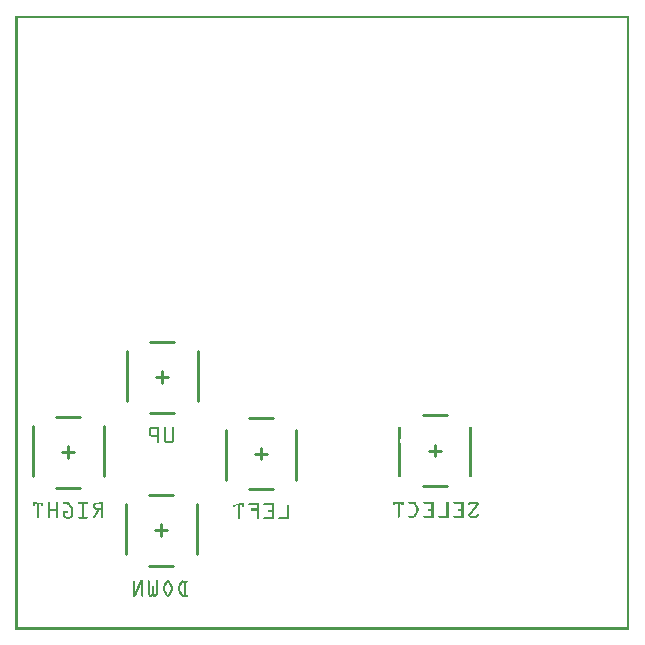
<source format=gbo>
G04 MADE WITH FRITZING*
G04 WWW.FRITZING.ORG*
G04 DOUBLE SIDED*
G04 HOLES PLATED*
G04 CONTOUR ON CENTER OF CONTOUR VECTOR*
%ASAXBY*%
%FSLAX23Y23*%
%MOIN*%
%OFA0B0*%
%SFA1.0B1.0*%
%ADD10C,0.010000*%
%ADD11R,0.001000X0.001000*%
%LNSILK0*%
G90*
G70*
G54D10*
X1359Y479D02*
X1438Y479D01*
D02*
X1359Y715D02*
X1438Y715D01*
D02*
X1379Y597D02*
X1418Y597D01*
D02*
X1398Y578D02*
X1398Y617D01*
D02*
X779Y469D02*
X858Y469D01*
D02*
X700Y666D02*
X700Y499D01*
D02*
X936Y666D02*
X936Y499D01*
D02*
X779Y705D02*
X858Y705D01*
D02*
X799Y587D02*
X838Y587D01*
D02*
X818Y568D02*
X818Y607D01*
D02*
X528Y959D02*
X449Y959D01*
D02*
X607Y762D02*
X607Y929D01*
D02*
X371Y762D02*
X371Y929D01*
D02*
X528Y723D02*
X449Y723D01*
D02*
X508Y841D02*
X469Y841D01*
D02*
X489Y861D02*
X489Y821D01*
D02*
X525Y449D02*
X446Y449D01*
D02*
X604Y253D02*
X604Y420D01*
D02*
X367Y253D02*
X367Y420D01*
D02*
X525Y213D02*
X446Y213D01*
D02*
X505Y331D02*
X466Y331D01*
D02*
X485Y351D02*
X485Y312D01*
D02*
X215Y709D02*
X136Y709D01*
D02*
X294Y513D02*
X294Y680D01*
D02*
X57Y513D02*
X57Y680D01*
D02*
X215Y473D02*
X136Y473D01*
D02*
X195Y591D02*
X156Y591D01*
D02*
X175Y611D02*
X175Y572D01*
G54D11*
X0Y2047D02*
X2046Y2047D01*
X0Y2046D02*
X2046Y2046D01*
X0Y2045D02*
X2046Y2045D01*
X0Y2044D02*
X2046Y2044D01*
X0Y2043D02*
X2046Y2043D01*
X0Y2042D02*
X2046Y2042D01*
X0Y2041D02*
X2046Y2041D01*
X0Y2040D02*
X2046Y2040D01*
X0Y2039D02*
X7Y2039D01*
X2039Y2039D02*
X2046Y2039D01*
X0Y2038D02*
X7Y2038D01*
X2039Y2038D02*
X2046Y2038D01*
X0Y2037D02*
X7Y2037D01*
X2039Y2037D02*
X2046Y2037D01*
X0Y2036D02*
X7Y2036D01*
X2039Y2036D02*
X2046Y2036D01*
X0Y2035D02*
X7Y2035D01*
X2039Y2035D02*
X2046Y2035D01*
X0Y2034D02*
X7Y2034D01*
X2039Y2034D02*
X2046Y2034D01*
X0Y2033D02*
X7Y2033D01*
X2039Y2033D02*
X2046Y2033D01*
X0Y2032D02*
X7Y2032D01*
X2039Y2032D02*
X2046Y2032D01*
X0Y2031D02*
X7Y2031D01*
X2039Y2031D02*
X2046Y2031D01*
X0Y2030D02*
X7Y2030D01*
X2039Y2030D02*
X2046Y2030D01*
X0Y2029D02*
X7Y2029D01*
X2039Y2029D02*
X2046Y2029D01*
X0Y2028D02*
X7Y2028D01*
X2039Y2028D02*
X2046Y2028D01*
X0Y2027D02*
X7Y2027D01*
X2039Y2027D02*
X2046Y2027D01*
X0Y2026D02*
X7Y2026D01*
X2039Y2026D02*
X2046Y2026D01*
X0Y2025D02*
X7Y2025D01*
X2039Y2025D02*
X2046Y2025D01*
X0Y2024D02*
X7Y2024D01*
X2039Y2024D02*
X2046Y2024D01*
X0Y2023D02*
X7Y2023D01*
X2039Y2023D02*
X2046Y2023D01*
X0Y2022D02*
X7Y2022D01*
X2039Y2022D02*
X2046Y2022D01*
X0Y2021D02*
X7Y2021D01*
X2039Y2021D02*
X2046Y2021D01*
X0Y2020D02*
X7Y2020D01*
X2039Y2020D02*
X2046Y2020D01*
X0Y2019D02*
X7Y2019D01*
X2039Y2019D02*
X2046Y2019D01*
X0Y2018D02*
X7Y2018D01*
X2039Y2018D02*
X2046Y2018D01*
X0Y2017D02*
X7Y2017D01*
X2039Y2017D02*
X2046Y2017D01*
X0Y2016D02*
X7Y2016D01*
X2039Y2016D02*
X2046Y2016D01*
X0Y2015D02*
X7Y2015D01*
X2039Y2015D02*
X2046Y2015D01*
X0Y2014D02*
X7Y2014D01*
X2039Y2014D02*
X2046Y2014D01*
X0Y2013D02*
X7Y2013D01*
X2039Y2013D02*
X2046Y2013D01*
X0Y2012D02*
X7Y2012D01*
X2039Y2012D02*
X2046Y2012D01*
X0Y2011D02*
X7Y2011D01*
X2039Y2011D02*
X2046Y2011D01*
X0Y2010D02*
X7Y2010D01*
X2039Y2010D02*
X2046Y2010D01*
X0Y2009D02*
X7Y2009D01*
X2039Y2009D02*
X2046Y2009D01*
X0Y2008D02*
X7Y2008D01*
X2039Y2008D02*
X2046Y2008D01*
X0Y2007D02*
X7Y2007D01*
X2039Y2007D02*
X2046Y2007D01*
X0Y2006D02*
X7Y2006D01*
X2039Y2006D02*
X2046Y2006D01*
X0Y2005D02*
X7Y2005D01*
X2039Y2005D02*
X2046Y2005D01*
X0Y2004D02*
X7Y2004D01*
X2039Y2004D02*
X2046Y2004D01*
X0Y2003D02*
X7Y2003D01*
X2039Y2003D02*
X2046Y2003D01*
X0Y2002D02*
X7Y2002D01*
X2039Y2002D02*
X2046Y2002D01*
X0Y2001D02*
X7Y2001D01*
X2039Y2001D02*
X2046Y2001D01*
X0Y2000D02*
X7Y2000D01*
X2039Y2000D02*
X2046Y2000D01*
X0Y1999D02*
X7Y1999D01*
X2039Y1999D02*
X2046Y1999D01*
X0Y1998D02*
X7Y1998D01*
X2039Y1998D02*
X2046Y1998D01*
X0Y1997D02*
X7Y1997D01*
X2039Y1997D02*
X2046Y1997D01*
X0Y1996D02*
X7Y1996D01*
X2039Y1996D02*
X2046Y1996D01*
X0Y1995D02*
X7Y1995D01*
X2039Y1995D02*
X2046Y1995D01*
X0Y1994D02*
X7Y1994D01*
X2039Y1994D02*
X2046Y1994D01*
X0Y1993D02*
X7Y1993D01*
X2039Y1993D02*
X2046Y1993D01*
X0Y1992D02*
X7Y1992D01*
X2039Y1992D02*
X2046Y1992D01*
X0Y1991D02*
X7Y1991D01*
X2039Y1991D02*
X2046Y1991D01*
X0Y1990D02*
X7Y1990D01*
X2039Y1990D02*
X2046Y1990D01*
X0Y1989D02*
X7Y1989D01*
X2039Y1989D02*
X2046Y1989D01*
X0Y1988D02*
X7Y1988D01*
X2039Y1988D02*
X2046Y1988D01*
X0Y1987D02*
X7Y1987D01*
X2039Y1987D02*
X2046Y1987D01*
X0Y1986D02*
X7Y1986D01*
X2039Y1986D02*
X2046Y1986D01*
X0Y1985D02*
X7Y1985D01*
X2039Y1985D02*
X2046Y1985D01*
X0Y1984D02*
X7Y1984D01*
X2039Y1984D02*
X2046Y1984D01*
X0Y1983D02*
X7Y1983D01*
X2039Y1983D02*
X2046Y1983D01*
X0Y1982D02*
X7Y1982D01*
X2039Y1982D02*
X2046Y1982D01*
X0Y1981D02*
X7Y1981D01*
X2039Y1981D02*
X2046Y1981D01*
X0Y1980D02*
X7Y1980D01*
X2039Y1980D02*
X2046Y1980D01*
X0Y1979D02*
X7Y1979D01*
X2039Y1979D02*
X2046Y1979D01*
X0Y1978D02*
X7Y1978D01*
X2039Y1978D02*
X2046Y1978D01*
X0Y1977D02*
X7Y1977D01*
X2039Y1977D02*
X2046Y1977D01*
X0Y1976D02*
X7Y1976D01*
X2039Y1976D02*
X2046Y1976D01*
X0Y1975D02*
X7Y1975D01*
X2039Y1975D02*
X2046Y1975D01*
X0Y1974D02*
X7Y1974D01*
X2039Y1974D02*
X2046Y1974D01*
X0Y1973D02*
X7Y1973D01*
X2039Y1973D02*
X2046Y1973D01*
X0Y1972D02*
X7Y1972D01*
X2039Y1972D02*
X2046Y1972D01*
X0Y1971D02*
X7Y1971D01*
X2039Y1971D02*
X2046Y1971D01*
X0Y1970D02*
X7Y1970D01*
X2039Y1970D02*
X2046Y1970D01*
X0Y1969D02*
X7Y1969D01*
X2039Y1969D02*
X2046Y1969D01*
X0Y1968D02*
X7Y1968D01*
X2039Y1968D02*
X2046Y1968D01*
X0Y1967D02*
X7Y1967D01*
X2039Y1967D02*
X2046Y1967D01*
X0Y1966D02*
X7Y1966D01*
X2039Y1966D02*
X2046Y1966D01*
X0Y1965D02*
X7Y1965D01*
X2039Y1965D02*
X2046Y1965D01*
X0Y1964D02*
X7Y1964D01*
X2039Y1964D02*
X2046Y1964D01*
X0Y1963D02*
X7Y1963D01*
X2039Y1963D02*
X2046Y1963D01*
X0Y1962D02*
X7Y1962D01*
X2039Y1962D02*
X2046Y1962D01*
X0Y1961D02*
X7Y1961D01*
X2039Y1961D02*
X2046Y1961D01*
X0Y1960D02*
X7Y1960D01*
X2039Y1960D02*
X2046Y1960D01*
X0Y1959D02*
X7Y1959D01*
X2039Y1959D02*
X2046Y1959D01*
X0Y1958D02*
X7Y1958D01*
X2039Y1958D02*
X2046Y1958D01*
X0Y1957D02*
X7Y1957D01*
X2039Y1957D02*
X2046Y1957D01*
X0Y1956D02*
X7Y1956D01*
X2039Y1956D02*
X2046Y1956D01*
X0Y1955D02*
X7Y1955D01*
X2039Y1955D02*
X2046Y1955D01*
X0Y1954D02*
X7Y1954D01*
X2039Y1954D02*
X2046Y1954D01*
X0Y1953D02*
X7Y1953D01*
X2039Y1953D02*
X2046Y1953D01*
X0Y1952D02*
X7Y1952D01*
X2039Y1952D02*
X2046Y1952D01*
X0Y1951D02*
X7Y1951D01*
X2039Y1951D02*
X2046Y1951D01*
X0Y1950D02*
X7Y1950D01*
X2039Y1950D02*
X2046Y1950D01*
X0Y1949D02*
X7Y1949D01*
X2039Y1949D02*
X2046Y1949D01*
X0Y1948D02*
X7Y1948D01*
X2039Y1948D02*
X2046Y1948D01*
X0Y1947D02*
X7Y1947D01*
X2039Y1947D02*
X2046Y1947D01*
X0Y1946D02*
X7Y1946D01*
X2039Y1946D02*
X2046Y1946D01*
X0Y1945D02*
X7Y1945D01*
X2039Y1945D02*
X2046Y1945D01*
X0Y1944D02*
X7Y1944D01*
X2039Y1944D02*
X2046Y1944D01*
X0Y1943D02*
X7Y1943D01*
X2039Y1943D02*
X2046Y1943D01*
X0Y1942D02*
X7Y1942D01*
X2039Y1942D02*
X2046Y1942D01*
X0Y1941D02*
X7Y1941D01*
X2039Y1941D02*
X2046Y1941D01*
X0Y1940D02*
X7Y1940D01*
X2039Y1940D02*
X2046Y1940D01*
X0Y1939D02*
X7Y1939D01*
X2039Y1939D02*
X2046Y1939D01*
X0Y1938D02*
X7Y1938D01*
X2039Y1938D02*
X2046Y1938D01*
X0Y1937D02*
X7Y1937D01*
X2039Y1937D02*
X2046Y1937D01*
X0Y1936D02*
X7Y1936D01*
X2039Y1936D02*
X2046Y1936D01*
X0Y1935D02*
X7Y1935D01*
X2039Y1935D02*
X2046Y1935D01*
X0Y1934D02*
X7Y1934D01*
X2039Y1934D02*
X2046Y1934D01*
X0Y1933D02*
X7Y1933D01*
X2039Y1933D02*
X2046Y1933D01*
X0Y1932D02*
X7Y1932D01*
X2039Y1932D02*
X2046Y1932D01*
X0Y1931D02*
X7Y1931D01*
X2039Y1931D02*
X2046Y1931D01*
X0Y1930D02*
X7Y1930D01*
X2039Y1930D02*
X2046Y1930D01*
X0Y1929D02*
X7Y1929D01*
X2039Y1929D02*
X2046Y1929D01*
X0Y1928D02*
X7Y1928D01*
X2039Y1928D02*
X2046Y1928D01*
X0Y1927D02*
X7Y1927D01*
X2039Y1927D02*
X2046Y1927D01*
X0Y1926D02*
X7Y1926D01*
X2039Y1926D02*
X2046Y1926D01*
X0Y1925D02*
X7Y1925D01*
X2039Y1925D02*
X2046Y1925D01*
X0Y1924D02*
X7Y1924D01*
X2039Y1924D02*
X2046Y1924D01*
X0Y1923D02*
X7Y1923D01*
X2039Y1923D02*
X2046Y1923D01*
X0Y1922D02*
X7Y1922D01*
X2039Y1922D02*
X2046Y1922D01*
X0Y1921D02*
X7Y1921D01*
X2039Y1921D02*
X2046Y1921D01*
X0Y1920D02*
X7Y1920D01*
X2039Y1920D02*
X2046Y1920D01*
X0Y1919D02*
X7Y1919D01*
X2039Y1919D02*
X2046Y1919D01*
X0Y1918D02*
X7Y1918D01*
X2039Y1918D02*
X2046Y1918D01*
X0Y1917D02*
X7Y1917D01*
X2039Y1917D02*
X2046Y1917D01*
X0Y1916D02*
X7Y1916D01*
X2039Y1916D02*
X2046Y1916D01*
X0Y1915D02*
X7Y1915D01*
X2039Y1915D02*
X2046Y1915D01*
X0Y1914D02*
X7Y1914D01*
X2039Y1914D02*
X2046Y1914D01*
X0Y1913D02*
X7Y1913D01*
X2039Y1913D02*
X2046Y1913D01*
X0Y1912D02*
X7Y1912D01*
X2039Y1912D02*
X2046Y1912D01*
X0Y1911D02*
X7Y1911D01*
X2039Y1911D02*
X2046Y1911D01*
X0Y1910D02*
X7Y1910D01*
X2039Y1910D02*
X2046Y1910D01*
X0Y1909D02*
X7Y1909D01*
X2039Y1909D02*
X2046Y1909D01*
X0Y1908D02*
X7Y1908D01*
X2039Y1908D02*
X2046Y1908D01*
X0Y1907D02*
X7Y1907D01*
X2039Y1907D02*
X2046Y1907D01*
X0Y1906D02*
X7Y1906D01*
X2039Y1906D02*
X2046Y1906D01*
X0Y1905D02*
X7Y1905D01*
X2039Y1905D02*
X2046Y1905D01*
X0Y1904D02*
X7Y1904D01*
X2039Y1904D02*
X2046Y1904D01*
X0Y1903D02*
X7Y1903D01*
X2039Y1903D02*
X2046Y1903D01*
X0Y1902D02*
X7Y1902D01*
X2039Y1902D02*
X2046Y1902D01*
X0Y1901D02*
X7Y1901D01*
X2039Y1901D02*
X2046Y1901D01*
X0Y1900D02*
X7Y1900D01*
X2039Y1900D02*
X2046Y1900D01*
X0Y1899D02*
X7Y1899D01*
X2039Y1899D02*
X2046Y1899D01*
X0Y1898D02*
X7Y1898D01*
X2039Y1898D02*
X2046Y1898D01*
X0Y1897D02*
X7Y1897D01*
X2039Y1897D02*
X2046Y1897D01*
X0Y1896D02*
X7Y1896D01*
X2039Y1896D02*
X2046Y1896D01*
X0Y1895D02*
X7Y1895D01*
X2039Y1895D02*
X2046Y1895D01*
X0Y1894D02*
X7Y1894D01*
X2039Y1894D02*
X2046Y1894D01*
X0Y1893D02*
X7Y1893D01*
X2039Y1893D02*
X2046Y1893D01*
X0Y1892D02*
X7Y1892D01*
X2039Y1892D02*
X2046Y1892D01*
X0Y1891D02*
X7Y1891D01*
X2039Y1891D02*
X2046Y1891D01*
X0Y1890D02*
X7Y1890D01*
X2039Y1890D02*
X2046Y1890D01*
X0Y1889D02*
X7Y1889D01*
X2039Y1889D02*
X2046Y1889D01*
X0Y1888D02*
X7Y1888D01*
X2039Y1888D02*
X2046Y1888D01*
X0Y1887D02*
X7Y1887D01*
X2039Y1887D02*
X2046Y1887D01*
X0Y1886D02*
X7Y1886D01*
X2039Y1886D02*
X2046Y1886D01*
X0Y1885D02*
X7Y1885D01*
X2039Y1885D02*
X2046Y1885D01*
X0Y1884D02*
X7Y1884D01*
X2039Y1884D02*
X2046Y1884D01*
X0Y1883D02*
X7Y1883D01*
X2039Y1883D02*
X2046Y1883D01*
X0Y1882D02*
X7Y1882D01*
X2039Y1882D02*
X2046Y1882D01*
X0Y1881D02*
X7Y1881D01*
X2039Y1881D02*
X2046Y1881D01*
X0Y1880D02*
X7Y1880D01*
X2039Y1880D02*
X2046Y1880D01*
X0Y1879D02*
X7Y1879D01*
X2039Y1879D02*
X2046Y1879D01*
X0Y1878D02*
X7Y1878D01*
X2039Y1878D02*
X2046Y1878D01*
X0Y1877D02*
X7Y1877D01*
X2039Y1877D02*
X2046Y1877D01*
X0Y1876D02*
X7Y1876D01*
X2039Y1876D02*
X2046Y1876D01*
X0Y1875D02*
X7Y1875D01*
X2039Y1875D02*
X2046Y1875D01*
X0Y1874D02*
X7Y1874D01*
X2039Y1874D02*
X2046Y1874D01*
X0Y1873D02*
X7Y1873D01*
X2039Y1873D02*
X2046Y1873D01*
X0Y1872D02*
X7Y1872D01*
X2039Y1872D02*
X2046Y1872D01*
X0Y1871D02*
X7Y1871D01*
X2039Y1871D02*
X2046Y1871D01*
X0Y1870D02*
X7Y1870D01*
X2039Y1870D02*
X2046Y1870D01*
X0Y1869D02*
X7Y1869D01*
X2039Y1869D02*
X2046Y1869D01*
X0Y1868D02*
X7Y1868D01*
X2039Y1868D02*
X2046Y1868D01*
X0Y1867D02*
X7Y1867D01*
X2039Y1867D02*
X2046Y1867D01*
X0Y1866D02*
X7Y1866D01*
X2039Y1866D02*
X2046Y1866D01*
X0Y1865D02*
X7Y1865D01*
X2039Y1865D02*
X2046Y1865D01*
X0Y1864D02*
X7Y1864D01*
X2039Y1864D02*
X2046Y1864D01*
X0Y1863D02*
X7Y1863D01*
X2039Y1863D02*
X2046Y1863D01*
X0Y1862D02*
X7Y1862D01*
X2039Y1862D02*
X2046Y1862D01*
X0Y1861D02*
X7Y1861D01*
X2039Y1861D02*
X2046Y1861D01*
X0Y1860D02*
X7Y1860D01*
X2039Y1860D02*
X2046Y1860D01*
X0Y1859D02*
X7Y1859D01*
X2039Y1859D02*
X2046Y1859D01*
X0Y1858D02*
X7Y1858D01*
X2039Y1858D02*
X2046Y1858D01*
X0Y1857D02*
X7Y1857D01*
X2039Y1857D02*
X2046Y1857D01*
X0Y1856D02*
X7Y1856D01*
X2039Y1856D02*
X2046Y1856D01*
X0Y1855D02*
X7Y1855D01*
X2039Y1855D02*
X2046Y1855D01*
X0Y1854D02*
X7Y1854D01*
X2039Y1854D02*
X2046Y1854D01*
X0Y1853D02*
X7Y1853D01*
X2039Y1853D02*
X2046Y1853D01*
X0Y1852D02*
X7Y1852D01*
X2039Y1852D02*
X2046Y1852D01*
X0Y1851D02*
X7Y1851D01*
X2039Y1851D02*
X2046Y1851D01*
X0Y1850D02*
X7Y1850D01*
X2039Y1850D02*
X2046Y1850D01*
X0Y1849D02*
X7Y1849D01*
X2039Y1849D02*
X2046Y1849D01*
X0Y1848D02*
X7Y1848D01*
X2039Y1848D02*
X2046Y1848D01*
X0Y1847D02*
X7Y1847D01*
X2039Y1847D02*
X2046Y1847D01*
X0Y1846D02*
X7Y1846D01*
X2039Y1846D02*
X2046Y1846D01*
X0Y1845D02*
X7Y1845D01*
X2039Y1845D02*
X2046Y1845D01*
X0Y1844D02*
X7Y1844D01*
X2039Y1844D02*
X2046Y1844D01*
X0Y1843D02*
X7Y1843D01*
X2039Y1843D02*
X2046Y1843D01*
X0Y1842D02*
X7Y1842D01*
X2039Y1842D02*
X2046Y1842D01*
X0Y1841D02*
X7Y1841D01*
X2039Y1841D02*
X2046Y1841D01*
X0Y1840D02*
X7Y1840D01*
X2039Y1840D02*
X2046Y1840D01*
X0Y1839D02*
X7Y1839D01*
X2039Y1839D02*
X2046Y1839D01*
X0Y1838D02*
X7Y1838D01*
X2039Y1838D02*
X2046Y1838D01*
X0Y1837D02*
X7Y1837D01*
X2039Y1837D02*
X2046Y1837D01*
X0Y1836D02*
X7Y1836D01*
X2039Y1836D02*
X2046Y1836D01*
X0Y1835D02*
X7Y1835D01*
X2039Y1835D02*
X2046Y1835D01*
X0Y1834D02*
X7Y1834D01*
X2039Y1834D02*
X2046Y1834D01*
X0Y1833D02*
X7Y1833D01*
X2039Y1833D02*
X2046Y1833D01*
X0Y1832D02*
X7Y1832D01*
X2039Y1832D02*
X2046Y1832D01*
X0Y1831D02*
X7Y1831D01*
X2039Y1831D02*
X2046Y1831D01*
X0Y1830D02*
X7Y1830D01*
X2039Y1830D02*
X2046Y1830D01*
X0Y1829D02*
X7Y1829D01*
X2039Y1829D02*
X2046Y1829D01*
X0Y1828D02*
X7Y1828D01*
X2039Y1828D02*
X2046Y1828D01*
X0Y1827D02*
X7Y1827D01*
X2039Y1827D02*
X2046Y1827D01*
X0Y1826D02*
X7Y1826D01*
X2039Y1826D02*
X2046Y1826D01*
X0Y1825D02*
X7Y1825D01*
X2039Y1825D02*
X2046Y1825D01*
X0Y1824D02*
X7Y1824D01*
X2039Y1824D02*
X2046Y1824D01*
X0Y1823D02*
X7Y1823D01*
X2039Y1823D02*
X2046Y1823D01*
X0Y1822D02*
X7Y1822D01*
X2039Y1822D02*
X2046Y1822D01*
X0Y1821D02*
X7Y1821D01*
X2039Y1821D02*
X2046Y1821D01*
X0Y1820D02*
X7Y1820D01*
X2039Y1820D02*
X2046Y1820D01*
X0Y1819D02*
X7Y1819D01*
X2039Y1819D02*
X2046Y1819D01*
X0Y1818D02*
X7Y1818D01*
X2039Y1818D02*
X2046Y1818D01*
X0Y1817D02*
X7Y1817D01*
X2039Y1817D02*
X2046Y1817D01*
X0Y1816D02*
X7Y1816D01*
X2039Y1816D02*
X2046Y1816D01*
X0Y1815D02*
X7Y1815D01*
X2039Y1815D02*
X2046Y1815D01*
X0Y1814D02*
X7Y1814D01*
X2039Y1814D02*
X2046Y1814D01*
X0Y1813D02*
X7Y1813D01*
X2039Y1813D02*
X2046Y1813D01*
X0Y1812D02*
X7Y1812D01*
X2039Y1812D02*
X2046Y1812D01*
X0Y1811D02*
X7Y1811D01*
X2039Y1811D02*
X2046Y1811D01*
X0Y1810D02*
X7Y1810D01*
X2039Y1810D02*
X2046Y1810D01*
X0Y1809D02*
X7Y1809D01*
X2039Y1809D02*
X2046Y1809D01*
X0Y1808D02*
X7Y1808D01*
X2039Y1808D02*
X2046Y1808D01*
X0Y1807D02*
X7Y1807D01*
X2039Y1807D02*
X2046Y1807D01*
X0Y1806D02*
X7Y1806D01*
X2039Y1806D02*
X2046Y1806D01*
X0Y1805D02*
X7Y1805D01*
X2039Y1805D02*
X2046Y1805D01*
X0Y1804D02*
X7Y1804D01*
X2039Y1804D02*
X2046Y1804D01*
X0Y1803D02*
X7Y1803D01*
X2039Y1803D02*
X2046Y1803D01*
X0Y1802D02*
X7Y1802D01*
X2039Y1802D02*
X2046Y1802D01*
X0Y1801D02*
X7Y1801D01*
X2039Y1801D02*
X2046Y1801D01*
X0Y1800D02*
X7Y1800D01*
X2039Y1800D02*
X2046Y1800D01*
X0Y1799D02*
X7Y1799D01*
X2039Y1799D02*
X2046Y1799D01*
X0Y1798D02*
X7Y1798D01*
X2039Y1798D02*
X2046Y1798D01*
X0Y1797D02*
X7Y1797D01*
X2039Y1797D02*
X2046Y1797D01*
X0Y1796D02*
X7Y1796D01*
X2039Y1796D02*
X2046Y1796D01*
X0Y1795D02*
X7Y1795D01*
X2039Y1795D02*
X2046Y1795D01*
X0Y1794D02*
X7Y1794D01*
X2039Y1794D02*
X2046Y1794D01*
X0Y1793D02*
X7Y1793D01*
X2039Y1793D02*
X2046Y1793D01*
X0Y1792D02*
X7Y1792D01*
X2039Y1792D02*
X2046Y1792D01*
X0Y1791D02*
X7Y1791D01*
X2039Y1791D02*
X2046Y1791D01*
X0Y1790D02*
X7Y1790D01*
X2039Y1790D02*
X2046Y1790D01*
X0Y1789D02*
X7Y1789D01*
X2039Y1789D02*
X2046Y1789D01*
X0Y1788D02*
X7Y1788D01*
X2039Y1788D02*
X2046Y1788D01*
X0Y1787D02*
X7Y1787D01*
X2039Y1787D02*
X2046Y1787D01*
X0Y1786D02*
X7Y1786D01*
X2039Y1786D02*
X2046Y1786D01*
X0Y1785D02*
X7Y1785D01*
X2039Y1785D02*
X2046Y1785D01*
X0Y1784D02*
X7Y1784D01*
X2039Y1784D02*
X2046Y1784D01*
X0Y1783D02*
X7Y1783D01*
X2039Y1783D02*
X2046Y1783D01*
X0Y1782D02*
X7Y1782D01*
X2039Y1782D02*
X2046Y1782D01*
X0Y1781D02*
X7Y1781D01*
X2039Y1781D02*
X2046Y1781D01*
X0Y1780D02*
X7Y1780D01*
X2039Y1780D02*
X2046Y1780D01*
X0Y1779D02*
X7Y1779D01*
X2039Y1779D02*
X2046Y1779D01*
X0Y1778D02*
X7Y1778D01*
X2039Y1778D02*
X2046Y1778D01*
X0Y1777D02*
X7Y1777D01*
X2039Y1777D02*
X2046Y1777D01*
X0Y1776D02*
X7Y1776D01*
X2039Y1776D02*
X2046Y1776D01*
X0Y1775D02*
X7Y1775D01*
X2039Y1775D02*
X2046Y1775D01*
X0Y1774D02*
X7Y1774D01*
X2039Y1774D02*
X2046Y1774D01*
X0Y1773D02*
X7Y1773D01*
X2039Y1773D02*
X2046Y1773D01*
X0Y1772D02*
X7Y1772D01*
X2039Y1772D02*
X2046Y1772D01*
X0Y1771D02*
X7Y1771D01*
X2039Y1771D02*
X2046Y1771D01*
X0Y1770D02*
X7Y1770D01*
X2039Y1770D02*
X2046Y1770D01*
X0Y1769D02*
X7Y1769D01*
X2039Y1769D02*
X2046Y1769D01*
X0Y1768D02*
X7Y1768D01*
X2039Y1768D02*
X2046Y1768D01*
X0Y1767D02*
X7Y1767D01*
X2039Y1767D02*
X2046Y1767D01*
X0Y1766D02*
X7Y1766D01*
X2039Y1766D02*
X2046Y1766D01*
X0Y1765D02*
X7Y1765D01*
X2039Y1765D02*
X2046Y1765D01*
X0Y1764D02*
X7Y1764D01*
X2039Y1764D02*
X2046Y1764D01*
X0Y1763D02*
X7Y1763D01*
X2039Y1763D02*
X2046Y1763D01*
X0Y1762D02*
X7Y1762D01*
X2039Y1762D02*
X2046Y1762D01*
X0Y1761D02*
X7Y1761D01*
X2039Y1761D02*
X2046Y1761D01*
X0Y1760D02*
X7Y1760D01*
X2039Y1760D02*
X2046Y1760D01*
X0Y1759D02*
X7Y1759D01*
X2039Y1759D02*
X2046Y1759D01*
X0Y1758D02*
X7Y1758D01*
X2039Y1758D02*
X2046Y1758D01*
X0Y1757D02*
X7Y1757D01*
X2039Y1757D02*
X2046Y1757D01*
X0Y1756D02*
X7Y1756D01*
X2039Y1756D02*
X2046Y1756D01*
X0Y1755D02*
X7Y1755D01*
X2039Y1755D02*
X2046Y1755D01*
X0Y1754D02*
X7Y1754D01*
X2039Y1754D02*
X2046Y1754D01*
X0Y1753D02*
X7Y1753D01*
X2039Y1753D02*
X2046Y1753D01*
X0Y1752D02*
X7Y1752D01*
X2039Y1752D02*
X2046Y1752D01*
X0Y1751D02*
X7Y1751D01*
X2039Y1751D02*
X2046Y1751D01*
X0Y1750D02*
X7Y1750D01*
X2039Y1750D02*
X2046Y1750D01*
X0Y1749D02*
X7Y1749D01*
X2039Y1749D02*
X2046Y1749D01*
X0Y1748D02*
X7Y1748D01*
X2039Y1748D02*
X2046Y1748D01*
X0Y1747D02*
X7Y1747D01*
X2039Y1747D02*
X2046Y1747D01*
X0Y1746D02*
X7Y1746D01*
X2039Y1746D02*
X2046Y1746D01*
X0Y1745D02*
X7Y1745D01*
X2039Y1745D02*
X2046Y1745D01*
X0Y1744D02*
X7Y1744D01*
X2039Y1744D02*
X2046Y1744D01*
X0Y1743D02*
X7Y1743D01*
X2039Y1743D02*
X2046Y1743D01*
X0Y1742D02*
X7Y1742D01*
X2039Y1742D02*
X2046Y1742D01*
X0Y1741D02*
X7Y1741D01*
X2039Y1741D02*
X2046Y1741D01*
X0Y1740D02*
X7Y1740D01*
X2039Y1740D02*
X2046Y1740D01*
X0Y1739D02*
X7Y1739D01*
X2039Y1739D02*
X2046Y1739D01*
X0Y1738D02*
X7Y1738D01*
X2039Y1738D02*
X2046Y1738D01*
X0Y1737D02*
X7Y1737D01*
X2039Y1737D02*
X2046Y1737D01*
X0Y1736D02*
X7Y1736D01*
X2039Y1736D02*
X2046Y1736D01*
X0Y1735D02*
X7Y1735D01*
X2039Y1735D02*
X2046Y1735D01*
X0Y1734D02*
X7Y1734D01*
X2039Y1734D02*
X2046Y1734D01*
X0Y1733D02*
X7Y1733D01*
X2039Y1733D02*
X2046Y1733D01*
X0Y1732D02*
X7Y1732D01*
X2039Y1732D02*
X2046Y1732D01*
X0Y1731D02*
X7Y1731D01*
X2039Y1731D02*
X2046Y1731D01*
X0Y1730D02*
X7Y1730D01*
X2039Y1730D02*
X2046Y1730D01*
X0Y1729D02*
X7Y1729D01*
X2039Y1729D02*
X2046Y1729D01*
X0Y1728D02*
X7Y1728D01*
X2039Y1728D02*
X2046Y1728D01*
X0Y1727D02*
X7Y1727D01*
X2039Y1727D02*
X2046Y1727D01*
X0Y1726D02*
X7Y1726D01*
X2039Y1726D02*
X2046Y1726D01*
X0Y1725D02*
X7Y1725D01*
X2039Y1725D02*
X2046Y1725D01*
X0Y1724D02*
X7Y1724D01*
X2039Y1724D02*
X2046Y1724D01*
X0Y1723D02*
X7Y1723D01*
X2039Y1723D02*
X2046Y1723D01*
X0Y1722D02*
X7Y1722D01*
X2039Y1722D02*
X2046Y1722D01*
X0Y1721D02*
X7Y1721D01*
X2039Y1721D02*
X2046Y1721D01*
X0Y1720D02*
X7Y1720D01*
X2039Y1720D02*
X2046Y1720D01*
X0Y1719D02*
X7Y1719D01*
X2039Y1719D02*
X2046Y1719D01*
X0Y1718D02*
X7Y1718D01*
X2039Y1718D02*
X2046Y1718D01*
X0Y1717D02*
X7Y1717D01*
X2039Y1717D02*
X2046Y1717D01*
X0Y1716D02*
X7Y1716D01*
X2039Y1716D02*
X2046Y1716D01*
X0Y1715D02*
X7Y1715D01*
X2039Y1715D02*
X2046Y1715D01*
X0Y1714D02*
X7Y1714D01*
X2039Y1714D02*
X2046Y1714D01*
X0Y1713D02*
X7Y1713D01*
X2039Y1713D02*
X2046Y1713D01*
X0Y1712D02*
X7Y1712D01*
X2039Y1712D02*
X2046Y1712D01*
X0Y1711D02*
X7Y1711D01*
X2039Y1711D02*
X2046Y1711D01*
X0Y1710D02*
X7Y1710D01*
X2039Y1710D02*
X2046Y1710D01*
X0Y1709D02*
X7Y1709D01*
X2039Y1709D02*
X2046Y1709D01*
X0Y1708D02*
X7Y1708D01*
X2039Y1708D02*
X2046Y1708D01*
X0Y1707D02*
X7Y1707D01*
X2039Y1707D02*
X2046Y1707D01*
X0Y1706D02*
X7Y1706D01*
X2039Y1706D02*
X2046Y1706D01*
X0Y1705D02*
X7Y1705D01*
X2039Y1705D02*
X2046Y1705D01*
X0Y1704D02*
X7Y1704D01*
X2039Y1704D02*
X2046Y1704D01*
X0Y1703D02*
X7Y1703D01*
X2039Y1703D02*
X2046Y1703D01*
X0Y1702D02*
X7Y1702D01*
X2039Y1702D02*
X2046Y1702D01*
X0Y1701D02*
X7Y1701D01*
X2039Y1701D02*
X2046Y1701D01*
X0Y1700D02*
X7Y1700D01*
X2039Y1700D02*
X2046Y1700D01*
X0Y1699D02*
X7Y1699D01*
X2039Y1699D02*
X2046Y1699D01*
X0Y1698D02*
X7Y1698D01*
X2039Y1698D02*
X2046Y1698D01*
X0Y1697D02*
X7Y1697D01*
X2039Y1697D02*
X2046Y1697D01*
X0Y1696D02*
X7Y1696D01*
X2039Y1696D02*
X2046Y1696D01*
X0Y1695D02*
X7Y1695D01*
X2039Y1695D02*
X2046Y1695D01*
X0Y1694D02*
X7Y1694D01*
X2039Y1694D02*
X2046Y1694D01*
X0Y1693D02*
X7Y1693D01*
X2039Y1693D02*
X2046Y1693D01*
X0Y1692D02*
X7Y1692D01*
X2039Y1692D02*
X2046Y1692D01*
X0Y1691D02*
X7Y1691D01*
X2039Y1691D02*
X2046Y1691D01*
X0Y1690D02*
X7Y1690D01*
X2039Y1690D02*
X2046Y1690D01*
X0Y1689D02*
X7Y1689D01*
X2039Y1689D02*
X2046Y1689D01*
X0Y1688D02*
X7Y1688D01*
X2039Y1688D02*
X2046Y1688D01*
X0Y1687D02*
X7Y1687D01*
X2039Y1687D02*
X2046Y1687D01*
X0Y1686D02*
X7Y1686D01*
X2039Y1686D02*
X2046Y1686D01*
X0Y1685D02*
X7Y1685D01*
X2039Y1685D02*
X2046Y1685D01*
X0Y1684D02*
X7Y1684D01*
X2039Y1684D02*
X2046Y1684D01*
X0Y1683D02*
X7Y1683D01*
X2039Y1683D02*
X2046Y1683D01*
X0Y1682D02*
X7Y1682D01*
X2039Y1682D02*
X2046Y1682D01*
X0Y1681D02*
X7Y1681D01*
X2039Y1681D02*
X2046Y1681D01*
X0Y1680D02*
X7Y1680D01*
X2039Y1680D02*
X2046Y1680D01*
X0Y1679D02*
X7Y1679D01*
X2039Y1679D02*
X2046Y1679D01*
X0Y1678D02*
X7Y1678D01*
X2039Y1678D02*
X2046Y1678D01*
X0Y1677D02*
X7Y1677D01*
X2039Y1677D02*
X2046Y1677D01*
X0Y1676D02*
X7Y1676D01*
X2039Y1676D02*
X2046Y1676D01*
X0Y1675D02*
X7Y1675D01*
X2039Y1675D02*
X2046Y1675D01*
X0Y1674D02*
X7Y1674D01*
X2039Y1674D02*
X2046Y1674D01*
X0Y1673D02*
X7Y1673D01*
X2039Y1673D02*
X2046Y1673D01*
X0Y1672D02*
X7Y1672D01*
X2039Y1672D02*
X2046Y1672D01*
X0Y1671D02*
X7Y1671D01*
X2039Y1671D02*
X2046Y1671D01*
X0Y1670D02*
X7Y1670D01*
X2039Y1670D02*
X2046Y1670D01*
X0Y1669D02*
X7Y1669D01*
X2039Y1669D02*
X2046Y1669D01*
X0Y1668D02*
X7Y1668D01*
X2039Y1668D02*
X2046Y1668D01*
X0Y1667D02*
X7Y1667D01*
X2039Y1667D02*
X2046Y1667D01*
X0Y1666D02*
X7Y1666D01*
X2039Y1666D02*
X2046Y1666D01*
X0Y1665D02*
X7Y1665D01*
X2039Y1665D02*
X2046Y1665D01*
X0Y1664D02*
X7Y1664D01*
X2039Y1664D02*
X2046Y1664D01*
X0Y1663D02*
X7Y1663D01*
X2039Y1663D02*
X2046Y1663D01*
X0Y1662D02*
X7Y1662D01*
X2039Y1662D02*
X2046Y1662D01*
X0Y1661D02*
X7Y1661D01*
X2039Y1661D02*
X2046Y1661D01*
X0Y1660D02*
X7Y1660D01*
X2039Y1660D02*
X2046Y1660D01*
X0Y1659D02*
X7Y1659D01*
X2039Y1659D02*
X2046Y1659D01*
X0Y1658D02*
X7Y1658D01*
X2039Y1658D02*
X2046Y1658D01*
X0Y1657D02*
X7Y1657D01*
X2039Y1657D02*
X2046Y1657D01*
X0Y1656D02*
X7Y1656D01*
X2039Y1656D02*
X2046Y1656D01*
X0Y1655D02*
X7Y1655D01*
X2039Y1655D02*
X2046Y1655D01*
X0Y1654D02*
X7Y1654D01*
X2039Y1654D02*
X2046Y1654D01*
X0Y1653D02*
X7Y1653D01*
X2039Y1653D02*
X2046Y1653D01*
X0Y1652D02*
X7Y1652D01*
X2039Y1652D02*
X2046Y1652D01*
X0Y1651D02*
X7Y1651D01*
X2039Y1651D02*
X2046Y1651D01*
X0Y1650D02*
X7Y1650D01*
X2039Y1650D02*
X2046Y1650D01*
X0Y1649D02*
X7Y1649D01*
X2039Y1649D02*
X2046Y1649D01*
X0Y1648D02*
X7Y1648D01*
X2039Y1648D02*
X2046Y1648D01*
X0Y1647D02*
X7Y1647D01*
X2039Y1647D02*
X2046Y1647D01*
X0Y1646D02*
X7Y1646D01*
X2039Y1646D02*
X2046Y1646D01*
X0Y1645D02*
X7Y1645D01*
X2039Y1645D02*
X2046Y1645D01*
X0Y1644D02*
X7Y1644D01*
X2039Y1644D02*
X2046Y1644D01*
X0Y1643D02*
X7Y1643D01*
X2039Y1643D02*
X2046Y1643D01*
X0Y1642D02*
X7Y1642D01*
X2039Y1642D02*
X2046Y1642D01*
X0Y1641D02*
X7Y1641D01*
X2039Y1641D02*
X2046Y1641D01*
X0Y1640D02*
X7Y1640D01*
X2039Y1640D02*
X2046Y1640D01*
X0Y1639D02*
X7Y1639D01*
X2039Y1639D02*
X2046Y1639D01*
X0Y1638D02*
X7Y1638D01*
X2039Y1638D02*
X2046Y1638D01*
X0Y1637D02*
X7Y1637D01*
X2039Y1637D02*
X2046Y1637D01*
X0Y1636D02*
X7Y1636D01*
X2039Y1636D02*
X2046Y1636D01*
X0Y1635D02*
X7Y1635D01*
X2039Y1635D02*
X2046Y1635D01*
X0Y1634D02*
X7Y1634D01*
X2039Y1634D02*
X2046Y1634D01*
X0Y1633D02*
X7Y1633D01*
X2039Y1633D02*
X2046Y1633D01*
X0Y1632D02*
X7Y1632D01*
X2039Y1632D02*
X2046Y1632D01*
X0Y1631D02*
X7Y1631D01*
X2039Y1631D02*
X2046Y1631D01*
X0Y1630D02*
X7Y1630D01*
X2039Y1630D02*
X2046Y1630D01*
X0Y1629D02*
X7Y1629D01*
X2039Y1629D02*
X2046Y1629D01*
X0Y1628D02*
X7Y1628D01*
X2039Y1628D02*
X2046Y1628D01*
X0Y1627D02*
X7Y1627D01*
X2039Y1627D02*
X2046Y1627D01*
X0Y1626D02*
X7Y1626D01*
X2039Y1626D02*
X2046Y1626D01*
X0Y1625D02*
X7Y1625D01*
X2039Y1625D02*
X2046Y1625D01*
X0Y1624D02*
X7Y1624D01*
X2039Y1624D02*
X2046Y1624D01*
X0Y1623D02*
X7Y1623D01*
X2039Y1623D02*
X2046Y1623D01*
X0Y1622D02*
X7Y1622D01*
X2039Y1622D02*
X2046Y1622D01*
X0Y1621D02*
X7Y1621D01*
X2039Y1621D02*
X2046Y1621D01*
X0Y1620D02*
X7Y1620D01*
X2039Y1620D02*
X2046Y1620D01*
X0Y1619D02*
X7Y1619D01*
X2039Y1619D02*
X2046Y1619D01*
X0Y1618D02*
X7Y1618D01*
X2039Y1618D02*
X2046Y1618D01*
X0Y1617D02*
X7Y1617D01*
X2039Y1617D02*
X2046Y1617D01*
X0Y1616D02*
X7Y1616D01*
X2039Y1616D02*
X2046Y1616D01*
X0Y1615D02*
X7Y1615D01*
X2039Y1615D02*
X2046Y1615D01*
X0Y1614D02*
X7Y1614D01*
X2039Y1614D02*
X2046Y1614D01*
X0Y1613D02*
X7Y1613D01*
X2039Y1613D02*
X2046Y1613D01*
X0Y1612D02*
X7Y1612D01*
X2039Y1612D02*
X2046Y1612D01*
X0Y1611D02*
X7Y1611D01*
X2039Y1611D02*
X2046Y1611D01*
X0Y1610D02*
X7Y1610D01*
X2039Y1610D02*
X2046Y1610D01*
X0Y1609D02*
X7Y1609D01*
X2039Y1609D02*
X2046Y1609D01*
X0Y1608D02*
X7Y1608D01*
X2039Y1608D02*
X2046Y1608D01*
X0Y1607D02*
X7Y1607D01*
X2039Y1607D02*
X2046Y1607D01*
X0Y1606D02*
X7Y1606D01*
X2039Y1606D02*
X2046Y1606D01*
X0Y1605D02*
X7Y1605D01*
X2039Y1605D02*
X2046Y1605D01*
X0Y1604D02*
X7Y1604D01*
X2039Y1604D02*
X2046Y1604D01*
X0Y1603D02*
X7Y1603D01*
X2039Y1603D02*
X2046Y1603D01*
X0Y1602D02*
X7Y1602D01*
X2039Y1602D02*
X2046Y1602D01*
X0Y1601D02*
X7Y1601D01*
X2039Y1601D02*
X2046Y1601D01*
X0Y1600D02*
X7Y1600D01*
X2039Y1600D02*
X2046Y1600D01*
X0Y1599D02*
X7Y1599D01*
X2039Y1599D02*
X2046Y1599D01*
X0Y1598D02*
X7Y1598D01*
X2039Y1598D02*
X2046Y1598D01*
X0Y1597D02*
X7Y1597D01*
X2039Y1597D02*
X2046Y1597D01*
X0Y1596D02*
X7Y1596D01*
X2039Y1596D02*
X2046Y1596D01*
X0Y1595D02*
X7Y1595D01*
X2039Y1595D02*
X2046Y1595D01*
X0Y1594D02*
X7Y1594D01*
X2039Y1594D02*
X2046Y1594D01*
X0Y1593D02*
X7Y1593D01*
X2039Y1593D02*
X2046Y1593D01*
X0Y1592D02*
X7Y1592D01*
X2039Y1592D02*
X2046Y1592D01*
X0Y1591D02*
X7Y1591D01*
X2039Y1591D02*
X2046Y1591D01*
X0Y1590D02*
X7Y1590D01*
X2039Y1590D02*
X2046Y1590D01*
X0Y1589D02*
X7Y1589D01*
X2039Y1589D02*
X2046Y1589D01*
X0Y1588D02*
X7Y1588D01*
X2039Y1588D02*
X2046Y1588D01*
X0Y1587D02*
X7Y1587D01*
X2039Y1587D02*
X2046Y1587D01*
X0Y1586D02*
X7Y1586D01*
X2039Y1586D02*
X2046Y1586D01*
X0Y1585D02*
X7Y1585D01*
X2039Y1585D02*
X2046Y1585D01*
X0Y1584D02*
X7Y1584D01*
X2039Y1584D02*
X2046Y1584D01*
X0Y1583D02*
X7Y1583D01*
X2039Y1583D02*
X2046Y1583D01*
X0Y1582D02*
X7Y1582D01*
X2039Y1582D02*
X2046Y1582D01*
X0Y1581D02*
X7Y1581D01*
X2039Y1581D02*
X2046Y1581D01*
X0Y1580D02*
X7Y1580D01*
X2039Y1580D02*
X2046Y1580D01*
X0Y1579D02*
X7Y1579D01*
X2039Y1579D02*
X2046Y1579D01*
X0Y1578D02*
X7Y1578D01*
X2039Y1578D02*
X2046Y1578D01*
X0Y1577D02*
X7Y1577D01*
X2039Y1577D02*
X2046Y1577D01*
X0Y1576D02*
X7Y1576D01*
X2039Y1576D02*
X2046Y1576D01*
X0Y1575D02*
X7Y1575D01*
X2039Y1575D02*
X2046Y1575D01*
X0Y1574D02*
X7Y1574D01*
X2039Y1574D02*
X2046Y1574D01*
X0Y1573D02*
X7Y1573D01*
X2039Y1573D02*
X2046Y1573D01*
X0Y1572D02*
X7Y1572D01*
X2039Y1572D02*
X2046Y1572D01*
X0Y1571D02*
X7Y1571D01*
X2039Y1571D02*
X2046Y1571D01*
X0Y1570D02*
X7Y1570D01*
X2039Y1570D02*
X2046Y1570D01*
X0Y1569D02*
X7Y1569D01*
X2039Y1569D02*
X2046Y1569D01*
X0Y1568D02*
X7Y1568D01*
X2039Y1568D02*
X2046Y1568D01*
X0Y1567D02*
X7Y1567D01*
X2039Y1567D02*
X2046Y1567D01*
X0Y1566D02*
X7Y1566D01*
X2039Y1566D02*
X2046Y1566D01*
X0Y1565D02*
X7Y1565D01*
X2039Y1565D02*
X2046Y1565D01*
X0Y1564D02*
X7Y1564D01*
X2039Y1564D02*
X2046Y1564D01*
X0Y1563D02*
X7Y1563D01*
X2039Y1563D02*
X2046Y1563D01*
X0Y1562D02*
X7Y1562D01*
X2039Y1562D02*
X2046Y1562D01*
X0Y1561D02*
X7Y1561D01*
X2039Y1561D02*
X2046Y1561D01*
X0Y1560D02*
X7Y1560D01*
X2039Y1560D02*
X2046Y1560D01*
X0Y1559D02*
X7Y1559D01*
X2039Y1559D02*
X2046Y1559D01*
X0Y1558D02*
X7Y1558D01*
X2039Y1558D02*
X2046Y1558D01*
X0Y1557D02*
X7Y1557D01*
X2039Y1557D02*
X2046Y1557D01*
X0Y1556D02*
X7Y1556D01*
X2039Y1556D02*
X2046Y1556D01*
X0Y1555D02*
X7Y1555D01*
X2039Y1555D02*
X2046Y1555D01*
X0Y1554D02*
X7Y1554D01*
X2039Y1554D02*
X2046Y1554D01*
X0Y1553D02*
X7Y1553D01*
X2039Y1553D02*
X2046Y1553D01*
X0Y1552D02*
X7Y1552D01*
X2039Y1552D02*
X2046Y1552D01*
X0Y1551D02*
X7Y1551D01*
X2039Y1551D02*
X2046Y1551D01*
X0Y1550D02*
X7Y1550D01*
X2039Y1550D02*
X2046Y1550D01*
X0Y1549D02*
X7Y1549D01*
X2039Y1549D02*
X2046Y1549D01*
X0Y1548D02*
X7Y1548D01*
X2039Y1548D02*
X2046Y1548D01*
X0Y1547D02*
X7Y1547D01*
X2039Y1547D02*
X2046Y1547D01*
X0Y1546D02*
X7Y1546D01*
X2039Y1546D02*
X2046Y1546D01*
X0Y1545D02*
X7Y1545D01*
X2039Y1545D02*
X2046Y1545D01*
X0Y1544D02*
X7Y1544D01*
X2039Y1544D02*
X2046Y1544D01*
X0Y1543D02*
X7Y1543D01*
X2039Y1543D02*
X2046Y1543D01*
X0Y1542D02*
X7Y1542D01*
X2039Y1542D02*
X2046Y1542D01*
X0Y1541D02*
X7Y1541D01*
X2039Y1541D02*
X2046Y1541D01*
X0Y1540D02*
X7Y1540D01*
X2039Y1540D02*
X2046Y1540D01*
X0Y1539D02*
X7Y1539D01*
X2039Y1539D02*
X2046Y1539D01*
X0Y1538D02*
X7Y1538D01*
X2039Y1538D02*
X2046Y1538D01*
X0Y1537D02*
X7Y1537D01*
X2039Y1537D02*
X2046Y1537D01*
X0Y1536D02*
X7Y1536D01*
X2039Y1536D02*
X2046Y1536D01*
X0Y1535D02*
X7Y1535D01*
X2039Y1535D02*
X2046Y1535D01*
X0Y1534D02*
X7Y1534D01*
X2039Y1534D02*
X2046Y1534D01*
X0Y1533D02*
X7Y1533D01*
X2039Y1533D02*
X2046Y1533D01*
X0Y1532D02*
X7Y1532D01*
X2039Y1532D02*
X2046Y1532D01*
X0Y1531D02*
X7Y1531D01*
X2039Y1531D02*
X2046Y1531D01*
X0Y1530D02*
X7Y1530D01*
X2039Y1530D02*
X2046Y1530D01*
X0Y1529D02*
X7Y1529D01*
X2039Y1529D02*
X2046Y1529D01*
X0Y1528D02*
X7Y1528D01*
X2039Y1528D02*
X2046Y1528D01*
X0Y1527D02*
X7Y1527D01*
X2039Y1527D02*
X2046Y1527D01*
X0Y1526D02*
X7Y1526D01*
X2039Y1526D02*
X2046Y1526D01*
X0Y1525D02*
X7Y1525D01*
X2039Y1525D02*
X2046Y1525D01*
X0Y1524D02*
X7Y1524D01*
X2039Y1524D02*
X2046Y1524D01*
X0Y1523D02*
X7Y1523D01*
X2039Y1523D02*
X2046Y1523D01*
X0Y1522D02*
X7Y1522D01*
X2039Y1522D02*
X2046Y1522D01*
X0Y1521D02*
X7Y1521D01*
X2039Y1521D02*
X2046Y1521D01*
X0Y1520D02*
X7Y1520D01*
X2039Y1520D02*
X2046Y1520D01*
X0Y1519D02*
X7Y1519D01*
X2039Y1519D02*
X2046Y1519D01*
X0Y1518D02*
X7Y1518D01*
X2039Y1518D02*
X2046Y1518D01*
X0Y1517D02*
X7Y1517D01*
X2039Y1517D02*
X2046Y1517D01*
X0Y1516D02*
X7Y1516D01*
X2039Y1516D02*
X2046Y1516D01*
X0Y1515D02*
X7Y1515D01*
X2039Y1515D02*
X2046Y1515D01*
X0Y1514D02*
X7Y1514D01*
X2039Y1514D02*
X2046Y1514D01*
X0Y1513D02*
X7Y1513D01*
X2039Y1513D02*
X2046Y1513D01*
X0Y1512D02*
X7Y1512D01*
X2039Y1512D02*
X2046Y1512D01*
X0Y1511D02*
X7Y1511D01*
X2039Y1511D02*
X2046Y1511D01*
X0Y1510D02*
X7Y1510D01*
X2039Y1510D02*
X2046Y1510D01*
X0Y1509D02*
X7Y1509D01*
X2039Y1509D02*
X2046Y1509D01*
X0Y1508D02*
X7Y1508D01*
X2039Y1508D02*
X2046Y1508D01*
X0Y1507D02*
X7Y1507D01*
X2039Y1507D02*
X2046Y1507D01*
X0Y1506D02*
X7Y1506D01*
X2039Y1506D02*
X2046Y1506D01*
X0Y1505D02*
X7Y1505D01*
X2039Y1505D02*
X2046Y1505D01*
X0Y1504D02*
X7Y1504D01*
X2039Y1504D02*
X2046Y1504D01*
X0Y1503D02*
X7Y1503D01*
X2039Y1503D02*
X2046Y1503D01*
X0Y1502D02*
X7Y1502D01*
X2039Y1502D02*
X2046Y1502D01*
X0Y1501D02*
X7Y1501D01*
X2039Y1501D02*
X2046Y1501D01*
X0Y1500D02*
X7Y1500D01*
X2039Y1500D02*
X2046Y1500D01*
X0Y1499D02*
X7Y1499D01*
X2039Y1499D02*
X2046Y1499D01*
X0Y1498D02*
X7Y1498D01*
X2039Y1498D02*
X2046Y1498D01*
X0Y1497D02*
X7Y1497D01*
X2039Y1497D02*
X2046Y1497D01*
X0Y1496D02*
X7Y1496D01*
X2039Y1496D02*
X2046Y1496D01*
X0Y1495D02*
X7Y1495D01*
X2039Y1495D02*
X2046Y1495D01*
X0Y1494D02*
X7Y1494D01*
X2039Y1494D02*
X2046Y1494D01*
X0Y1493D02*
X7Y1493D01*
X2039Y1493D02*
X2046Y1493D01*
X0Y1492D02*
X7Y1492D01*
X2039Y1492D02*
X2046Y1492D01*
X0Y1491D02*
X7Y1491D01*
X2039Y1491D02*
X2046Y1491D01*
X0Y1490D02*
X7Y1490D01*
X2039Y1490D02*
X2046Y1490D01*
X0Y1489D02*
X7Y1489D01*
X2039Y1489D02*
X2046Y1489D01*
X0Y1488D02*
X7Y1488D01*
X2039Y1488D02*
X2046Y1488D01*
X0Y1487D02*
X7Y1487D01*
X2039Y1487D02*
X2046Y1487D01*
X0Y1486D02*
X7Y1486D01*
X2039Y1486D02*
X2046Y1486D01*
X0Y1485D02*
X7Y1485D01*
X2039Y1485D02*
X2046Y1485D01*
X0Y1484D02*
X7Y1484D01*
X2039Y1484D02*
X2046Y1484D01*
X0Y1483D02*
X7Y1483D01*
X2039Y1483D02*
X2046Y1483D01*
X0Y1482D02*
X7Y1482D01*
X2039Y1482D02*
X2046Y1482D01*
X0Y1481D02*
X7Y1481D01*
X2039Y1481D02*
X2046Y1481D01*
X0Y1480D02*
X7Y1480D01*
X2039Y1480D02*
X2046Y1480D01*
X0Y1479D02*
X7Y1479D01*
X2039Y1479D02*
X2046Y1479D01*
X0Y1478D02*
X7Y1478D01*
X2039Y1478D02*
X2046Y1478D01*
X0Y1477D02*
X7Y1477D01*
X2039Y1477D02*
X2046Y1477D01*
X0Y1476D02*
X7Y1476D01*
X2039Y1476D02*
X2046Y1476D01*
X0Y1475D02*
X7Y1475D01*
X2039Y1475D02*
X2046Y1475D01*
X0Y1474D02*
X7Y1474D01*
X2039Y1474D02*
X2046Y1474D01*
X0Y1473D02*
X7Y1473D01*
X2039Y1473D02*
X2046Y1473D01*
X0Y1472D02*
X7Y1472D01*
X2039Y1472D02*
X2046Y1472D01*
X0Y1471D02*
X7Y1471D01*
X2039Y1471D02*
X2046Y1471D01*
X0Y1470D02*
X7Y1470D01*
X2039Y1470D02*
X2046Y1470D01*
X0Y1469D02*
X7Y1469D01*
X2039Y1469D02*
X2046Y1469D01*
X0Y1468D02*
X7Y1468D01*
X2039Y1468D02*
X2046Y1468D01*
X0Y1467D02*
X7Y1467D01*
X2039Y1467D02*
X2046Y1467D01*
X0Y1466D02*
X7Y1466D01*
X2039Y1466D02*
X2046Y1466D01*
X0Y1465D02*
X7Y1465D01*
X2039Y1465D02*
X2046Y1465D01*
X0Y1464D02*
X7Y1464D01*
X2039Y1464D02*
X2046Y1464D01*
X0Y1463D02*
X7Y1463D01*
X2039Y1463D02*
X2046Y1463D01*
X0Y1462D02*
X7Y1462D01*
X2039Y1462D02*
X2046Y1462D01*
X0Y1461D02*
X7Y1461D01*
X2039Y1461D02*
X2046Y1461D01*
X0Y1460D02*
X7Y1460D01*
X2039Y1460D02*
X2046Y1460D01*
X0Y1459D02*
X7Y1459D01*
X2039Y1459D02*
X2046Y1459D01*
X0Y1458D02*
X7Y1458D01*
X2039Y1458D02*
X2046Y1458D01*
X0Y1457D02*
X7Y1457D01*
X2039Y1457D02*
X2046Y1457D01*
X0Y1456D02*
X7Y1456D01*
X2039Y1456D02*
X2046Y1456D01*
X0Y1455D02*
X7Y1455D01*
X2039Y1455D02*
X2046Y1455D01*
X0Y1454D02*
X7Y1454D01*
X2039Y1454D02*
X2046Y1454D01*
X0Y1453D02*
X7Y1453D01*
X2039Y1453D02*
X2046Y1453D01*
X0Y1452D02*
X7Y1452D01*
X2039Y1452D02*
X2046Y1452D01*
X0Y1451D02*
X7Y1451D01*
X2039Y1451D02*
X2046Y1451D01*
X0Y1450D02*
X7Y1450D01*
X2039Y1450D02*
X2046Y1450D01*
X0Y1449D02*
X7Y1449D01*
X2039Y1449D02*
X2046Y1449D01*
X0Y1448D02*
X7Y1448D01*
X2039Y1448D02*
X2046Y1448D01*
X0Y1447D02*
X7Y1447D01*
X2039Y1447D02*
X2046Y1447D01*
X0Y1446D02*
X7Y1446D01*
X2039Y1446D02*
X2046Y1446D01*
X0Y1445D02*
X7Y1445D01*
X2039Y1445D02*
X2046Y1445D01*
X0Y1444D02*
X7Y1444D01*
X2039Y1444D02*
X2046Y1444D01*
X0Y1443D02*
X7Y1443D01*
X2039Y1443D02*
X2046Y1443D01*
X0Y1442D02*
X7Y1442D01*
X2039Y1442D02*
X2046Y1442D01*
X0Y1441D02*
X7Y1441D01*
X2039Y1441D02*
X2046Y1441D01*
X0Y1440D02*
X7Y1440D01*
X2039Y1440D02*
X2046Y1440D01*
X0Y1439D02*
X7Y1439D01*
X2039Y1439D02*
X2046Y1439D01*
X0Y1438D02*
X7Y1438D01*
X2039Y1438D02*
X2046Y1438D01*
X0Y1437D02*
X7Y1437D01*
X2039Y1437D02*
X2046Y1437D01*
X0Y1436D02*
X7Y1436D01*
X2039Y1436D02*
X2046Y1436D01*
X0Y1435D02*
X7Y1435D01*
X2039Y1435D02*
X2046Y1435D01*
X0Y1434D02*
X7Y1434D01*
X2039Y1434D02*
X2046Y1434D01*
X0Y1433D02*
X7Y1433D01*
X2039Y1433D02*
X2046Y1433D01*
X0Y1432D02*
X7Y1432D01*
X2039Y1432D02*
X2046Y1432D01*
X0Y1431D02*
X7Y1431D01*
X2039Y1431D02*
X2046Y1431D01*
X0Y1430D02*
X7Y1430D01*
X2039Y1430D02*
X2046Y1430D01*
X0Y1429D02*
X7Y1429D01*
X2039Y1429D02*
X2046Y1429D01*
X0Y1428D02*
X7Y1428D01*
X2039Y1428D02*
X2046Y1428D01*
X0Y1427D02*
X7Y1427D01*
X2039Y1427D02*
X2046Y1427D01*
X0Y1426D02*
X7Y1426D01*
X2039Y1426D02*
X2046Y1426D01*
X0Y1425D02*
X7Y1425D01*
X2039Y1425D02*
X2046Y1425D01*
X0Y1424D02*
X7Y1424D01*
X2039Y1424D02*
X2046Y1424D01*
X0Y1423D02*
X7Y1423D01*
X2039Y1423D02*
X2046Y1423D01*
X0Y1422D02*
X7Y1422D01*
X2039Y1422D02*
X2046Y1422D01*
X0Y1421D02*
X7Y1421D01*
X2039Y1421D02*
X2046Y1421D01*
X0Y1420D02*
X7Y1420D01*
X2039Y1420D02*
X2046Y1420D01*
X0Y1419D02*
X7Y1419D01*
X2039Y1419D02*
X2046Y1419D01*
X0Y1418D02*
X7Y1418D01*
X2039Y1418D02*
X2046Y1418D01*
X0Y1417D02*
X7Y1417D01*
X2039Y1417D02*
X2046Y1417D01*
X0Y1416D02*
X7Y1416D01*
X2039Y1416D02*
X2046Y1416D01*
X0Y1415D02*
X7Y1415D01*
X2039Y1415D02*
X2046Y1415D01*
X0Y1414D02*
X7Y1414D01*
X2039Y1414D02*
X2046Y1414D01*
X0Y1413D02*
X7Y1413D01*
X2039Y1413D02*
X2046Y1413D01*
X0Y1412D02*
X7Y1412D01*
X2039Y1412D02*
X2046Y1412D01*
X0Y1411D02*
X7Y1411D01*
X2039Y1411D02*
X2046Y1411D01*
X0Y1410D02*
X7Y1410D01*
X2039Y1410D02*
X2046Y1410D01*
X0Y1409D02*
X7Y1409D01*
X2039Y1409D02*
X2046Y1409D01*
X0Y1408D02*
X7Y1408D01*
X2039Y1408D02*
X2046Y1408D01*
X0Y1407D02*
X7Y1407D01*
X2039Y1407D02*
X2046Y1407D01*
X0Y1406D02*
X7Y1406D01*
X2039Y1406D02*
X2046Y1406D01*
X0Y1405D02*
X7Y1405D01*
X2039Y1405D02*
X2046Y1405D01*
X0Y1404D02*
X7Y1404D01*
X2039Y1404D02*
X2046Y1404D01*
X0Y1403D02*
X7Y1403D01*
X2039Y1403D02*
X2046Y1403D01*
X0Y1402D02*
X7Y1402D01*
X2039Y1402D02*
X2046Y1402D01*
X0Y1401D02*
X7Y1401D01*
X2039Y1401D02*
X2046Y1401D01*
X0Y1400D02*
X7Y1400D01*
X2039Y1400D02*
X2046Y1400D01*
X0Y1399D02*
X7Y1399D01*
X2039Y1399D02*
X2046Y1399D01*
X0Y1398D02*
X7Y1398D01*
X2039Y1398D02*
X2046Y1398D01*
X0Y1397D02*
X7Y1397D01*
X2039Y1397D02*
X2046Y1397D01*
X0Y1396D02*
X7Y1396D01*
X2039Y1396D02*
X2046Y1396D01*
X0Y1395D02*
X7Y1395D01*
X2039Y1395D02*
X2046Y1395D01*
X0Y1394D02*
X7Y1394D01*
X2039Y1394D02*
X2046Y1394D01*
X0Y1393D02*
X7Y1393D01*
X2039Y1393D02*
X2046Y1393D01*
X0Y1392D02*
X7Y1392D01*
X2039Y1392D02*
X2046Y1392D01*
X0Y1391D02*
X7Y1391D01*
X2039Y1391D02*
X2046Y1391D01*
X0Y1390D02*
X7Y1390D01*
X2039Y1390D02*
X2046Y1390D01*
X0Y1389D02*
X7Y1389D01*
X2039Y1389D02*
X2046Y1389D01*
X0Y1388D02*
X7Y1388D01*
X2039Y1388D02*
X2046Y1388D01*
X0Y1387D02*
X7Y1387D01*
X2039Y1387D02*
X2046Y1387D01*
X0Y1386D02*
X7Y1386D01*
X2039Y1386D02*
X2046Y1386D01*
X0Y1385D02*
X7Y1385D01*
X2039Y1385D02*
X2046Y1385D01*
X0Y1384D02*
X7Y1384D01*
X2039Y1384D02*
X2046Y1384D01*
X0Y1383D02*
X7Y1383D01*
X2039Y1383D02*
X2046Y1383D01*
X0Y1382D02*
X7Y1382D01*
X2039Y1382D02*
X2046Y1382D01*
X0Y1381D02*
X7Y1381D01*
X2039Y1381D02*
X2046Y1381D01*
X0Y1380D02*
X7Y1380D01*
X2039Y1380D02*
X2046Y1380D01*
X0Y1379D02*
X7Y1379D01*
X2039Y1379D02*
X2046Y1379D01*
X0Y1378D02*
X7Y1378D01*
X2039Y1378D02*
X2046Y1378D01*
X0Y1377D02*
X7Y1377D01*
X2039Y1377D02*
X2046Y1377D01*
X0Y1376D02*
X7Y1376D01*
X2039Y1376D02*
X2046Y1376D01*
X0Y1375D02*
X7Y1375D01*
X2039Y1375D02*
X2046Y1375D01*
X0Y1374D02*
X7Y1374D01*
X2039Y1374D02*
X2046Y1374D01*
X0Y1373D02*
X7Y1373D01*
X2039Y1373D02*
X2046Y1373D01*
X0Y1372D02*
X7Y1372D01*
X2039Y1372D02*
X2046Y1372D01*
X0Y1371D02*
X7Y1371D01*
X2039Y1371D02*
X2046Y1371D01*
X0Y1370D02*
X7Y1370D01*
X2039Y1370D02*
X2046Y1370D01*
X0Y1369D02*
X7Y1369D01*
X2039Y1369D02*
X2046Y1369D01*
X0Y1368D02*
X7Y1368D01*
X2039Y1368D02*
X2046Y1368D01*
X0Y1367D02*
X7Y1367D01*
X2039Y1367D02*
X2046Y1367D01*
X0Y1366D02*
X7Y1366D01*
X2039Y1366D02*
X2046Y1366D01*
X0Y1365D02*
X7Y1365D01*
X2039Y1365D02*
X2046Y1365D01*
X0Y1364D02*
X7Y1364D01*
X2039Y1364D02*
X2046Y1364D01*
X0Y1363D02*
X7Y1363D01*
X2039Y1363D02*
X2046Y1363D01*
X0Y1362D02*
X7Y1362D01*
X2039Y1362D02*
X2046Y1362D01*
X0Y1361D02*
X7Y1361D01*
X2039Y1361D02*
X2046Y1361D01*
X0Y1360D02*
X7Y1360D01*
X2039Y1360D02*
X2046Y1360D01*
X0Y1359D02*
X7Y1359D01*
X2039Y1359D02*
X2046Y1359D01*
X0Y1358D02*
X7Y1358D01*
X2039Y1358D02*
X2046Y1358D01*
X0Y1357D02*
X7Y1357D01*
X2039Y1357D02*
X2046Y1357D01*
X0Y1356D02*
X7Y1356D01*
X2039Y1356D02*
X2046Y1356D01*
X0Y1355D02*
X7Y1355D01*
X2039Y1355D02*
X2046Y1355D01*
X0Y1354D02*
X7Y1354D01*
X2039Y1354D02*
X2046Y1354D01*
X0Y1353D02*
X7Y1353D01*
X2039Y1353D02*
X2046Y1353D01*
X0Y1352D02*
X7Y1352D01*
X2039Y1352D02*
X2046Y1352D01*
X0Y1351D02*
X7Y1351D01*
X2039Y1351D02*
X2046Y1351D01*
X0Y1350D02*
X7Y1350D01*
X2039Y1350D02*
X2046Y1350D01*
X0Y1349D02*
X7Y1349D01*
X2039Y1349D02*
X2046Y1349D01*
X0Y1348D02*
X7Y1348D01*
X2039Y1348D02*
X2046Y1348D01*
X0Y1347D02*
X7Y1347D01*
X2039Y1347D02*
X2046Y1347D01*
X0Y1346D02*
X7Y1346D01*
X2039Y1346D02*
X2046Y1346D01*
X0Y1345D02*
X7Y1345D01*
X2039Y1345D02*
X2046Y1345D01*
X0Y1344D02*
X7Y1344D01*
X2039Y1344D02*
X2046Y1344D01*
X0Y1343D02*
X7Y1343D01*
X2039Y1343D02*
X2046Y1343D01*
X0Y1342D02*
X7Y1342D01*
X2039Y1342D02*
X2046Y1342D01*
X0Y1341D02*
X7Y1341D01*
X2039Y1341D02*
X2046Y1341D01*
X0Y1340D02*
X7Y1340D01*
X2039Y1340D02*
X2046Y1340D01*
X0Y1339D02*
X7Y1339D01*
X2039Y1339D02*
X2046Y1339D01*
X0Y1338D02*
X7Y1338D01*
X2039Y1338D02*
X2046Y1338D01*
X0Y1337D02*
X7Y1337D01*
X2039Y1337D02*
X2046Y1337D01*
X0Y1336D02*
X7Y1336D01*
X2039Y1336D02*
X2046Y1336D01*
X0Y1335D02*
X7Y1335D01*
X2039Y1335D02*
X2046Y1335D01*
X0Y1334D02*
X7Y1334D01*
X2039Y1334D02*
X2046Y1334D01*
X0Y1333D02*
X7Y1333D01*
X2039Y1333D02*
X2046Y1333D01*
X0Y1332D02*
X7Y1332D01*
X2039Y1332D02*
X2046Y1332D01*
X0Y1331D02*
X7Y1331D01*
X2039Y1331D02*
X2046Y1331D01*
X0Y1330D02*
X7Y1330D01*
X2039Y1330D02*
X2046Y1330D01*
X0Y1329D02*
X7Y1329D01*
X2039Y1329D02*
X2046Y1329D01*
X0Y1328D02*
X7Y1328D01*
X2039Y1328D02*
X2046Y1328D01*
X0Y1327D02*
X7Y1327D01*
X2039Y1327D02*
X2046Y1327D01*
X0Y1326D02*
X7Y1326D01*
X2039Y1326D02*
X2046Y1326D01*
X0Y1325D02*
X7Y1325D01*
X2039Y1325D02*
X2046Y1325D01*
X0Y1324D02*
X7Y1324D01*
X2039Y1324D02*
X2046Y1324D01*
X0Y1323D02*
X7Y1323D01*
X2039Y1323D02*
X2046Y1323D01*
X0Y1322D02*
X7Y1322D01*
X2039Y1322D02*
X2046Y1322D01*
X0Y1321D02*
X7Y1321D01*
X2039Y1321D02*
X2046Y1321D01*
X0Y1320D02*
X7Y1320D01*
X2039Y1320D02*
X2046Y1320D01*
X0Y1319D02*
X7Y1319D01*
X2039Y1319D02*
X2046Y1319D01*
X0Y1318D02*
X7Y1318D01*
X2039Y1318D02*
X2046Y1318D01*
X0Y1317D02*
X7Y1317D01*
X2039Y1317D02*
X2046Y1317D01*
X0Y1316D02*
X7Y1316D01*
X2039Y1316D02*
X2046Y1316D01*
X0Y1315D02*
X7Y1315D01*
X2039Y1315D02*
X2046Y1315D01*
X0Y1314D02*
X7Y1314D01*
X2039Y1314D02*
X2046Y1314D01*
X0Y1313D02*
X7Y1313D01*
X2039Y1313D02*
X2046Y1313D01*
X0Y1312D02*
X7Y1312D01*
X2039Y1312D02*
X2046Y1312D01*
X0Y1311D02*
X7Y1311D01*
X2039Y1311D02*
X2046Y1311D01*
X0Y1310D02*
X7Y1310D01*
X2039Y1310D02*
X2046Y1310D01*
X0Y1309D02*
X7Y1309D01*
X2039Y1309D02*
X2046Y1309D01*
X0Y1308D02*
X7Y1308D01*
X2039Y1308D02*
X2046Y1308D01*
X0Y1307D02*
X7Y1307D01*
X2039Y1307D02*
X2046Y1307D01*
X0Y1306D02*
X7Y1306D01*
X2039Y1306D02*
X2046Y1306D01*
X0Y1305D02*
X7Y1305D01*
X2039Y1305D02*
X2046Y1305D01*
X0Y1304D02*
X7Y1304D01*
X2039Y1304D02*
X2046Y1304D01*
X0Y1303D02*
X7Y1303D01*
X2039Y1303D02*
X2046Y1303D01*
X0Y1302D02*
X7Y1302D01*
X2039Y1302D02*
X2046Y1302D01*
X0Y1301D02*
X7Y1301D01*
X2039Y1301D02*
X2046Y1301D01*
X0Y1300D02*
X7Y1300D01*
X2039Y1300D02*
X2046Y1300D01*
X0Y1299D02*
X7Y1299D01*
X2039Y1299D02*
X2046Y1299D01*
X0Y1298D02*
X7Y1298D01*
X2039Y1298D02*
X2046Y1298D01*
X0Y1297D02*
X7Y1297D01*
X2039Y1297D02*
X2046Y1297D01*
X0Y1296D02*
X7Y1296D01*
X2039Y1296D02*
X2046Y1296D01*
X0Y1295D02*
X7Y1295D01*
X2039Y1295D02*
X2046Y1295D01*
X0Y1294D02*
X7Y1294D01*
X2039Y1294D02*
X2046Y1294D01*
X0Y1293D02*
X7Y1293D01*
X2039Y1293D02*
X2046Y1293D01*
X0Y1292D02*
X7Y1292D01*
X2039Y1292D02*
X2046Y1292D01*
X0Y1291D02*
X7Y1291D01*
X2039Y1291D02*
X2046Y1291D01*
X0Y1290D02*
X7Y1290D01*
X2039Y1290D02*
X2046Y1290D01*
X0Y1289D02*
X7Y1289D01*
X2039Y1289D02*
X2046Y1289D01*
X0Y1288D02*
X7Y1288D01*
X2039Y1288D02*
X2046Y1288D01*
X0Y1287D02*
X7Y1287D01*
X2039Y1287D02*
X2046Y1287D01*
X0Y1286D02*
X7Y1286D01*
X2039Y1286D02*
X2046Y1286D01*
X0Y1285D02*
X7Y1285D01*
X2039Y1285D02*
X2046Y1285D01*
X0Y1284D02*
X7Y1284D01*
X2039Y1284D02*
X2046Y1284D01*
X0Y1283D02*
X7Y1283D01*
X2039Y1283D02*
X2046Y1283D01*
X0Y1282D02*
X7Y1282D01*
X2039Y1282D02*
X2046Y1282D01*
X0Y1281D02*
X7Y1281D01*
X2039Y1281D02*
X2046Y1281D01*
X0Y1280D02*
X7Y1280D01*
X2039Y1280D02*
X2046Y1280D01*
X0Y1279D02*
X7Y1279D01*
X2039Y1279D02*
X2046Y1279D01*
X0Y1278D02*
X7Y1278D01*
X2039Y1278D02*
X2046Y1278D01*
X0Y1277D02*
X7Y1277D01*
X2039Y1277D02*
X2046Y1277D01*
X0Y1276D02*
X7Y1276D01*
X2039Y1276D02*
X2046Y1276D01*
X0Y1275D02*
X7Y1275D01*
X2039Y1275D02*
X2046Y1275D01*
X0Y1274D02*
X7Y1274D01*
X2039Y1274D02*
X2046Y1274D01*
X0Y1273D02*
X7Y1273D01*
X2039Y1273D02*
X2046Y1273D01*
X0Y1272D02*
X7Y1272D01*
X2039Y1272D02*
X2046Y1272D01*
X0Y1271D02*
X7Y1271D01*
X2039Y1271D02*
X2046Y1271D01*
X0Y1270D02*
X7Y1270D01*
X2039Y1270D02*
X2046Y1270D01*
X0Y1269D02*
X7Y1269D01*
X2039Y1269D02*
X2046Y1269D01*
X0Y1268D02*
X7Y1268D01*
X2039Y1268D02*
X2046Y1268D01*
X0Y1267D02*
X7Y1267D01*
X2039Y1267D02*
X2046Y1267D01*
X0Y1266D02*
X7Y1266D01*
X2039Y1266D02*
X2046Y1266D01*
X0Y1265D02*
X7Y1265D01*
X2039Y1265D02*
X2046Y1265D01*
X0Y1264D02*
X7Y1264D01*
X2039Y1264D02*
X2046Y1264D01*
X0Y1263D02*
X7Y1263D01*
X2039Y1263D02*
X2046Y1263D01*
X0Y1262D02*
X7Y1262D01*
X2039Y1262D02*
X2046Y1262D01*
X0Y1261D02*
X7Y1261D01*
X2039Y1261D02*
X2046Y1261D01*
X0Y1260D02*
X7Y1260D01*
X2039Y1260D02*
X2046Y1260D01*
X0Y1259D02*
X7Y1259D01*
X2039Y1259D02*
X2046Y1259D01*
X0Y1258D02*
X7Y1258D01*
X2039Y1258D02*
X2046Y1258D01*
X0Y1257D02*
X7Y1257D01*
X2039Y1257D02*
X2046Y1257D01*
X0Y1256D02*
X7Y1256D01*
X2039Y1256D02*
X2046Y1256D01*
X0Y1255D02*
X7Y1255D01*
X2039Y1255D02*
X2046Y1255D01*
X0Y1254D02*
X7Y1254D01*
X2039Y1254D02*
X2046Y1254D01*
X0Y1253D02*
X7Y1253D01*
X2039Y1253D02*
X2046Y1253D01*
X0Y1252D02*
X7Y1252D01*
X2039Y1252D02*
X2046Y1252D01*
X0Y1251D02*
X7Y1251D01*
X2039Y1251D02*
X2046Y1251D01*
X0Y1250D02*
X7Y1250D01*
X2039Y1250D02*
X2046Y1250D01*
X0Y1249D02*
X7Y1249D01*
X2039Y1249D02*
X2046Y1249D01*
X0Y1248D02*
X7Y1248D01*
X2039Y1248D02*
X2046Y1248D01*
X0Y1247D02*
X7Y1247D01*
X2039Y1247D02*
X2046Y1247D01*
X0Y1246D02*
X7Y1246D01*
X2039Y1246D02*
X2046Y1246D01*
X0Y1245D02*
X7Y1245D01*
X2039Y1245D02*
X2046Y1245D01*
X0Y1244D02*
X7Y1244D01*
X2039Y1244D02*
X2046Y1244D01*
X0Y1243D02*
X7Y1243D01*
X2039Y1243D02*
X2046Y1243D01*
X0Y1242D02*
X7Y1242D01*
X2039Y1242D02*
X2046Y1242D01*
X0Y1241D02*
X7Y1241D01*
X2039Y1241D02*
X2046Y1241D01*
X0Y1240D02*
X7Y1240D01*
X2039Y1240D02*
X2046Y1240D01*
X0Y1239D02*
X7Y1239D01*
X2039Y1239D02*
X2046Y1239D01*
X0Y1238D02*
X7Y1238D01*
X2039Y1238D02*
X2046Y1238D01*
X0Y1237D02*
X7Y1237D01*
X2039Y1237D02*
X2046Y1237D01*
X0Y1236D02*
X7Y1236D01*
X2039Y1236D02*
X2046Y1236D01*
X0Y1235D02*
X7Y1235D01*
X2039Y1235D02*
X2046Y1235D01*
X0Y1234D02*
X7Y1234D01*
X2039Y1234D02*
X2046Y1234D01*
X0Y1233D02*
X7Y1233D01*
X2039Y1233D02*
X2046Y1233D01*
X0Y1232D02*
X7Y1232D01*
X2039Y1232D02*
X2046Y1232D01*
X0Y1231D02*
X7Y1231D01*
X2039Y1231D02*
X2046Y1231D01*
X0Y1230D02*
X7Y1230D01*
X2039Y1230D02*
X2046Y1230D01*
X0Y1229D02*
X7Y1229D01*
X2039Y1229D02*
X2046Y1229D01*
X0Y1228D02*
X7Y1228D01*
X2039Y1228D02*
X2046Y1228D01*
X0Y1227D02*
X7Y1227D01*
X2039Y1227D02*
X2046Y1227D01*
X0Y1226D02*
X7Y1226D01*
X2039Y1226D02*
X2046Y1226D01*
X0Y1225D02*
X7Y1225D01*
X2039Y1225D02*
X2046Y1225D01*
X0Y1224D02*
X7Y1224D01*
X2039Y1224D02*
X2046Y1224D01*
X0Y1223D02*
X7Y1223D01*
X2039Y1223D02*
X2046Y1223D01*
X0Y1222D02*
X7Y1222D01*
X2039Y1222D02*
X2046Y1222D01*
X0Y1221D02*
X7Y1221D01*
X2039Y1221D02*
X2046Y1221D01*
X0Y1220D02*
X7Y1220D01*
X2039Y1220D02*
X2046Y1220D01*
X0Y1219D02*
X7Y1219D01*
X2039Y1219D02*
X2046Y1219D01*
X0Y1218D02*
X7Y1218D01*
X2039Y1218D02*
X2046Y1218D01*
X0Y1217D02*
X7Y1217D01*
X2039Y1217D02*
X2046Y1217D01*
X0Y1216D02*
X7Y1216D01*
X2039Y1216D02*
X2046Y1216D01*
X0Y1215D02*
X7Y1215D01*
X2039Y1215D02*
X2046Y1215D01*
X0Y1214D02*
X7Y1214D01*
X2039Y1214D02*
X2046Y1214D01*
X0Y1213D02*
X7Y1213D01*
X2039Y1213D02*
X2046Y1213D01*
X0Y1212D02*
X7Y1212D01*
X2039Y1212D02*
X2046Y1212D01*
X0Y1211D02*
X7Y1211D01*
X2039Y1211D02*
X2046Y1211D01*
X0Y1210D02*
X7Y1210D01*
X2039Y1210D02*
X2046Y1210D01*
X0Y1209D02*
X7Y1209D01*
X2039Y1209D02*
X2046Y1209D01*
X0Y1208D02*
X7Y1208D01*
X2039Y1208D02*
X2046Y1208D01*
X0Y1207D02*
X7Y1207D01*
X2039Y1207D02*
X2046Y1207D01*
X0Y1206D02*
X7Y1206D01*
X2039Y1206D02*
X2046Y1206D01*
X0Y1205D02*
X7Y1205D01*
X2039Y1205D02*
X2046Y1205D01*
X0Y1204D02*
X7Y1204D01*
X2039Y1204D02*
X2046Y1204D01*
X0Y1203D02*
X7Y1203D01*
X2039Y1203D02*
X2046Y1203D01*
X0Y1202D02*
X7Y1202D01*
X2039Y1202D02*
X2046Y1202D01*
X0Y1201D02*
X7Y1201D01*
X2039Y1201D02*
X2046Y1201D01*
X0Y1200D02*
X7Y1200D01*
X2039Y1200D02*
X2046Y1200D01*
X0Y1199D02*
X7Y1199D01*
X2039Y1199D02*
X2046Y1199D01*
X0Y1198D02*
X7Y1198D01*
X2039Y1198D02*
X2046Y1198D01*
X0Y1197D02*
X7Y1197D01*
X2039Y1197D02*
X2046Y1197D01*
X0Y1196D02*
X7Y1196D01*
X2039Y1196D02*
X2046Y1196D01*
X0Y1195D02*
X7Y1195D01*
X2039Y1195D02*
X2046Y1195D01*
X0Y1194D02*
X7Y1194D01*
X2039Y1194D02*
X2046Y1194D01*
X0Y1193D02*
X7Y1193D01*
X2039Y1193D02*
X2046Y1193D01*
X0Y1192D02*
X7Y1192D01*
X2039Y1192D02*
X2046Y1192D01*
X0Y1191D02*
X7Y1191D01*
X2039Y1191D02*
X2046Y1191D01*
X0Y1190D02*
X7Y1190D01*
X2039Y1190D02*
X2046Y1190D01*
X0Y1189D02*
X7Y1189D01*
X2039Y1189D02*
X2046Y1189D01*
X0Y1188D02*
X7Y1188D01*
X2039Y1188D02*
X2046Y1188D01*
X0Y1187D02*
X7Y1187D01*
X2039Y1187D02*
X2046Y1187D01*
X0Y1186D02*
X7Y1186D01*
X2039Y1186D02*
X2046Y1186D01*
X0Y1185D02*
X7Y1185D01*
X2039Y1185D02*
X2046Y1185D01*
X0Y1184D02*
X7Y1184D01*
X2039Y1184D02*
X2046Y1184D01*
X0Y1183D02*
X7Y1183D01*
X2039Y1183D02*
X2046Y1183D01*
X0Y1182D02*
X7Y1182D01*
X2039Y1182D02*
X2046Y1182D01*
X0Y1181D02*
X7Y1181D01*
X2039Y1181D02*
X2046Y1181D01*
X0Y1180D02*
X7Y1180D01*
X2039Y1180D02*
X2046Y1180D01*
X0Y1179D02*
X7Y1179D01*
X2039Y1179D02*
X2046Y1179D01*
X0Y1178D02*
X7Y1178D01*
X2039Y1178D02*
X2046Y1178D01*
X0Y1177D02*
X7Y1177D01*
X2039Y1177D02*
X2046Y1177D01*
X0Y1176D02*
X7Y1176D01*
X2039Y1176D02*
X2046Y1176D01*
X0Y1175D02*
X7Y1175D01*
X2039Y1175D02*
X2046Y1175D01*
X0Y1174D02*
X7Y1174D01*
X2039Y1174D02*
X2046Y1174D01*
X0Y1173D02*
X7Y1173D01*
X2039Y1173D02*
X2046Y1173D01*
X0Y1172D02*
X7Y1172D01*
X2039Y1172D02*
X2046Y1172D01*
X0Y1171D02*
X7Y1171D01*
X2039Y1171D02*
X2046Y1171D01*
X0Y1170D02*
X7Y1170D01*
X2039Y1170D02*
X2046Y1170D01*
X0Y1169D02*
X7Y1169D01*
X2039Y1169D02*
X2046Y1169D01*
X0Y1168D02*
X7Y1168D01*
X2039Y1168D02*
X2046Y1168D01*
X0Y1167D02*
X7Y1167D01*
X2039Y1167D02*
X2046Y1167D01*
X0Y1166D02*
X7Y1166D01*
X2039Y1166D02*
X2046Y1166D01*
X0Y1165D02*
X7Y1165D01*
X2039Y1165D02*
X2046Y1165D01*
X0Y1164D02*
X7Y1164D01*
X2039Y1164D02*
X2046Y1164D01*
X0Y1163D02*
X7Y1163D01*
X2039Y1163D02*
X2046Y1163D01*
X0Y1162D02*
X7Y1162D01*
X2039Y1162D02*
X2046Y1162D01*
X0Y1161D02*
X7Y1161D01*
X2039Y1161D02*
X2046Y1161D01*
X0Y1160D02*
X7Y1160D01*
X2039Y1160D02*
X2046Y1160D01*
X0Y1159D02*
X7Y1159D01*
X2039Y1159D02*
X2046Y1159D01*
X0Y1158D02*
X7Y1158D01*
X2039Y1158D02*
X2046Y1158D01*
X0Y1157D02*
X7Y1157D01*
X2039Y1157D02*
X2046Y1157D01*
X0Y1156D02*
X7Y1156D01*
X2039Y1156D02*
X2046Y1156D01*
X0Y1155D02*
X7Y1155D01*
X2039Y1155D02*
X2046Y1155D01*
X0Y1154D02*
X7Y1154D01*
X2039Y1154D02*
X2046Y1154D01*
X0Y1153D02*
X7Y1153D01*
X2039Y1153D02*
X2046Y1153D01*
X0Y1152D02*
X7Y1152D01*
X2039Y1152D02*
X2046Y1152D01*
X0Y1151D02*
X7Y1151D01*
X2039Y1151D02*
X2046Y1151D01*
X0Y1150D02*
X7Y1150D01*
X2039Y1150D02*
X2046Y1150D01*
X0Y1149D02*
X7Y1149D01*
X2039Y1149D02*
X2046Y1149D01*
X0Y1148D02*
X7Y1148D01*
X2039Y1148D02*
X2046Y1148D01*
X0Y1147D02*
X7Y1147D01*
X2039Y1147D02*
X2046Y1147D01*
X0Y1146D02*
X7Y1146D01*
X2039Y1146D02*
X2046Y1146D01*
X0Y1145D02*
X7Y1145D01*
X2039Y1145D02*
X2046Y1145D01*
X0Y1144D02*
X7Y1144D01*
X2039Y1144D02*
X2046Y1144D01*
X0Y1143D02*
X7Y1143D01*
X2039Y1143D02*
X2046Y1143D01*
X0Y1142D02*
X7Y1142D01*
X2039Y1142D02*
X2046Y1142D01*
X0Y1141D02*
X7Y1141D01*
X2039Y1141D02*
X2046Y1141D01*
X0Y1140D02*
X7Y1140D01*
X2039Y1140D02*
X2046Y1140D01*
X0Y1139D02*
X7Y1139D01*
X2039Y1139D02*
X2046Y1139D01*
X0Y1138D02*
X7Y1138D01*
X2039Y1138D02*
X2046Y1138D01*
X0Y1137D02*
X7Y1137D01*
X2039Y1137D02*
X2046Y1137D01*
X0Y1136D02*
X7Y1136D01*
X2039Y1136D02*
X2046Y1136D01*
X0Y1135D02*
X7Y1135D01*
X2039Y1135D02*
X2046Y1135D01*
X0Y1134D02*
X7Y1134D01*
X2039Y1134D02*
X2046Y1134D01*
X0Y1133D02*
X7Y1133D01*
X2039Y1133D02*
X2046Y1133D01*
X0Y1132D02*
X7Y1132D01*
X2039Y1132D02*
X2046Y1132D01*
X0Y1131D02*
X7Y1131D01*
X2039Y1131D02*
X2046Y1131D01*
X0Y1130D02*
X7Y1130D01*
X2039Y1130D02*
X2046Y1130D01*
X0Y1129D02*
X7Y1129D01*
X2039Y1129D02*
X2046Y1129D01*
X0Y1128D02*
X7Y1128D01*
X2039Y1128D02*
X2046Y1128D01*
X0Y1127D02*
X7Y1127D01*
X2039Y1127D02*
X2046Y1127D01*
X0Y1126D02*
X7Y1126D01*
X2039Y1126D02*
X2046Y1126D01*
X0Y1125D02*
X7Y1125D01*
X2039Y1125D02*
X2046Y1125D01*
X0Y1124D02*
X7Y1124D01*
X2039Y1124D02*
X2046Y1124D01*
X0Y1123D02*
X7Y1123D01*
X2039Y1123D02*
X2046Y1123D01*
X0Y1122D02*
X7Y1122D01*
X2039Y1122D02*
X2046Y1122D01*
X0Y1121D02*
X7Y1121D01*
X2039Y1121D02*
X2046Y1121D01*
X0Y1120D02*
X7Y1120D01*
X2039Y1120D02*
X2046Y1120D01*
X0Y1119D02*
X7Y1119D01*
X2039Y1119D02*
X2046Y1119D01*
X0Y1118D02*
X7Y1118D01*
X2039Y1118D02*
X2046Y1118D01*
X0Y1117D02*
X7Y1117D01*
X2039Y1117D02*
X2046Y1117D01*
X0Y1116D02*
X7Y1116D01*
X2039Y1116D02*
X2046Y1116D01*
X0Y1115D02*
X7Y1115D01*
X2039Y1115D02*
X2046Y1115D01*
X0Y1114D02*
X7Y1114D01*
X2039Y1114D02*
X2046Y1114D01*
X0Y1113D02*
X7Y1113D01*
X2039Y1113D02*
X2046Y1113D01*
X0Y1112D02*
X7Y1112D01*
X2039Y1112D02*
X2046Y1112D01*
X0Y1111D02*
X7Y1111D01*
X2039Y1111D02*
X2046Y1111D01*
X0Y1110D02*
X7Y1110D01*
X2039Y1110D02*
X2046Y1110D01*
X0Y1109D02*
X7Y1109D01*
X2039Y1109D02*
X2046Y1109D01*
X0Y1108D02*
X7Y1108D01*
X2039Y1108D02*
X2046Y1108D01*
X0Y1107D02*
X7Y1107D01*
X2039Y1107D02*
X2046Y1107D01*
X0Y1106D02*
X7Y1106D01*
X2039Y1106D02*
X2046Y1106D01*
X0Y1105D02*
X7Y1105D01*
X2039Y1105D02*
X2046Y1105D01*
X0Y1104D02*
X7Y1104D01*
X2039Y1104D02*
X2046Y1104D01*
X0Y1103D02*
X7Y1103D01*
X2039Y1103D02*
X2046Y1103D01*
X0Y1102D02*
X7Y1102D01*
X2039Y1102D02*
X2046Y1102D01*
X0Y1101D02*
X7Y1101D01*
X2039Y1101D02*
X2046Y1101D01*
X0Y1100D02*
X7Y1100D01*
X2039Y1100D02*
X2046Y1100D01*
X0Y1099D02*
X7Y1099D01*
X2039Y1099D02*
X2046Y1099D01*
X0Y1098D02*
X7Y1098D01*
X2039Y1098D02*
X2046Y1098D01*
X0Y1097D02*
X7Y1097D01*
X2039Y1097D02*
X2046Y1097D01*
X0Y1096D02*
X7Y1096D01*
X2039Y1096D02*
X2046Y1096D01*
X0Y1095D02*
X7Y1095D01*
X2039Y1095D02*
X2046Y1095D01*
X0Y1094D02*
X7Y1094D01*
X2039Y1094D02*
X2046Y1094D01*
X0Y1093D02*
X7Y1093D01*
X2039Y1093D02*
X2046Y1093D01*
X0Y1092D02*
X7Y1092D01*
X2039Y1092D02*
X2046Y1092D01*
X0Y1091D02*
X7Y1091D01*
X2039Y1091D02*
X2046Y1091D01*
X0Y1090D02*
X7Y1090D01*
X2039Y1090D02*
X2046Y1090D01*
X0Y1089D02*
X7Y1089D01*
X2039Y1089D02*
X2046Y1089D01*
X0Y1088D02*
X7Y1088D01*
X2039Y1088D02*
X2046Y1088D01*
X0Y1087D02*
X7Y1087D01*
X2039Y1087D02*
X2046Y1087D01*
X0Y1086D02*
X7Y1086D01*
X2039Y1086D02*
X2046Y1086D01*
X0Y1085D02*
X7Y1085D01*
X2039Y1085D02*
X2046Y1085D01*
X0Y1084D02*
X7Y1084D01*
X2039Y1084D02*
X2046Y1084D01*
X0Y1083D02*
X7Y1083D01*
X2039Y1083D02*
X2046Y1083D01*
X0Y1082D02*
X7Y1082D01*
X2039Y1082D02*
X2046Y1082D01*
X0Y1081D02*
X7Y1081D01*
X2039Y1081D02*
X2046Y1081D01*
X0Y1080D02*
X7Y1080D01*
X2039Y1080D02*
X2046Y1080D01*
X0Y1079D02*
X7Y1079D01*
X2039Y1079D02*
X2046Y1079D01*
X0Y1078D02*
X7Y1078D01*
X2039Y1078D02*
X2046Y1078D01*
X0Y1077D02*
X7Y1077D01*
X2039Y1077D02*
X2046Y1077D01*
X0Y1076D02*
X7Y1076D01*
X2039Y1076D02*
X2046Y1076D01*
X0Y1075D02*
X7Y1075D01*
X2039Y1075D02*
X2046Y1075D01*
X0Y1074D02*
X7Y1074D01*
X2039Y1074D02*
X2046Y1074D01*
X0Y1073D02*
X7Y1073D01*
X2039Y1073D02*
X2046Y1073D01*
X0Y1072D02*
X7Y1072D01*
X2039Y1072D02*
X2046Y1072D01*
X0Y1071D02*
X7Y1071D01*
X2039Y1071D02*
X2046Y1071D01*
X0Y1070D02*
X7Y1070D01*
X2039Y1070D02*
X2046Y1070D01*
X0Y1069D02*
X7Y1069D01*
X2039Y1069D02*
X2046Y1069D01*
X0Y1068D02*
X7Y1068D01*
X2039Y1068D02*
X2046Y1068D01*
X0Y1067D02*
X7Y1067D01*
X2039Y1067D02*
X2046Y1067D01*
X0Y1066D02*
X7Y1066D01*
X2039Y1066D02*
X2046Y1066D01*
X0Y1065D02*
X7Y1065D01*
X2039Y1065D02*
X2046Y1065D01*
X0Y1064D02*
X7Y1064D01*
X2039Y1064D02*
X2046Y1064D01*
X0Y1063D02*
X7Y1063D01*
X2039Y1063D02*
X2046Y1063D01*
X0Y1062D02*
X7Y1062D01*
X2039Y1062D02*
X2046Y1062D01*
X0Y1061D02*
X7Y1061D01*
X2039Y1061D02*
X2046Y1061D01*
X0Y1060D02*
X7Y1060D01*
X2039Y1060D02*
X2046Y1060D01*
X0Y1059D02*
X7Y1059D01*
X2039Y1059D02*
X2046Y1059D01*
X0Y1058D02*
X7Y1058D01*
X2039Y1058D02*
X2046Y1058D01*
X0Y1057D02*
X7Y1057D01*
X2039Y1057D02*
X2046Y1057D01*
X0Y1056D02*
X7Y1056D01*
X2039Y1056D02*
X2046Y1056D01*
X0Y1055D02*
X7Y1055D01*
X2039Y1055D02*
X2046Y1055D01*
X0Y1054D02*
X7Y1054D01*
X2039Y1054D02*
X2046Y1054D01*
X0Y1053D02*
X7Y1053D01*
X2039Y1053D02*
X2046Y1053D01*
X0Y1052D02*
X7Y1052D01*
X2039Y1052D02*
X2046Y1052D01*
X0Y1051D02*
X7Y1051D01*
X2039Y1051D02*
X2046Y1051D01*
X0Y1050D02*
X7Y1050D01*
X2039Y1050D02*
X2046Y1050D01*
X0Y1049D02*
X7Y1049D01*
X2039Y1049D02*
X2046Y1049D01*
X0Y1048D02*
X7Y1048D01*
X2039Y1048D02*
X2046Y1048D01*
X0Y1047D02*
X7Y1047D01*
X2039Y1047D02*
X2046Y1047D01*
X0Y1046D02*
X7Y1046D01*
X2039Y1046D02*
X2046Y1046D01*
X0Y1045D02*
X7Y1045D01*
X2039Y1045D02*
X2046Y1045D01*
X0Y1044D02*
X7Y1044D01*
X2039Y1044D02*
X2046Y1044D01*
X0Y1043D02*
X7Y1043D01*
X2039Y1043D02*
X2046Y1043D01*
X0Y1042D02*
X7Y1042D01*
X2039Y1042D02*
X2046Y1042D01*
X0Y1041D02*
X7Y1041D01*
X2039Y1041D02*
X2046Y1041D01*
X0Y1040D02*
X7Y1040D01*
X2039Y1040D02*
X2046Y1040D01*
X0Y1039D02*
X7Y1039D01*
X2039Y1039D02*
X2046Y1039D01*
X0Y1038D02*
X7Y1038D01*
X2039Y1038D02*
X2046Y1038D01*
X0Y1037D02*
X7Y1037D01*
X2039Y1037D02*
X2046Y1037D01*
X0Y1036D02*
X7Y1036D01*
X2039Y1036D02*
X2046Y1036D01*
X0Y1035D02*
X7Y1035D01*
X2039Y1035D02*
X2046Y1035D01*
X0Y1034D02*
X7Y1034D01*
X2039Y1034D02*
X2046Y1034D01*
X0Y1033D02*
X7Y1033D01*
X2039Y1033D02*
X2046Y1033D01*
X0Y1032D02*
X7Y1032D01*
X2039Y1032D02*
X2046Y1032D01*
X0Y1031D02*
X7Y1031D01*
X2039Y1031D02*
X2046Y1031D01*
X0Y1030D02*
X7Y1030D01*
X2039Y1030D02*
X2046Y1030D01*
X0Y1029D02*
X7Y1029D01*
X2039Y1029D02*
X2046Y1029D01*
X0Y1028D02*
X7Y1028D01*
X2039Y1028D02*
X2046Y1028D01*
X0Y1027D02*
X7Y1027D01*
X2039Y1027D02*
X2046Y1027D01*
X0Y1026D02*
X7Y1026D01*
X2039Y1026D02*
X2046Y1026D01*
X0Y1025D02*
X7Y1025D01*
X2039Y1025D02*
X2046Y1025D01*
X0Y1024D02*
X7Y1024D01*
X2039Y1024D02*
X2046Y1024D01*
X0Y1023D02*
X7Y1023D01*
X2039Y1023D02*
X2046Y1023D01*
X0Y1022D02*
X7Y1022D01*
X2039Y1022D02*
X2046Y1022D01*
X0Y1021D02*
X7Y1021D01*
X2039Y1021D02*
X2046Y1021D01*
X0Y1020D02*
X7Y1020D01*
X2039Y1020D02*
X2046Y1020D01*
X0Y1019D02*
X7Y1019D01*
X2039Y1019D02*
X2046Y1019D01*
X0Y1018D02*
X7Y1018D01*
X2039Y1018D02*
X2046Y1018D01*
X0Y1017D02*
X7Y1017D01*
X2039Y1017D02*
X2046Y1017D01*
X0Y1016D02*
X7Y1016D01*
X2039Y1016D02*
X2046Y1016D01*
X0Y1015D02*
X7Y1015D01*
X2039Y1015D02*
X2046Y1015D01*
X0Y1014D02*
X7Y1014D01*
X2039Y1014D02*
X2046Y1014D01*
X0Y1013D02*
X7Y1013D01*
X2039Y1013D02*
X2046Y1013D01*
X0Y1012D02*
X7Y1012D01*
X2039Y1012D02*
X2046Y1012D01*
X0Y1011D02*
X7Y1011D01*
X2039Y1011D02*
X2046Y1011D01*
X0Y1010D02*
X7Y1010D01*
X2039Y1010D02*
X2046Y1010D01*
X0Y1009D02*
X7Y1009D01*
X2039Y1009D02*
X2046Y1009D01*
X0Y1008D02*
X7Y1008D01*
X2039Y1008D02*
X2046Y1008D01*
X0Y1007D02*
X7Y1007D01*
X2039Y1007D02*
X2046Y1007D01*
X0Y1006D02*
X7Y1006D01*
X2039Y1006D02*
X2046Y1006D01*
X0Y1005D02*
X7Y1005D01*
X2039Y1005D02*
X2046Y1005D01*
X0Y1004D02*
X7Y1004D01*
X2039Y1004D02*
X2046Y1004D01*
X0Y1003D02*
X7Y1003D01*
X2039Y1003D02*
X2046Y1003D01*
X0Y1002D02*
X7Y1002D01*
X2039Y1002D02*
X2046Y1002D01*
X0Y1001D02*
X7Y1001D01*
X2039Y1001D02*
X2046Y1001D01*
X0Y1000D02*
X7Y1000D01*
X2039Y1000D02*
X2046Y1000D01*
X0Y999D02*
X7Y999D01*
X2039Y999D02*
X2046Y999D01*
X0Y998D02*
X7Y998D01*
X2039Y998D02*
X2046Y998D01*
X0Y997D02*
X7Y997D01*
X2039Y997D02*
X2046Y997D01*
X0Y996D02*
X7Y996D01*
X2039Y996D02*
X2046Y996D01*
X0Y995D02*
X7Y995D01*
X2039Y995D02*
X2046Y995D01*
X0Y994D02*
X7Y994D01*
X2039Y994D02*
X2046Y994D01*
X0Y993D02*
X7Y993D01*
X2039Y993D02*
X2046Y993D01*
X0Y992D02*
X7Y992D01*
X2039Y992D02*
X2046Y992D01*
X0Y991D02*
X7Y991D01*
X2039Y991D02*
X2046Y991D01*
X0Y990D02*
X7Y990D01*
X2039Y990D02*
X2046Y990D01*
X0Y989D02*
X7Y989D01*
X2039Y989D02*
X2046Y989D01*
X0Y988D02*
X7Y988D01*
X2039Y988D02*
X2046Y988D01*
X0Y987D02*
X7Y987D01*
X2039Y987D02*
X2046Y987D01*
X0Y986D02*
X7Y986D01*
X2039Y986D02*
X2046Y986D01*
X0Y985D02*
X7Y985D01*
X2039Y985D02*
X2046Y985D01*
X0Y984D02*
X7Y984D01*
X2039Y984D02*
X2046Y984D01*
X0Y983D02*
X7Y983D01*
X2039Y983D02*
X2046Y983D01*
X0Y982D02*
X7Y982D01*
X2039Y982D02*
X2046Y982D01*
X0Y981D02*
X7Y981D01*
X2039Y981D02*
X2046Y981D01*
X0Y980D02*
X7Y980D01*
X2039Y980D02*
X2046Y980D01*
X0Y979D02*
X7Y979D01*
X2039Y979D02*
X2046Y979D01*
X0Y978D02*
X7Y978D01*
X2039Y978D02*
X2046Y978D01*
X0Y977D02*
X7Y977D01*
X2039Y977D02*
X2046Y977D01*
X0Y976D02*
X7Y976D01*
X2039Y976D02*
X2046Y976D01*
X0Y975D02*
X7Y975D01*
X2039Y975D02*
X2046Y975D01*
X0Y974D02*
X7Y974D01*
X2039Y974D02*
X2046Y974D01*
X0Y973D02*
X7Y973D01*
X2039Y973D02*
X2046Y973D01*
X0Y972D02*
X7Y972D01*
X2039Y972D02*
X2046Y972D01*
X0Y971D02*
X7Y971D01*
X2039Y971D02*
X2046Y971D01*
X0Y970D02*
X7Y970D01*
X2039Y970D02*
X2046Y970D01*
X0Y969D02*
X7Y969D01*
X2039Y969D02*
X2046Y969D01*
X0Y968D02*
X7Y968D01*
X2039Y968D02*
X2046Y968D01*
X0Y967D02*
X7Y967D01*
X2039Y967D02*
X2046Y967D01*
X0Y966D02*
X7Y966D01*
X2039Y966D02*
X2046Y966D01*
X0Y965D02*
X7Y965D01*
X2039Y965D02*
X2046Y965D01*
X0Y964D02*
X7Y964D01*
X2039Y964D02*
X2046Y964D01*
X0Y963D02*
X7Y963D01*
X2039Y963D02*
X2046Y963D01*
X0Y962D02*
X7Y962D01*
X2039Y962D02*
X2046Y962D01*
X0Y961D02*
X7Y961D01*
X2039Y961D02*
X2046Y961D01*
X0Y960D02*
X7Y960D01*
X2039Y960D02*
X2046Y960D01*
X0Y959D02*
X7Y959D01*
X2039Y959D02*
X2046Y959D01*
X0Y958D02*
X7Y958D01*
X2039Y958D02*
X2046Y958D01*
X0Y957D02*
X7Y957D01*
X2039Y957D02*
X2046Y957D01*
X0Y956D02*
X7Y956D01*
X2039Y956D02*
X2046Y956D01*
X0Y955D02*
X7Y955D01*
X2039Y955D02*
X2046Y955D01*
X0Y954D02*
X7Y954D01*
X2039Y954D02*
X2046Y954D01*
X0Y953D02*
X7Y953D01*
X2039Y953D02*
X2046Y953D01*
X0Y952D02*
X7Y952D01*
X2039Y952D02*
X2046Y952D01*
X0Y951D02*
X7Y951D01*
X2039Y951D02*
X2046Y951D01*
X0Y950D02*
X7Y950D01*
X2039Y950D02*
X2046Y950D01*
X0Y949D02*
X7Y949D01*
X2039Y949D02*
X2046Y949D01*
X0Y948D02*
X7Y948D01*
X2039Y948D02*
X2046Y948D01*
X0Y947D02*
X7Y947D01*
X2039Y947D02*
X2046Y947D01*
X0Y946D02*
X7Y946D01*
X2039Y946D02*
X2046Y946D01*
X0Y945D02*
X7Y945D01*
X2039Y945D02*
X2046Y945D01*
X0Y944D02*
X7Y944D01*
X2039Y944D02*
X2046Y944D01*
X0Y943D02*
X7Y943D01*
X2039Y943D02*
X2046Y943D01*
X0Y942D02*
X7Y942D01*
X2039Y942D02*
X2046Y942D01*
X0Y941D02*
X7Y941D01*
X2039Y941D02*
X2046Y941D01*
X0Y940D02*
X7Y940D01*
X2039Y940D02*
X2046Y940D01*
X0Y939D02*
X7Y939D01*
X2039Y939D02*
X2046Y939D01*
X0Y938D02*
X7Y938D01*
X2039Y938D02*
X2046Y938D01*
X0Y937D02*
X7Y937D01*
X2039Y937D02*
X2046Y937D01*
X0Y936D02*
X7Y936D01*
X2039Y936D02*
X2046Y936D01*
X0Y935D02*
X7Y935D01*
X2039Y935D02*
X2046Y935D01*
X0Y934D02*
X7Y934D01*
X2039Y934D02*
X2046Y934D01*
X0Y933D02*
X7Y933D01*
X2039Y933D02*
X2046Y933D01*
X0Y932D02*
X7Y932D01*
X2039Y932D02*
X2046Y932D01*
X0Y931D02*
X7Y931D01*
X2039Y931D02*
X2046Y931D01*
X0Y930D02*
X7Y930D01*
X2039Y930D02*
X2046Y930D01*
X0Y929D02*
X7Y929D01*
X2039Y929D02*
X2046Y929D01*
X0Y928D02*
X7Y928D01*
X2039Y928D02*
X2046Y928D01*
X0Y927D02*
X7Y927D01*
X2039Y927D02*
X2046Y927D01*
X0Y926D02*
X7Y926D01*
X2039Y926D02*
X2046Y926D01*
X0Y925D02*
X7Y925D01*
X2039Y925D02*
X2046Y925D01*
X0Y924D02*
X7Y924D01*
X2039Y924D02*
X2046Y924D01*
X0Y923D02*
X7Y923D01*
X2039Y923D02*
X2046Y923D01*
X0Y922D02*
X7Y922D01*
X2039Y922D02*
X2046Y922D01*
X0Y921D02*
X7Y921D01*
X2039Y921D02*
X2046Y921D01*
X0Y920D02*
X7Y920D01*
X2039Y920D02*
X2046Y920D01*
X0Y919D02*
X7Y919D01*
X2039Y919D02*
X2046Y919D01*
X0Y918D02*
X7Y918D01*
X2039Y918D02*
X2046Y918D01*
X0Y917D02*
X7Y917D01*
X2039Y917D02*
X2046Y917D01*
X0Y916D02*
X7Y916D01*
X2039Y916D02*
X2046Y916D01*
X0Y915D02*
X7Y915D01*
X2039Y915D02*
X2046Y915D01*
X0Y914D02*
X7Y914D01*
X2039Y914D02*
X2046Y914D01*
X0Y913D02*
X7Y913D01*
X2039Y913D02*
X2046Y913D01*
X0Y912D02*
X7Y912D01*
X2039Y912D02*
X2046Y912D01*
X0Y911D02*
X7Y911D01*
X2039Y911D02*
X2046Y911D01*
X0Y910D02*
X7Y910D01*
X2039Y910D02*
X2046Y910D01*
X0Y909D02*
X7Y909D01*
X2039Y909D02*
X2046Y909D01*
X0Y908D02*
X7Y908D01*
X2039Y908D02*
X2046Y908D01*
X0Y907D02*
X7Y907D01*
X2039Y907D02*
X2046Y907D01*
X0Y906D02*
X7Y906D01*
X2039Y906D02*
X2046Y906D01*
X0Y905D02*
X7Y905D01*
X2039Y905D02*
X2046Y905D01*
X0Y904D02*
X7Y904D01*
X2039Y904D02*
X2046Y904D01*
X0Y903D02*
X7Y903D01*
X2039Y903D02*
X2046Y903D01*
X0Y902D02*
X7Y902D01*
X2039Y902D02*
X2046Y902D01*
X0Y901D02*
X7Y901D01*
X2039Y901D02*
X2046Y901D01*
X0Y900D02*
X7Y900D01*
X2039Y900D02*
X2046Y900D01*
X0Y899D02*
X7Y899D01*
X2039Y899D02*
X2046Y899D01*
X0Y898D02*
X7Y898D01*
X2039Y898D02*
X2046Y898D01*
X0Y897D02*
X7Y897D01*
X2039Y897D02*
X2046Y897D01*
X0Y896D02*
X7Y896D01*
X2039Y896D02*
X2046Y896D01*
X0Y895D02*
X7Y895D01*
X2039Y895D02*
X2046Y895D01*
X0Y894D02*
X7Y894D01*
X2039Y894D02*
X2046Y894D01*
X0Y893D02*
X7Y893D01*
X2039Y893D02*
X2046Y893D01*
X0Y892D02*
X7Y892D01*
X2039Y892D02*
X2046Y892D01*
X0Y891D02*
X7Y891D01*
X2039Y891D02*
X2046Y891D01*
X0Y890D02*
X7Y890D01*
X2039Y890D02*
X2046Y890D01*
X0Y889D02*
X7Y889D01*
X2039Y889D02*
X2046Y889D01*
X0Y888D02*
X7Y888D01*
X2039Y888D02*
X2046Y888D01*
X0Y887D02*
X7Y887D01*
X2039Y887D02*
X2046Y887D01*
X0Y886D02*
X7Y886D01*
X2039Y886D02*
X2046Y886D01*
X0Y885D02*
X7Y885D01*
X2039Y885D02*
X2046Y885D01*
X0Y884D02*
X7Y884D01*
X2039Y884D02*
X2046Y884D01*
X0Y883D02*
X7Y883D01*
X2039Y883D02*
X2046Y883D01*
X0Y882D02*
X7Y882D01*
X2039Y882D02*
X2046Y882D01*
X0Y881D02*
X7Y881D01*
X2039Y881D02*
X2046Y881D01*
X0Y880D02*
X7Y880D01*
X2039Y880D02*
X2046Y880D01*
X0Y879D02*
X7Y879D01*
X2039Y879D02*
X2046Y879D01*
X0Y878D02*
X7Y878D01*
X2039Y878D02*
X2046Y878D01*
X0Y877D02*
X7Y877D01*
X2039Y877D02*
X2046Y877D01*
X0Y876D02*
X7Y876D01*
X2039Y876D02*
X2046Y876D01*
X0Y875D02*
X7Y875D01*
X2039Y875D02*
X2046Y875D01*
X0Y874D02*
X7Y874D01*
X2039Y874D02*
X2046Y874D01*
X0Y873D02*
X7Y873D01*
X2039Y873D02*
X2046Y873D01*
X0Y872D02*
X7Y872D01*
X2039Y872D02*
X2046Y872D01*
X0Y871D02*
X7Y871D01*
X2039Y871D02*
X2046Y871D01*
X0Y870D02*
X7Y870D01*
X2039Y870D02*
X2046Y870D01*
X0Y869D02*
X7Y869D01*
X2039Y869D02*
X2046Y869D01*
X0Y868D02*
X7Y868D01*
X2039Y868D02*
X2046Y868D01*
X0Y867D02*
X7Y867D01*
X2039Y867D02*
X2046Y867D01*
X0Y866D02*
X7Y866D01*
X2039Y866D02*
X2046Y866D01*
X0Y865D02*
X7Y865D01*
X2039Y865D02*
X2046Y865D01*
X0Y864D02*
X7Y864D01*
X2039Y864D02*
X2046Y864D01*
X0Y863D02*
X7Y863D01*
X2039Y863D02*
X2046Y863D01*
X0Y862D02*
X7Y862D01*
X2039Y862D02*
X2046Y862D01*
X0Y861D02*
X7Y861D01*
X2039Y861D02*
X2046Y861D01*
X0Y860D02*
X7Y860D01*
X2039Y860D02*
X2046Y860D01*
X0Y859D02*
X7Y859D01*
X2039Y859D02*
X2046Y859D01*
X0Y858D02*
X7Y858D01*
X2039Y858D02*
X2046Y858D01*
X0Y857D02*
X7Y857D01*
X2039Y857D02*
X2046Y857D01*
X0Y856D02*
X7Y856D01*
X2039Y856D02*
X2046Y856D01*
X0Y855D02*
X7Y855D01*
X2039Y855D02*
X2046Y855D01*
X0Y854D02*
X7Y854D01*
X2039Y854D02*
X2046Y854D01*
X0Y853D02*
X7Y853D01*
X2039Y853D02*
X2046Y853D01*
X0Y852D02*
X7Y852D01*
X2039Y852D02*
X2046Y852D01*
X0Y851D02*
X7Y851D01*
X2039Y851D02*
X2046Y851D01*
X0Y850D02*
X7Y850D01*
X2039Y850D02*
X2046Y850D01*
X0Y849D02*
X7Y849D01*
X2039Y849D02*
X2046Y849D01*
X0Y848D02*
X7Y848D01*
X2039Y848D02*
X2046Y848D01*
X0Y847D02*
X7Y847D01*
X2039Y847D02*
X2046Y847D01*
X0Y846D02*
X7Y846D01*
X2039Y846D02*
X2046Y846D01*
X0Y845D02*
X7Y845D01*
X2039Y845D02*
X2046Y845D01*
X0Y844D02*
X7Y844D01*
X2039Y844D02*
X2046Y844D01*
X0Y843D02*
X7Y843D01*
X2039Y843D02*
X2046Y843D01*
X0Y842D02*
X7Y842D01*
X2039Y842D02*
X2046Y842D01*
X0Y841D02*
X7Y841D01*
X2039Y841D02*
X2046Y841D01*
X0Y840D02*
X7Y840D01*
X2039Y840D02*
X2046Y840D01*
X0Y839D02*
X7Y839D01*
X2039Y839D02*
X2046Y839D01*
X0Y838D02*
X7Y838D01*
X2039Y838D02*
X2046Y838D01*
X0Y837D02*
X7Y837D01*
X2039Y837D02*
X2046Y837D01*
X0Y836D02*
X7Y836D01*
X2039Y836D02*
X2046Y836D01*
X0Y835D02*
X7Y835D01*
X2039Y835D02*
X2046Y835D01*
X0Y834D02*
X7Y834D01*
X2039Y834D02*
X2046Y834D01*
X0Y833D02*
X7Y833D01*
X2039Y833D02*
X2046Y833D01*
X0Y832D02*
X7Y832D01*
X2039Y832D02*
X2046Y832D01*
X0Y831D02*
X7Y831D01*
X2039Y831D02*
X2046Y831D01*
X0Y830D02*
X7Y830D01*
X2039Y830D02*
X2046Y830D01*
X0Y829D02*
X7Y829D01*
X2039Y829D02*
X2046Y829D01*
X0Y828D02*
X7Y828D01*
X2039Y828D02*
X2046Y828D01*
X0Y827D02*
X7Y827D01*
X2039Y827D02*
X2046Y827D01*
X0Y826D02*
X7Y826D01*
X2039Y826D02*
X2046Y826D01*
X0Y825D02*
X7Y825D01*
X2039Y825D02*
X2046Y825D01*
X0Y824D02*
X7Y824D01*
X2039Y824D02*
X2046Y824D01*
X0Y823D02*
X7Y823D01*
X2039Y823D02*
X2046Y823D01*
X0Y822D02*
X7Y822D01*
X2039Y822D02*
X2046Y822D01*
X0Y821D02*
X7Y821D01*
X2039Y821D02*
X2046Y821D01*
X0Y820D02*
X7Y820D01*
X2039Y820D02*
X2046Y820D01*
X0Y819D02*
X7Y819D01*
X2039Y819D02*
X2046Y819D01*
X0Y818D02*
X7Y818D01*
X2039Y818D02*
X2046Y818D01*
X0Y817D02*
X7Y817D01*
X2039Y817D02*
X2046Y817D01*
X0Y816D02*
X7Y816D01*
X2039Y816D02*
X2046Y816D01*
X0Y815D02*
X7Y815D01*
X2039Y815D02*
X2046Y815D01*
X0Y814D02*
X7Y814D01*
X2039Y814D02*
X2046Y814D01*
X0Y813D02*
X7Y813D01*
X2039Y813D02*
X2046Y813D01*
X0Y812D02*
X7Y812D01*
X2039Y812D02*
X2046Y812D01*
X0Y811D02*
X7Y811D01*
X2039Y811D02*
X2046Y811D01*
X0Y810D02*
X7Y810D01*
X2039Y810D02*
X2046Y810D01*
X0Y809D02*
X7Y809D01*
X2039Y809D02*
X2046Y809D01*
X0Y808D02*
X7Y808D01*
X2039Y808D02*
X2046Y808D01*
X0Y807D02*
X7Y807D01*
X2039Y807D02*
X2046Y807D01*
X0Y806D02*
X7Y806D01*
X2039Y806D02*
X2046Y806D01*
X0Y805D02*
X7Y805D01*
X2039Y805D02*
X2046Y805D01*
X0Y804D02*
X7Y804D01*
X2039Y804D02*
X2046Y804D01*
X0Y803D02*
X7Y803D01*
X2039Y803D02*
X2046Y803D01*
X0Y802D02*
X7Y802D01*
X2039Y802D02*
X2046Y802D01*
X0Y801D02*
X7Y801D01*
X2039Y801D02*
X2046Y801D01*
X0Y800D02*
X7Y800D01*
X2039Y800D02*
X2046Y800D01*
X0Y799D02*
X7Y799D01*
X2039Y799D02*
X2046Y799D01*
X0Y798D02*
X7Y798D01*
X2039Y798D02*
X2046Y798D01*
X0Y797D02*
X7Y797D01*
X2039Y797D02*
X2046Y797D01*
X0Y796D02*
X7Y796D01*
X2039Y796D02*
X2046Y796D01*
X0Y795D02*
X7Y795D01*
X2039Y795D02*
X2046Y795D01*
X0Y794D02*
X7Y794D01*
X2039Y794D02*
X2046Y794D01*
X0Y793D02*
X7Y793D01*
X2039Y793D02*
X2046Y793D01*
X0Y792D02*
X7Y792D01*
X2039Y792D02*
X2046Y792D01*
X0Y791D02*
X7Y791D01*
X2039Y791D02*
X2046Y791D01*
X0Y790D02*
X7Y790D01*
X2039Y790D02*
X2046Y790D01*
X0Y789D02*
X7Y789D01*
X2039Y789D02*
X2046Y789D01*
X0Y788D02*
X7Y788D01*
X2039Y788D02*
X2046Y788D01*
X0Y787D02*
X7Y787D01*
X2039Y787D02*
X2046Y787D01*
X0Y786D02*
X7Y786D01*
X2039Y786D02*
X2046Y786D01*
X0Y785D02*
X7Y785D01*
X2039Y785D02*
X2046Y785D01*
X0Y784D02*
X7Y784D01*
X2039Y784D02*
X2046Y784D01*
X0Y783D02*
X7Y783D01*
X2039Y783D02*
X2046Y783D01*
X0Y782D02*
X7Y782D01*
X2039Y782D02*
X2046Y782D01*
X0Y781D02*
X7Y781D01*
X2039Y781D02*
X2046Y781D01*
X0Y780D02*
X7Y780D01*
X2039Y780D02*
X2046Y780D01*
X0Y779D02*
X7Y779D01*
X2039Y779D02*
X2046Y779D01*
X0Y778D02*
X7Y778D01*
X2039Y778D02*
X2046Y778D01*
X0Y777D02*
X7Y777D01*
X2039Y777D02*
X2046Y777D01*
X0Y776D02*
X7Y776D01*
X2039Y776D02*
X2046Y776D01*
X0Y775D02*
X7Y775D01*
X2039Y775D02*
X2046Y775D01*
X0Y774D02*
X7Y774D01*
X2039Y774D02*
X2046Y774D01*
X0Y773D02*
X7Y773D01*
X2039Y773D02*
X2046Y773D01*
X0Y772D02*
X7Y772D01*
X2039Y772D02*
X2046Y772D01*
X0Y771D02*
X7Y771D01*
X2039Y771D02*
X2046Y771D01*
X0Y770D02*
X7Y770D01*
X2039Y770D02*
X2046Y770D01*
X0Y769D02*
X7Y769D01*
X2039Y769D02*
X2046Y769D01*
X0Y768D02*
X7Y768D01*
X2039Y768D02*
X2046Y768D01*
X0Y767D02*
X7Y767D01*
X2039Y767D02*
X2046Y767D01*
X0Y766D02*
X7Y766D01*
X2039Y766D02*
X2046Y766D01*
X0Y765D02*
X7Y765D01*
X2039Y765D02*
X2046Y765D01*
X0Y764D02*
X7Y764D01*
X2039Y764D02*
X2046Y764D01*
X0Y763D02*
X7Y763D01*
X2039Y763D02*
X2046Y763D01*
X0Y762D02*
X7Y762D01*
X2039Y762D02*
X2046Y762D01*
X0Y761D02*
X7Y761D01*
X2039Y761D02*
X2046Y761D01*
X0Y760D02*
X7Y760D01*
X2039Y760D02*
X2046Y760D01*
X0Y759D02*
X7Y759D01*
X2039Y759D02*
X2046Y759D01*
X0Y758D02*
X7Y758D01*
X2039Y758D02*
X2046Y758D01*
X0Y757D02*
X7Y757D01*
X2039Y757D02*
X2046Y757D01*
X0Y756D02*
X7Y756D01*
X2039Y756D02*
X2046Y756D01*
X0Y755D02*
X7Y755D01*
X2039Y755D02*
X2046Y755D01*
X0Y754D02*
X7Y754D01*
X2039Y754D02*
X2046Y754D01*
X0Y753D02*
X7Y753D01*
X2039Y753D02*
X2046Y753D01*
X0Y752D02*
X7Y752D01*
X2039Y752D02*
X2046Y752D01*
X0Y751D02*
X7Y751D01*
X2039Y751D02*
X2046Y751D01*
X0Y750D02*
X7Y750D01*
X2039Y750D02*
X2046Y750D01*
X0Y749D02*
X7Y749D01*
X2039Y749D02*
X2046Y749D01*
X0Y748D02*
X7Y748D01*
X2039Y748D02*
X2046Y748D01*
X0Y747D02*
X7Y747D01*
X2039Y747D02*
X2046Y747D01*
X0Y746D02*
X7Y746D01*
X2039Y746D02*
X2046Y746D01*
X0Y745D02*
X7Y745D01*
X2039Y745D02*
X2046Y745D01*
X0Y744D02*
X7Y744D01*
X2039Y744D02*
X2046Y744D01*
X0Y743D02*
X7Y743D01*
X2039Y743D02*
X2046Y743D01*
X0Y742D02*
X7Y742D01*
X2039Y742D02*
X2046Y742D01*
X0Y741D02*
X7Y741D01*
X2039Y741D02*
X2046Y741D01*
X0Y740D02*
X7Y740D01*
X2039Y740D02*
X2046Y740D01*
X0Y739D02*
X7Y739D01*
X2039Y739D02*
X2046Y739D01*
X0Y738D02*
X7Y738D01*
X2039Y738D02*
X2046Y738D01*
X0Y737D02*
X7Y737D01*
X2039Y737D02*
X2046Y737D01*
X0Y736D02*
X7Y736D01*
X2039Y736D02*
X2046Y736D01*
X0Y735D02*
X7Y735D01*
X2039Y735D02*
X2046Y735D01*
X0Y734D02*
X7Y734D01*
X2039Y734D02*
X2046Y734D01*
X0Y733D02*
X7Y733D01*
X2039Y733D02*
X2046Y733D01*
X0Y732D02*
X7Y732D01*
X2039Y732D02*
X2046Y732D01*
X0Y731D02*
X7Y731D01*
X2039Y731D02*
X2046Y731D01*
X0Y730D02*
X7Y730D01*
X2039Y730D02*
X2046Y730D01*
X0Y729D02*
X7Y729D01*
X2039Y729D02*
X2046Y729D01*
X0Y728D02*
X7Y728D01*
X2039Y728D02*
X2046Y728D01*
X0Y727D02*
X7Y727D01*
X2039Y727D02*
X2046Y727D01*
X0Y726D02*
X7Y726D01*
X2039Y726D02*
X2046Y726D01*
X0Y725D02*
X7Y725D01*
X2039Y725D02*
X2046Y725D01*
X0Y724D02*
X7Y724D01*
X2039Y724D02*
X2046Y724D01*
X0Y723D02*
X7Y723D01*
X2039Y723D02*
X2046Y723D01*
X0Y722D02*
X7Y722D01*
X2039Y722D02*
X2046Y722D01*
X0Y721D02*
X7Y721D01*
X2039Y721D02*
X2046Y721D01*
X0Y720D02*
X7Y720D01*
X2039Y720D02*
X2046Y720D01*
X0Y719D02*
X7Y719D01*
X2039Y719D02*
X2046Y719D01*
X0Y718D02*
X7Y718D01*
X2039Y718D02*
X2046Y718D01*
X0Y717D02*
X7Y717D01*
X2039Y717D02*
X2046Y717D01*
X0Y716D02*
X7Y716D01*
X2039Y716D02*
X2046Y716D01*
X0Y715D02*
X7Y715D01*
X2039Y715D02*
X2046Y715D01*
X0Y714D02*
X7Y714D01*
X2039Y714D02*
X2046Y714D01*
X0Y713D02*
X7Y713D01*
X2039Y713D02*
X2046Y713D01*
X0Y712D02*
X7Y712D01*
X2039Y712D02*
X2046Y712D01*
X0Y711D02*
X7Y711D01*
X2039Y711D02*
X2046Y711D01*
X0Y710D02*
X7Y710D01*
X2039Y710D02*
X2046Y710D01*
X0Y709D02*
X7Y709D01*
X2039Y709D02*
X2046Y709D01*
X0Y708D02*
X7Y708D01*
X2039Y708D02*
X2046Y708D01*
X0Y707D02*
X7Y707D01*
X2039Y707D02*
X2046Y707D01*
X0Y706D02*
X7Y706D01*
X2039Y706D02*
X2046Y706D01*
X0Y705D02*
X7Y705D01*
X2039Y705D02*
X2046Y705D01*
X0Y704D02*
X7Y704D01*
X2039Y704D02*
X2046Y704D01*
X0Y703D02*
X7Y703D01*
X2039Y703D02*
X2046Y703D01*
X0Y702D02*
X7Y702D01*
X2039Y702D02*
X2046Y702D01*
X0Y701D02*
X7Y701D01*
X2039Y701D02*
X2046Y701D01*
X0Y700D02*
X7Y700D01*
X2039Y700D02*
X2046Y700D01*
X0Y699D02*
X7Y699D01*
X2039Y699D02*
X2046Y699D01*
X0Y698D02*
X7Y698D01*
X2039Y698D02*
X2046Y698D01*
X0Y697D02*
X7Y697D01*
X2039Y697D02*
X2046Y697D01*
X0Y696D02*
X7Y696D01*
X2039Y696D02*
X2046Y696D01*
X0Y695D02*
X7Y695D01*
X2039Y695D02*
X2046Y695D01*
X0Y694D02*
X7Y694D01*
X2039Y694D02*
X2046Y694D01*
X0Y693D02*
X7Y693D01*
X2039Y693D02*
X2046Y693D01*
X0Y692D02*
X7Y692D01*
X2039Y692D02*
X2046Y692D01*
X0Y691D02*
X7Y691D01*
X2039Y691D02*
X2046Y691D01*
X0Y690D02*
X7Y690D01*
X2039Y690D02*
X2046Y690D01*
X0Y689D02*
X7Y689D01*
X2039Y689D02*
X2046Y689D01*
X0Y688D02*
X7Y688D01*
X2039Y688D02*
X2046Y688D01*
X0Y687D02*
X7Y687D01*
X2039Y687D02*
X2046Y687D01*
X0Y686D02*
X7Y686D01*
X2039Y686D02*
X2046Y686D01*
X0Y685D02*
X7Y685D01*
X2039Y685D02*
X2046Y685D01*
X0Y684D02*
X7Y684D01*
X2039Y684D02*
X2046Y684D01*
X0Y683D02*
X7Y683D01*
X2039Y683D02*
X2046Y683D01*
X0Y682D02*
X7Y682D01*
X2039Y682D02*
X2046Y682D01*
X0Y681D02*
X7Y681D01*
X2039Y681D02*
X2046Y681D01*
X0Y680D02*
X7Y680D01*
X2039Y680D02*
X2046Y680D01*
X0Y679D02*
X7Y679D01*
X2039Y679D02*
X2046Y679D01*
X0Y678D02*
X7Y678D01*
X2039Y678D02*
X2046Y678D01*
X0Y677D02*
X7Y677D01*
X2039Y677D02*
X2046Y677D01*
X0Y676D02*
X7Y676D01*
X451Y676D02*
X478Y676D01*
X496Y676D02*
X499Y676D01*
X523Y676D02*
X527Y676D01*
X1275Y676D02*
X1284Y676D01*
X1511Y676D02*
X1520Y676D01*
X2039Y676D02*
X2046Y676D01*
X0Y675D02*
X7Y675D01*
X449Y675D02*
X478Y675D01*
X495Y675D02*
X500Y675D01*
X523Y675D02*
X527Y675D01*
X1275Y675D02*
X1284Y675D01*
X1511Y675D02*
X1520Y675D01*
X2039Y675D02*
X2046Y675D01*
X0Y674D02*
X7Y674D01*
X448Y674D02*
X478Y674D01*
X495Y674D02*
X500Y674D01*
X522Y674D02*
X528Y674D01*
X1275Y674D02*
X1284Y674D01*
X1511Y674D02*
X1520Y674D01*
X2039Y674D02*
X2046Y674D01*
X0Y673D02*
X7Y673D01*
X447Y673D02*
X478Y673D01*
X494Y673D02*
X500Y673D01*
X522Y673D02*
X528Y673D01*
X1275Y673D02*
X1284Y673D01*
X1511Y673D02*
X1520Y673D01*
X2039Y673D02*
X2046Y673D01*
X0Y672D02*
X7Y672D01*
X446Y672D02*
X478Y672D01*
X494Y672D02*
X500Y672D01*
X522Y672D02*
X528Y672D01*
X1275Y672D02*
X1284Y672D01*
X1511Y672D02*
X1520Y672D01*
X2039Y672D02*
X2046Y672D01*
X0Y671D02*
X7Y671D01*
X446Y671D02*
X478Y671D01*
X494Y671D02*
X500Y671D01*
X522Y671D02*
X528Y671D01*
X1275Y671D02*
X1284Y671D01*
X1511Y671D02*
X1520Y671D01*
X2039Y671D02*
X2046Y671D01*
X0Y670D02*
X7Y670D01*
X445Y670D02*
X478Y670D01*
X494Y670D02*
X500Y670D01*
X522Y670D02*
X528Y670D01*
X1275Y670D02*
X1284Y670D01*
X1511Y670D02*
X1520Y670D01*
X2039Y670D02*
X2046Y670D01*
X0Y669D02*
X7Y669D01*
X445Y669D02*
X452Y669D01*
X472Y669D02*
X478Y669D01*
X494Y669D02*
X500Y669D01*
X522Y669D02*
X528Y669D01*
X1275Y669D02*
X1284Y669D01*
X1511Y669D02*
X1520Y669D01*
X2039Y669D02*
X2046Y669D01*
X0Y668D02*
X7Y668D01*
X445Y668D02*
X451Y668D01*
X472Y668D02*
X478Y668D01*
X494Y668D02*
X500Y668D01*
X522Y668D02*
X528Y668D01*
X1275Y668D02*
X1284Y668D01*
X1511Y668D02*
X1520Y668D01*
X2039Y668D02*
X2046Y668D01*
X0Y667D02*
X7Y667D01*
X445Y667D02*
X451Y667D01*
X472Y667D02*
X478Y667D01*
X494Y667D02*
X500Y667D01*
X522Y667D02*
X528Y667D01*
X1275Y667D02*
X1284Y667D01*
X1511Y667D02*
X1520Y667D01*
X2039Y667D02*
X2046Y667D01*
X0Y666D02*
X7Y666D01*
X444Y666D02*
X450Y666D01*
X472Y666D02*
X478Y666D01*
X494Y666D02*
X500Y666D01*
X522Y666D02*
X528Y666D01*
X1275Y666D02*
X1284Y666D01*
X1511Y666D02*
X1520Y666D01*
X2039Y666D02*
X2046Y666D01*
X0Y665D02*
X7Y665D01*
X444Y665D02*
X450Y665D01*
X472Y665D02*
X478Y665D01*
X494Y665D02*
X500Y665D01*
X522Y665D02*
X528Y665D01*
X1275Y665D02*
X1284Y665D01*
X1511Y665D02*
X1520Y665D01*
X2039Y665D02*
X2046Y665D01*
X0Y664D02*
X7Y664D01*
X444Y664D02*
X450Y664D01*
X472Y664D02*
X478Y664D01*
X494Y664D02*
X500Y664D01*
X522Y664D02*
X528Y664D01*
X1275Y664D02*
X1284Y664D01*
X1511Y664D02*
X1520Y664D01*
X2039Y664D02*
X2046Y664D01*
X0Y663D02*
X7Y663D01*
X444Y663D02*
X450Y663D01*
X472Y663D02*
X478Y663D01*
X494Y663D02*
X500Y663D01*
X522Y663D02*
X528Y663D01*
X1275Y663D02*
X1284Y663D01*
X1511Y663D02*
X1520Y663D01*
X2039Y663D02*
X2046Y663D01*
X0Y662D02*
X7Y662D01*
X444Y662D02*
X450Y662D01*
X472Y662D02*
X478Y662D01*
X494Y662D02*
X500Y662D01*
X522Y662D02*
X528Y662D01*
X1275Y662D02*
X1284Y662D01*
X1511Y662D02*
X1520Y662D01*
X2039Y662D02*
X2046Y662D01*
X0Y661D02*
X7Y661D01*
X444Y661D02*
X450Y661D01*
X472Y661D02*
X478Y661D01*
X494Y661D02*
X500Y661D01*
X522Y661D02*
X528Y661D01*
X1275Y661D02*
X1284Y661D01*
X1511Y661D02*
X1520Y661D01*
X2039Y661D02*
X2046Y661D01*
X0Y660D02*
X7Y660D01*
X444Y660D02*
X450Y660D01*
X472Y660D02*
X478Y660D01*
X494Y660D02*
X500Y660D01*
X522Y660D02*
X528Y660D01*
X1275Y660D02*
X1284Y660D01*
X1511Y660D02*
X1520Y660D01*
X2039Y660D02*
X2046Y660D01*
X0Y659D02*
X7Y659D01*
X444Y659D02*
X450Y659D01*
X472Y659D02*
X478Y659D01*
X494Y659D02*
X500Y659D01*
X522Y659D02*
X528Y659D01*
X1275Y659D02*
X1284Y659D01*
X1511Y659D02*
X1520Y659D01*
X2039Y659D02*
X2046Y659D01*
X0Y658D02*
X7Y658D01*
X444Y658D02*
X450Y658D01*
X472Y658D02*
X478Y658D01*
X494Y658D02*
X500Y658D01*
X522Y658D02*
X528Y658D01*
X1275Y658D02*
X1284Y658D01*
X1511Y658D02*
X1520Y658D01*
X2039Y658D02*
X2046Y658D01*
X0Y657D02*
X7Y657D01*
X444Y657D02*
X450Y657D01*
X472Y657D02*
X478Y657D01*
X494Y657D02*
X500Y657D01*
X522Y657D02*
X528Y657D01*
X1275Y657D02*
X1284Y657D01*
X1511Y657D02*
X1520Y657D01*
X2039Y657D02*
X2046Y657D01*
X0Y656D02*
X7Y656D01*
X444Y656D02*
X450Y656D01*
X472Y656D02*
X478Y656D01*
X494Y656D02*
X500Y656D01*
X522Y656D02*
X528Y656D01*
X1275Y656D02*
X1284Y656D01*
X1511Y656D02*
X1520Y656D01*
X2039Y656D02*
X2046Y656D01*
X0Y655D02*
X7Y655D01*
X444Y655D02*
X450Y655D01*
X472Y655D02*
X478Y655D01*
X494Y655D02*
X500Y655D01*
X522Y655D02*
X528Y655D01*
X1275Y655D02*
X1284Y655D01*
X1511Y655D02*
X1520Y655D01*
X2039Y655D02*
X2046Y655D01*
X0Y654D02*
X7Y654D01*
X444Y654D02*
X450Y654D01*
X472Y654D02*
X478Y654D01*
X494Y654D02*
X500Y654D01*
X522Y654D02*
X528Y654D01*
X1275Y654D02*
X1284Y654D01*
X1511Y654D02*
X1520Y654D01*
X2039Y654D02*
X2046Y654D01*
X0Y653D02*
X7Y653D01*
X445Y653D02*
X451Y653D01*
X472Y653D02*
X478Y653D01*
X494Y653D02*
X500Y653D01*
X522Y653D02*
X528Y653D01*
X1275Y653D02*
X1284Y653D01*
X1511Y653D02*
X1520Y653D01*
X2039Y653D02*
X2046Y653D01*
X0Y652D02*
X7Y652D01*
X445Y652D02*
X451Y652D01*
X472Y652D02*
X478Y652D01*
X494Y652D02*
X500Y652D01*
X522Y652D02*
X528Y652D01*
X1275Y652D02*
X1284Y652D01*
X1511Y652D02*
X1520Y652D01*
X2039Y652D02*
X2046Y652D01*
X0Y651D02*
X7Y651D01*
X445Y651D02*
X452Y651D01*
X472Y651D02*
X478Y651D01*
X494Y651D02*
X500Y651D01*
X522Y651D02*
X528Y651D01*
X1275Y651D02*
X1284Y651D01*
X1511Y651D02*
X1520Y651D01*
X2039Y651D02*
X2046Y651D01*
X0Y650D02*
X7Y650D01*
X445Y650D02*
X478Y650D01*
X494Y650D02*
X500Y650D01*
X522Y650D02*
X528Y650D01*
X1275Y650D02*
X1284Y650D01*
X1511Y650D02*
X1520Y650D01*
X2039Y650D02*
X2046Y650D01*
X0Y649D02*
X7Y649D01*
X446Y649D02*
X478Y649D01*
X494Y649D02*
X500Y649D01*
X522Y649D02*
X528Y649D01*
X1275Y649D02*
X1284Y649D01*
X1511Y649D02*
X1520Y649D01*
X2039Y649D02*
X2046Y649D01*
X0Y648D02*
X7Y648D01*
X446Y648D02*
X478Y648D01*
X494Y648D02*
X500Y648D01*
X522Y648D02*
X528Y648D01*
X1275Y648D02*
X1284Y648D01*
X1511Y648D02*
X1520Y648D01*
X2039Y648D02*
X2046Y648D01*
X0Y647D02*
X7Y647D01*
X447Y647D02*
X478Y647D01*
X494Y647D02*
X500Y647D01*
X522Y647D02*
X528Y647D01*
X1275Y647D02*
X1284Y647D01*
X1511Y647D02*
X1520Y647D01*
X2039Y647D02*
X2046Y647D01*
X0Y646D02*
X7Y646D01*
X448Y646D02*
X478Y646D01*
X494Y646D02*
X500Y646D01*
X522Y646D02*
X528Y646D01*
X1275Y646D02*
X1284Y646D01*
X1511Y646D02*
X1520Y646D01*
X2039Y646D02*
X2046Y646D01*
X0Y645D02*
X7Y645D01*
X449Y645D02*
X478Y645D01*
X494Y645D02*
X500Y645D01*
X522Y645D02*
X528Y645D01*
X1275Y645D02*
X1284Y645D01*
X1511Y645D02*
X1520Y645D01*
X2039Y645D02*
X2046Y645D01*
X0Y644D02*
X7Y644D01*
X451Y644D02*
X478Y644D01*
X494Y644D02*
X500Y644D01*
X522Y644D02*
X528Y644D01*
X1275Y644D02*
X1284Y644D01*
X1511Y644D02*
X1520Y644D01*
X2039Y644D02*
X2046Y644D01*
X0Y643D02*
X7Y643D01*
X472Y643D02*
X478Y643D01*
X494Y643D02*
X500Y643D01*
X522Y643D02*
X528Y643D01*
X1275Y643D02*
X1284Y643D01*
X1511Y643D02*
X1520Y643D01*
X2039Y643D02*
X2046Y643D01*
X0Y642D02*
X7Y642D01*
X472Y642D02*
X478Y642D01*
X494Y642D02*
X500Y642D01*
X522Y642D02*
X528Y642D01*
X1275Y642D02*
X1284Y642D01*
X1511Y642D02*
X1520Y642D01*
X2039Y642D02*
X2046Y642D01*
X0Y641D02*
X7Y641D01*
X472Y641D02*
X478Y641D01*
X494Y641D02*
X500Y641D01*
X522Y641D02*
X528Y641D01*
X1275Y641D02*
X1284Y641D01*
X1511Y641D02*
X1520Y641D01*
X2039Y641D02*
X2046Y641D01*
X0Y640D02*
X7Y640D01*
X472Y640D02*
X478Y640D01*
X494Y640D02*
X500Y640D01*
X522Y640D02*
X528Y640D01*
X1275Y640D02*
X1284Y640D01*
X1511Y640D02*
X1520Y640D01*
X2039Y640D02*
X2046Y640D01*
X0Y639D02*
X7Y639D01*
X472Y639D02*
X478Y639D01*
X494Y639D02*
X500Y639D01*
X522Y639D02*
X528Y639D01*
X1275Y639D02*
X1284Y639D01*
X1511Y639D02*
X1520Y639D01*
X2039Y639D02*
X2046Y639D01*
X0Y638D02*
X7Y638D01*
X472Y638D02*
X478Y638D01*
X494Y638D02*
X500Y638D01*
X522Y638D02*
X528Y638D01*
X1275Y638D02*
X1283Y638D01*
X1511Y638D02*
X1520Y638D01*
X2039Y638D02*
X2046Y638D01*
X0Y637D02*
X7Y637D01*
X472Y637D02*
X478Y637D01*
X494Y637D02*
X500Y637D01*
X522Y637D02*
X528Y637D01*
X1275Y637D02*
X1283Y637D01*
X1511Y637D02*
X1520Y637D01*
X2039Y637D02*
X2046Y637D01*
X0Y636D02*
X7Y636D01*
X472Y636D02*
X478Y636D01*
X494Y636D02*
X500Y636D01*
X522Y636D02*
X528Y636D01*
X1275Y636D02*
X1283Y636D01*
X1511Y636D02*
X1520Y636D01*
X2039Y636D02*
X2046Y636D01*
X0Y635D02*
X7Y635D01*
X472Y635D02*
X478Y635D01*
X494Y635D02*
X500Y635D01*
X522Y635D02*
X528Y635D01*
X1275Y635D02*
X1282Y635D01*
X1511Y635D02*
X1520Y635D01*
X2039Y635D02*
X2046Y635D01*
X0Y634D02*
X7Y634D01*
X472Y634D02*
X478Y634D01*
X494Y634D02*
X500Y634D01*
X522Y634D02*
X528Y634D01*
X1275Y634D02*
X1282Y634D01*
X1511Y634D02*
X1520Y634D01*
X2039Y634D02*
X2046Y634D01*
X0Y633D02*
X7Y633D01*
X472Y633D02*
X478Y633D01*
X494Y633D02*
X500Y633D01*
X522Y633D02*
X528Y633D01*
X1275Y633D02*
X1282Y633D01*
X1511Y633D02*
X1520Y633D01*
X2039Y633D02*
X2046Y633D01*
X0Y632D02*
X7Y632D01*
X472Y632D02*
X478Y632D01*
X495Y632D02*
X501Y632D01*
X522Y632D02*
X528Y632D01*
X1275Y632D02*
X1282Y632D01*
X1512Y632D02*
X1520Y632D01*
X2039Y632D02*
X2046Y632D01*
X0Y631D02*
X7Y631D01*
X472Y631D02*
X478Y631D01*
X495Y631D02*
X501Y631D01*
X521Y631D02*
X528Y631D01*
X1275Y631D02*
X1282Y631D01*
X1512Y631D02*
X1520Y631D01*
X2039Y631D02*
X2046Y631D01*
X0Y630D02*
X7Y630D01*
X472Y630D02*
X478Y630D01*
X495Y630D02*
X503Y630D01*
X520Y630D02*
X528Y630D01*
X1275Y630D02*
X1282Y630D01*
X1512Y630D02*
X1520Y630D01*
X2039Y630D02*
X2046Y630D01*
X0Y629D02*
X7Y629D01*
X472Y629D02*
X478Y629D01*
X495Y629D02*
X527Y629D01*
X1275Y629D02*
X1282Y629D01*
X1512Y629D02*
X1520Y629D01*
X2039Y629D02*
X2046Y629D01*
X0Y628D02*
X7Y628D01*
X472Y628D02*
X478Y628D01*
X496Y628D02*
X527Y628D01*
X1275Y628D02*
X1282Y628D01*
X1512Y628D02*
X1520Y628D01*
X2039Y628D02*
X2046Y628D01*
X0Y627D02*
X7Y627D01*
X472Y627D02*
X478Y627D01*
X496Y627D02*
X526Y627D01*
X1275Y627D02*
X1282Y627D01*
X1512Y627D02*
X1520Y627D01*
X2039Y627D02*
X2046Y627D01*
X0Y626D02*
X7Y626D01*
X472Y626D02*
X478Y626D01*
X497Y626D02*
X525Y626D01*
X1275Y626D02*
X1282Y626D01*
X1512Y626D02*
X1520Y626D01*
X2039Y626D02*
X2046Y626D01*
X0Y625D02*
X7Y625D01*
X472Y625D02*
X478Y625D01*
X498Y625D02*
X524Y625D01*
X1275Y625D02*
X1282Y625D01*
X1511Y625D02*
X1520Y625D01*
X2039Y625D02*
X2046Y625D01*
X0Y624D02*
X7Y624D01*
X473Y624D02*
X477Y624D01*
X500Y624D02*
X523Y624D01*
X1275Y624D02*
X1282Y624D01*
X1511Y624D02*
X1520Y624D01*
X2039Y624D02*
X2046Y624D01*
X0Y623D02*
X7Y623D01*
X474Y623D02*
X476Y623D01*
X502Y623D02*
X520Y623D01*
X1275Y623D02*
X1283Y623D01*
X1511Y623D02*
X1520Y623D01*
X2039Y623D02*
X2046Y623D01*
X0Y622D02*
X7Y622D01*
X1275Y622D02*
X1283Y622D01*
X1511Y622D02*
X1520Y622D01*
X2039Y622D02*
X2046Y622D01*
X0Y621D02*
X7Y621D01*
X1275Y621D02*
X1283Y621D01*
X1511Y621D02*
X1520Y621D01*
X2039Y621D02*
X2046Y621D01*
X0Y620D02*
X7Y620D01*
X1275Y620D02*
X1284Y620D01*
X1511Y620D02*
X1520Y620D01*
X2039Y620D02*
X2046Y620D01*
X0Y619D02*
X7Y619D01*
X1275Y619D02*
X1284Y619D01*
X1511Y619D02*
X1520Y619D01*
X2039Y619D02*
X2046Y619D01*
X0Y618D02*
X7Y618D01*
X1275Y618D02*
X1284Y618D01*
X1511Y618D02*
X1520Y618D01*
X2039Y618D02*
X2046Y618D01*
X0Y617D02*
X7Y617D01*
X1275Y617D02*
X1284Y617D01*
X1511Y617D02*
X1520Y617D01*
X2039Y617D02*
X2046Y617D01*
X0Y616D02*
X7Y616D01*
X1275Y616D02*
X1284Y616D01*
X1511Y616D02*
X1520Y616D01*
X2039Y616D02*
X2046Y616D01*
X0Y615D02*
X7Y615D01*
X1275Y615D02*
X1284Y615D01*
X1511Y615D02*
X1520Y615D01*
X2039Y615D02*
X2046Y615D01*
X0Y614D02*
X7Y614D01*
X1275Y614D02*
X1284Y614D01*
X1511Y614D02*
X1520Y614D01*
X2039Y614D02*
X2046Y614D01*
X0Y613D02*
X7Y613D01*
X1275Y613D02*
X1284Y613D01*
X1511Y613D02*
X1520Y613D01*
X2039Y613D02*
X2046Y613D01*
X0Y612D02*
X7Y612D01*
X1275Y612D02*
X1284Y612D01*
X1511Y612D02*
X1520Y612D01*
X2039Y612D02*
X2046Y612D01*
X0Y611D02*
X7Y611D01*
X1275Y611D02*
X1284Y611D01*
X1511Y611D02*
X1520Y611D01*
X2039Y611D02*
X2046Y611D01*
X0Y610D02*
X7Y610D01*
X1275Y610D02*
X1284Y610D01*
X1511Y610D02*
X1520Y610D01*
X2039Y610D02*
X2046Y610D01*
X0Y609D02*
X7Y609D01*
X1275Y609D02*
X1284Y609D01*
X1511Y609D02*
X1520Y609D01*
X2039Y609D02*
X2046Y609D01*
X0Y608D02*
X7Y608D01*
X1275Y608D02*
X1284Y608D01*
X1511Y608D02*
X1520Y608D01*
X2039Y608D02*
X2046Y608D01*
X0Y607D02*
X7Y607D01*
X1275Y607D02*
X1284Y607D01*
X1511Y607D02*
X1520Y607D01*
X2039Y607D02*
X2046Y607D01*
X0Y606D02*
X7Y606D01*
X1275Y606D02*
X1284Y606D01*
X1511Y606D02*
X1520Y606D01*
X2039Y606D02*
X2046Y606D01*
X0Y605D02*
X7Y605D01*
X1275Y605D02*
X1284Y605D01*
X1511Y605D02*
X1520Y605D01*
X2039Y605D02*
X2046Y605D01*
X0Y604D02*
X7Y604D01*
X1275Y604D02*
X1284Y604D01*
X1511Y604D02*
X1520Y604D01*
X2039Y604D02*
X2046Y604D01*
X0Y603D02*
X7Y603D01*
X1275Y603D02*
X1284Y603D01*
X1511Y603D02*
X1520Y603D01*
X2039Y603D02*
X2046Y603D01*
X0Y602D02*
X7Y602D01*
X1275Y602D02*
X1284Y602D01*
X1511Y602D02*
X1520Y602D01*
X2039Y602D02*
X2046Y602D01*
X0Y601D02*
X7Y601D01*
X1275Y601D02*
X1284Y601D01*
X1511Y601D02*
X1520Y601D01*
X2039Y601D02*
X2046Y601D01*
X0Y600D02*
X7Y600D01*
X1275Y600D02*
X1284Y600D01*
X1511Y600D02*
X1520Y600D01*
X2039Y600D02*
X2046Y600D01*
X0Y599D02*
X7Y599D01*
X1275Y599D02*
X1284Y599D01*
X1511Y599D02*
X1520Y599D01*
X2039Y599D02*
X2046Y599D01*
X0Y598D02*
X7Y598D01*
X1275Y598D02*
X1284Y598D01*
X1511Y598D02*
X1520Y598D01*
X2039Y598D02*
X2046Y598D01*
X0Y597D02*
X7Y597D01*
X1275Y597D02*
X1284Y597D01*
X1511Y597D02*
X1520Y597D01*
X2039Y597D02*
X2046Y597D01*
X0Y596D02*
X7Y596D01*
X1275Y596D02*
X1284Y596D01*
X1511Y596D02*
X1520Y596D01*
X2039Y596D02*
X2046Y596D01*
X0Y595D02*
X7Y595D01*
X1275Y595D02*
X1284Y595D01*
X1511Y595D02*
X1520Y595D01*
X2039Y595D02*
X2046Y595D01*
X0Y594D02*
X7Y594D01*
X1275Y594D02*
X1284Y594D01*
X1511Y594D02*
X1520Y594D01*
X2039Y594D02*
X2046Y594D01*
X0Y593D02*
X7Y593D01*
X1275Y593D02*
X1284Y593D01*
X1511Y593D02*
X1520Y593D01*
X2039Y593D02*
X2046Y593D01*
X0Y592D02*
X7Y592D01*
X1275Y592D02*
X1284Y592D01*
X1511Y592D02*
X1520Y592D01*
X2039Y592D02*
X2046Y592D01*
X0Y591D02*
X7Y591D01*
X1275Y591D02*
X1284Y591D01*
X1511Y591D02*
X1520Y591D01*
X2039Y591D02*
X2046Y591D01*
X0Y590D02*
X7Y590D01*
X1275Y590D02*
X1284Y590D01*
X1511Y590D02*
X1520Y590D01*
X2039Y590D02*
X2046Y590D01*
X0Y589D02*
X7Y589D01*
X1275Y589D02*
X1284Y589D01*
X1511Y589D02*
X1520Y589D01*
X2039Y589D02*
X2046Y589D01*
X0Y588D02*
X7Y588D01*
X1275Y588D02*
X1284Y588D01*
X1511Y588D02*
X1520Y588D01*
X2039Y588D02*
X2046Y588D01*
X0Y587D02*
X7Y587D01*
X1275Y587D02*
X1284Y587D01*
X1511Y587D02*
X1520Y587D01*
X2039Y587D02*
X2046Y587D01*
X0Y586D02*
X7Y586D01*
X1275Y586D02*
X1284Y586D01*
X1511Y586D02*
X1520Y586D01*
X2039Y586D02*
X2046Y586D01*
X0Y585D02*
X7Y585D01*
X1275Y585D02*
X1284Y585D01*
X1511Y585D02*
X1520Y585D01*
X2039Y585D02*
X2046Y585D01*
X0Y584D02*
X7Y584D01*
X1275Y584D02*
X1284Y584D01*
X1511Y584D02*
X1520Y584D01*
X2039Y584D02*
X2046Y584D01*
X0Y583D02*
X7Y583D01*
X1275Y583D02*
X1284Y583D01*
X1511Y583D02*
X1520Y583D01*
X2039Y583D02*
X2046Y583D01*
X0Y582D02*
X7Y582D01*
X1275Y582D02*
X1284Y582D01*
X1511Y582D02*
X1520Y582D01*
X2039Y582D02*
X2046Y582D01*
X0Y581D02*
X7Y581D01*
X1275Y581D02*
X1284Y581D01*
X1511Y581D02*
X1520Y581D01*
X2039Y581D02*
X2046Y581D01*
X0Y580D02*
X7Y580D01*
X1275Y580D02*
X1284Y580D01*
X1511Y580D02*
X1520Y580D01*
X2039Y580D02*
X2046Y580D01*
X0Y579D02*
X7Y579D01*
X1275Y579D02*
X1284Y579D01*
X1511Y579D02*
X1520Y579D01*
X2039Y579D02*
X2046Y579D01*
X0Y578D02*
X7Y578D01*
X1275Y578D02*
X1284Y578D01*
X1511Y578D02*
X1520Y578D01*
X2039Y578D02*
X2046Y578D01*
X0Y577D02*
X7Y577D01*
X1275Y577D02*
X1284Y577D01*
X1511Y577D02*
X1520Y577D01*
X2039Y577D02*
X2046Y577D01*
X0Y576D02*
X7Y576D01*
X1275Y576D02*
X1284Y576D01*
X1511Y576D02*
X1520Y576D01*
X2039Y576D02*
X2046Y576D01*
X0Y575D02*
X7Y575D01*
X1275Y575D02*
X1284Y575D01*
X1511Y575D02*
X1520Y575D01*
X2039Y575D02*
X2046Y575D01*
X0Y574D02*
X7Y574D01*
X1275Y574D02*
X1284Y574D01*
X1511Y574D02*
X1520Y574D01*
X2039Y574D02*
X2046Y574D01*
X0Y573D02*
X7Y573D01*
X1275Y573D02*
X1284Y573D01*
X1511Y573D02*
X1520Y573D01*
X2039Y573D02*
X2046Y573D01*
X0Y572D02*
X7Y572D01*
X1275Y572D02*
X1284Y572D01*
X1511Y572D02*
X1520Y572D01*
X2039Y572D02*
X2046Y572D01*
X0Y571D02*
X7Y571D01*
X1275Y571D02*
X1284Y571D01*
X1511Y571D02*
X1520Y571D01*
X2039Y571D02*
X2046Y571D01*
X0Y570D02*
X7Y570D01*
X1275Y570D02*
X1284Y570D01*
X1511Y570D02*
X1520Y570D01*
X2039Y570D02*
X2046Y570D01*
X0Y569D02*
X7Y569D01*
X1275Y569D02*
X1284Y569D01*
X1511Y569D02*
X1520Y569D01*
X2039Y569D02*
X2046Y569D01*
X0Y568D02*
X7Y568D01*
X1275Y568D02*
X1284Y568D01*
X1511Y568D02*
X1520Y568D01*
X2039Y568D02*
X2046Y568D01*
X0Y567D02*
X7Y567D01*
X1275Y567D02*
X1284Y567D01*
X1511Y567D02*
X1520Y567D01*
X2039Y567D02*
X2046Y567D01*
X0Y566D02*
X7Y566D01*
X1275Y566D02*
X1284Y566D01*
X1511Y566D02*
X1520Y566D01*
X2039Y566D02*
X2046Y566D01*
X0Y565D02*
X7Y565D01*
X1275Y565D02*
X1284Y565D01*
X1511Y565D02*
X1520Y565D01*
X2039Y565D02*
X2046Y565D01*
X0Y564D02*
X7Y564D01*
X1275Y564D02*
X1284Y564D01*
X1511Y564D02*
X1520Y564D01*
X2039Y564D02*
X2046Y564D01*
X0Y563D02*
X7Y563D01*
X1275Y563D02*
X1284Y563D01*
X1511Y563D02*
X1520Y563D01*
X2039Y563D02*
X2046Y563D01*
X0Y562D02*
X7Y562D01*
X1275Y562D02*
X1284Y562D01*
X1511Y562D02*
X1520Y562D01*
X2039Y562D02*
X2046Y562D01*
X0Y561D02*
X7Y561D01*
X1275Y561D02*
X1284Y561D01*
X1511Y561D02*
X1520Y561D01*
X2039Y561D02*
X2046Y561D01*
X0Y560D02*
X7Y560D01*
X1275Y560D02*
X1284Y560D01*
X1511Y560D02*
X1520Y560D01*
X2039Y560D02*
X2046Y560D01*
X0Y559D02*
X7Y559D01*
X1275Y559D02*
X1284Y559D01*
X1511Y559D02*
X1520Y559D01*
X2039Y559D02*
X2046Y559D01*
X0Y558D02*
X7Y558D01*
X1275Y558D02*
X1284Y558D01*
X1511Y558D02*
X1520Y558D01*
X2039Y558D02*
X2046Y558D01*
X0Y557D02*
X7Y557D01*
X1275Y557D02*
X1284Y557D01*
X1511Y557D02*
X1520Y557D01*
X2039Y557D02*
X2046Y557D01*
X0Y556D02*
X7Y556D01*
X1275Y556D02*
X1284Y556D01*
X1511Y556D02*
X1520Y556D01*
X2039Y556D02*
X2046Y556D01*
X0Y555D02*
X7Y555D01*
X1275Y555D02*
X1284Y555D01*
X1511Y555D02*
X1520Y555D01*
X2039Y555D02*
X2046Y555D01*
X0Y554D02*
X7Y554D01*
X1275Y554D02*
X1284Y554D01*
X1511Y554D02*
X1520Y554D01*
X2039Y554D02*
X2046Y554D01*
X0Y553D02*
X7Y553D01*
X1275Y553D02*
X1284Y553D01*
X1511Y553D02*
X1520Y553D01*
X2039Y553D02*
X2046Y553D01*
X0Y552D02*
X7Y552D01*
X1275Y552D02*
X1284Y552D01*
X1511Y552D02*
X1520Y552D01*
X2039Y552D02*
X2046Y552D01*
X0Y551D02*
X7Y551D01*
X1275Y551D02*
X1284Y551D01*
X1511Y551D02*
X1520Y551D01*
X2039Y551D02*
X2046Y551D01*
X0Y550D02*
X7Y550D01*
X1275Y550D02*
X1284Y550D01*
X1511Y550D02*
X1520Y550D01*
X2039Y550D02*
X2046Y550D01*
X0Y549D02*
X7Y549D01*
X1275Y549D02*
X1284Y549D01*
X1511Y549D02*
X1520Y549D01*
X2039Y549D02*
X2046Y549D01*
X0Y548D02*
X7Y548D01*
X1275Y548D02*
X1284Y548D01*
X1511Y548D02*
X1520Y548D01*
X2039Y548D02*
X2046Y548D01*
X0Y547D02*
X7Y547D01*
X1275Y547D02*
X1284Y547D01*
X1511Y547D02*
X1520Y547D01*
X2039Y547D02*
X2046Y547D01*
X0Y546D02*
X7Y546D01*
X1275Y546D02*
X1284Y546D01*
X1511Y546D02*
X1520Y546D01*
X2039Y546D02*
X2046Y546D01*
X0Y545D02*
X7Y545D01*
X1275Y545D02*
X1284Y545D01*
X1511Y545D02*
X1520Y545D01*
X2039Y545D02*
X2046Y545D01*
X0Y544D02*
X7Y544D01*
X1275Y544D02*
X1284Y544D01*
X1511Y544D02*
X1520Y544D01*
X2039Y544D02*
X2046Y544D01*
X0Y543D02*
X7Y543D01*
X1275Y543D02*
X1284Y543D01*
X1511Y543D02*
X1520Y543D01*
X2039Y543D02*
X2046Y543D01*
X0Y542D02*
X7Y542D01*
X1275Y542D02*
X1284Y542D01*
X1511Y542D02*
X1520Y542D01*
X2039Y542D02*
X2046Y542D01*
X0Y541D02*
X7Y541D01*
X1275Y541D02*
X1284Y541D01*
X1511Y541D02*
X1520Y541D01*
X2039Y541D02*
X2046Y541D01*
X0Y540D02*
X7Y540D01*
X1275Y540D02*
X1284Y540D01*
X1511Y540D02*
X1520Y540D01*
X2039Y540D02*
X2046Y540D01*
X0Y539D02*
X7Y539D01*
X1275Y539D02*
X1284Y539D01*
X1511Y539D02*
X1520Y539D01*
X2039Y539D02*
X2046Y539D01*
X0Y538D02*
X7Y538D01*
X1275Y538D02*
X1284Y538D01*
X1511Y538D02*
X1520Y538D01*
X2039Y538D02*
X2046Y538D01*
X0Y537D02*
X7Y537D01*
X1275Y537D02*
X1284Y537D01*
X1511Y537D02*
X1520Y537D01*
X2039Y537D02*
X2046Y537D01*
X0Y536D02*
X7Y536D01*
X1275Y536D02*
X1284Y536D01*
X1511Y536D02*
X1520Y536D01*
X2039Y536D02*
X2046Y536D01*
X0Y535D02*
X7Y535D01*
X1275Y535D02*
X1284Y535D01*
X1511Y535D02*
X1520Y535D01*
X2039Y535D02*
X2046Y535D01*
X0Y534D02*
X7Y534D01*
X1275Y534D02*
X1284Y534D01*
X1511Y534D02*
X1520Y534D01*
X2039Y534D02*
X2046Y534D01*
X0Y533D02*
X7Y533D01*
X1275Y533D02*
X1284Y533D01*
X1511Y533D02*
X1520Y533D01*
X2039Y533D02*
X2046Y533D01*
X0Y532D02*
X7Y532D01*
X1275Y532D02*
X1284Y532D01*
X1511Y532D02*
X1520Y532D01*
X2039Y532D02*
X2046Y532D01*
X0Y531D02*
X7Y531D01*
X1275Y531D02*
X1284Y531D01*
X1511Y531D02*
X1520Y531D01*
X2039Y531D02*
X2046Y531D01*
X0Y530D02*
X7Y530D01*
X1275Y530D02*
X1284Y530D01*
X1511Y530D02*
X1520Y530D01*
X2039Y530D02*
X2046Y530D01*
X0Y529D02*
X7Y529D01*
X1275Y529D02*
X1284Y529D01*
X1511Y529D02*
X1520Y529D01*
X2039Y529D02*
X2046Y529D01*
X0Y528D02*
X7Y528D01*
X1275Y528D02*
X1284Y528D01*
X1511Y528D02*
X1520Y528D01*
X2039Y528D02*
X2046Y528D01*
X0Y527D02*
X7Y527D01*
X1275Y527D02*
X1284Y527D01*
X1511Y527D02*
X1520Y527D01*
X2039Y527D02*
X2046Y527D01*
X0Y526D02*
X7Y526D01*
X1275Y526D02*
X1284Y526D01*
X1511Y526D02*
X1520Y526D01*
X2039Y526D02*
X2046Y526D01*
X0Y525D02*
X7Y525D01*
X1275Y525D02*
X1284Y525D01*
X1511Y525D02*
X1520Y525D01*
X2039Y525D02*
X2046Y525D01*
X0Y524D02*
X7Y524D01*
X1275Y524D02*
X1284Y524D01*
X1511Y524D02*
X1520Y524D01*
X2039Y524D02*
X2046Y524D01*
X0Y523D02*
X7Y523D01*
X1275Y523D02*
X1284Y523D01*
X1511Y523D02*
X1520Y523D01*
X2039Y523D02*
X2046Y523D01*
X0Y522D02*
X7Y522D01*
X1275Y522D02*
X1284Y522D01*
X1511Y522D02*
X1520Y522D01*
X2039Y522D02*
X2046Y522D01*
X0Y521D02*
X7Y521D01*
X1275Y521D02*
X1284Y521D01*
X1511Y521D02*
X1520Y521D01*
X2039Y521D02*
X2046Y521D01*
X0Y520D02*
X7Y520D01*
X1275Y520D02*
X1284Y520D01*
X1511Y520D02*
X1520Y520D01*
X2039Y520D02*
X2046Y520D01*
X0Y519D02*
X7Y519D01*
X1275Y519D02*
X1284Y519D01*
X1511Y519D02*
X1520Y519D01*
X2039Y519D02*
X2046Y519D01*
X0Y518D02*
X7Y518D01*
X1275Y518D02*
X1284Y518D01*
X1511Y518D02*
X1520Y518D01*
X2039Y518D02*
X2046Y518D01*
X0Y517D02*
X7Y517D01*
X1275Y517D02*
X1284Y517D01*
X1511Y517D02*
X1520Y517D01*
X2039Y517D02*
X2046Y517D01*
X0Y516D02*
X7Y516D01*
X1275Y516D02*
X1284Y516D01*
X1511Y516D02*
X1520Y516D01*
X2039Y516D02*
X2046Y516D01*
X0Y515D02*
X7Y515D01*
X1275Y515D02*
X1284Y515D01*
X1511Y515D02*
X1520Y515D01*
X2039Y515D02*
X2046Y515D01*
X0Y514D02*
X7Y514D01*
X1275Y514D02*
X1284Y514D01*
X1511Y514D02*
X1520Y514D01*
X2039Y514D02*
X2046Y514D01*
X0Y513D02*
X7Y513D01*
X1275Y513D02*
X1284Y513D01*
X1511Y513D02*
X1520Y513D01*
X2039Y513D02*
X2046Y513D01*
X0Y512D02*
X7Y512D01*
X1275Y512D02*
X1284Y512D01*
X1511Y512D02*
X1520Y512D01*
X2039Y512D02*
X2046Y512D01*
X0Y511D02*
X7Y511D01*
X1275Y511D02*
X1284Y511D01*
X1511Y511D02*
X1520Y511D01*
X2039Y511D02*
X2046Y511D01*
X0Y510D02*
X7Y510D01*
X1275Y510D02*
X1284Y510D01*
X1511Y510D02*
X1520Y510D01*
X2039Y510D02*
X2046Y510D01*
X0Y509D02*
X7Y509D01*
X2039Y509D02*
X2046Y509D01*
X0Y508D02*
X7Y508D01*
X2039Y508D02*
X2046Y508D01*
X0Y507D02*
X7Y507D01*
X2039Y507D02*
X2046Y507D01*
X0Y506D02*
X7Y506D01*
X2039Y506D02*
X2046Y506D01*
X0Y505D02*
X7Y505D01*
X2039Y505D02*
X2046Y505D01*
X0Y504D02*
X7Y504D01*
X2039Y504D02*
X2046Y504D01*
X0Y503D02*
X7Y503D01*
X2039Y503D02*
X2046Y503D01*
X0Y502D02*
X7Y502D01*
X2039Y502D02*
X2046Y502D01*
X0Y501D02*
X7Y501D01*
X2039Y501D02*
X2046Y501D01*
X0Y500D02*
X7Y500D01*
X2039Y500D02*
X2046Y500D01*
X0Y499D02*
X7Y499D01*
X2039Y499D02*
X2046Y499D01*
X0Y498D02*
X7Y498D01*
X2039Y498D02*
X2046Y498D01*
X0Y497D02*
X7Y497D01*
X2039Y497D02*
X2046Y497D01*
X0Y496D02*
X7Y496D01*
X2039Y496D02*
X2046Y496D01*
X0Y495D02*
X7Y495D01*
X2039Y495D02*
X2046Y495D01*
X0Y494D02*
X7Y494D01*
X2039Y494D02*
X2046Y494D01*
X0Y493D02*
X7Y493D01*
X2039Y493D02*
X2046Y493D01*
X0Y492D02*
X7Y492D01*
X2039Y492D02*
X2046Y492D01*
X0Y491D02*
X7Y491D01*
X2039Y491D02*
X2046Y491D01*
X0Y490D02*
X7Y490D01*
X2039Y490D02*
X2046Y490D01*
X0Y489D02*
X7Y489D01*
X2039Y489D02*
X2046Y489D01*
X0Y488D02*
X7Y488D01*
X2039Y488D02*
X2046Y488D01*
X0Y487D02*
X7Y487D01*
X2039Y487D02*
X2046Y487D01*
X0Y486D02*
X7Y486D01*
X2039Y486D02*
X2046Y486D01*
X0Y485D02*
X7Y485D01*
X2039Y485D02*
X2046Y485D01*
X0Y484D02*
X7Y484D01*
X2039Y484D02*
X2046Y484D01*
X0Y483D02*
X7Y483D01*
X2039Y483D02*
X2046Y483D01*
X0Y482D02*
X7Y482D01*
X2039Y482D02*
X2046Y482D01*
X0Y481D02*
X7Y481D01*
X2039Y481D02*
X2046Y481D01*
X0Y480D02*
X7Y480D01*
X2039Y480D02*
X2046Y480D01*
X0Y479D02*
X7Y479D01*
X2039Y479D02*
X2046Y479D01*
X0Y478D02*
X7Y478D01*
X2039Y478D02*
X2046Y478D01*
X0Y477D02*
X7Y477D01*
X2039Y477D02*
X2046Y477D01*
X0Y476D02*
X7Y476D01*
X2039Y476D02*
X2046Y476D01*
X0Y475D02*
X7Y475D01*
X2039Y475D02*
X2046Y475D01*
X0Y474D02*
X7Y474D01*
X2039Y474D02*
X2046Y474D01*
X0Y473D02*
X7Y473D01*
X2039Y473D02*
X2046Y473D01*
X0Y472D02*
X7Y472D01*
X2039Y472D02*
X2046Y472D01*
X0Y471D02*
X7Y471D01*
X2039Y471D02*
X2046Y471D01*
X0Y470D02*
X7Y470D01*
X2039Y470D02*
X2046Y470D01*
X0Y469D02*
X7Y469D01*
X2039Y469D02*
X2046Y469D01*
X0Y468D02*
X7Y468D01*
X2039Y468D02*
X2046Y468D01*
X0Y467D02*
X7Y467D01*
X2039Y467D02*
X2046Y467D01*
X0Y466D02*
X7Y466D01*
X2039Y466D02*
X2046Y466D01*
X0Y465D02*
X7Y465D01*
X2039Y465D02*
X2046Y465D01*
X0Y464D02*
X7Y464D01*
X2039Y464D02*
X2046Y464D01*
X0Y463D02*
X7Y463D01*
X2039Y463D02*
X2046Y463D01*
X0Y462D02*
X7Y462D01*
X2039Y462D02*
X2046Y462D01*
X0Y461D02*
X7Y461D01*
X2039Y461D02*
X2046Y461D01*
X0Y460D02*
X7Y460D01*
X2039Y460D02*
X2046Y460D01*
X0Y459D02*
X7Y459D01*
X2039Y459D02*
X2046Y459D01*
X0Y458D02*
X7Y458D01*
X2039Y458D02*
X2046Y458D01*
X0Y457D02*
X7Y457D01*
X2039Y457D02*
X2046Y457D01*
X0Y456D02*
X7Y456D01*
X2039Y456D02*
X2046Y456D01*
X0Y455D02*
X7Y455D01*
X2039Y455D02*
X2046Y455D01*
X0Y454D02*
X7Y454D01*
X2039Y454D02*
X2046Y454D01*
X0Y453D02*
X7Y453D01*
X2039Y453D02*
X2046Y453D01*
X0Y452D02*
X7Y452D01*
X2039Y452D02*
X2046Y452D01*
X0Y451D02*
X7Y451D01*
X2039Y451D02*
X2046Y451D01*
X0Y450D02*
X7Y450D01*
X2039Y450D02*
X2046Y450D01*
X0Y449D02*
X7Y449D01*
X2039Y449D02*
X2046Y449D01*
X0Y448D02*
X7Y448D01*
X2039Y448D02*
X2046Y448D01*
X0Y447D02*
X7Y447D01*
X2039Y447D02*
X2046Y447D01*
X0Y446D02*
X7Y446D01*
X2039Y446D02*
X2046Y446D01*
X0Y445D02*
X7Y445D01*
X2039Y445D02*
X2046Y445D01*
X0Y444D02*
X7Y444D01*
X2039Y444D02*
X2046Y444D01*
X0Y443D02*
X7Y443D01*
X2039Y443D02*
X2046Y443D01*
X0Y442D02*
X7Y442D01*
X2039Y442D02*
X2046Y442D01*
X0Y441D02*
X7Y441D01*
X2039Y441D02*
X2046Y441D01*
X0Y440D02*
X7Y440D01*
X2039Y440D02*
X2046Y440D01*
X0Y439D02*
X7Y439D01*
X2039Y439D02*
X2046Y439D01*
X0Y438D02*
X7Y438D01*
X2039Y438D02*
X2046Y438D01*
X0Y437D02*
X7Y437D01*
X2039Y437D02*
X2046Y437D01*
X0Y436D02*
X7Y436D01*
X2039Y436D02*
X2046Y436D01*
X0Y435D02*
X7Y435D01*
X2039Y435D02*
X2046Y435D01*
X0Y434D02*
X7Y434D01*
X2039Y434D02*
X2046Y434D01*
X0Y433D02*
X7Y433D01*
X2039Y433D02*
X2046Y433D01*
X0Y432D02*
X7Y432D01*
X2039Y432D02*
X2046Y432D01*
X0Y431D02*
X7Y431D01*
X2039Y431D02*
X2046Y431D01*
X0Y430D02*
X7Y430D01*
X2039Y430D02*
X2046Y430D01*
X0Y429D02*
X7Y429D01*
X2039Y429D02*
X2046Y429D01*
X0Y428D02*
X7Y428D01*
X2039Y428D02*
X2046Y428D01*
X0Y427D02*
X7Y427D01*
X1260Y427D02*
X1293Y427D01*
X1312Y427D02*
X1328Y427D01*
X1362Y427D02*
X1393Y427D01*
X1439Y427D02*
X1441Y427D01*
X1462Y427D02*
X1493Y427D01*
X1517Y427D02*
X1538Y427D01*
X2039Y427D02*
X2046Y427D01*
X0Y426D02*
X7Y426D01*
X1260Y426D02*
X1293Y426D01*
X1311Y426D02*
X1330Y426D01*
X1361Y426D02*
X1393Y426D01*
X1438Y426D02*
X1443Y426D01*
X1461Y426D02*
X1493Y426D01*
X1514Y426D02*
X1540Y426D01*
X2039Y426D02*
X2046Y426D01*
X0Y425D02*
X7Y425D01*
X59Y425D02*
X69Y425D01*
X112Y425D02*
X112Y425D01*
X139Y425D02*
X140Y425D01*
X162Y425D02*
X173Y425D01*
X212Y425D02*
X240Y425D01*
X281Y425D02*
X292Y425D01*
X1260Y425D02*
X1293Y425D01*
X1310Y425D02*
X1332Y425D01*
X1360Y425D02*
X1393Y425D01*
X1438Y425D02*
X1443Y425D01*
X1460Y425D02*
X1493Y425D01*
X1513Y425D02*
X1541Y425D01*
X2039Y425D02*
X2046Y425D01*
X0Y424D02*
X7Y424D01*
X59Y424D02*
X71Y424D01*
X110Y424D02*
X114Y424D01*
X137Y424D02*
X141Y424D01*
X160Y424D02*
X177Y424D01*
X210Y424D02*
X241Y424D01*
X279Y424D02*
X292Y424D01*
X1260Y424D02*
X1293Y424D01*
X1310Y424D02*
X1333Y424D01*
X1360Y424D02*
X1393Y424D01*
X1437Y424D02*
X1443Y424D01*
X1460Y424D02*
X1493Y424D01*
X1512Y424D02*
X1542Y424D01*
X2039Y424D02*
X2046Y424D01*
X0Y423D02*
X7Y423D01*
X59Y423D02*
X74Y423D01*
X109Y423D02*
X115Y423D01*
X137Y423D02*
X142Y423D01*
X159Y423D02*
X178Y423D01*
X209Y423D02*
X242Y423D01*
X275Y423D02*
X292Y423D01*
X1260Y423D02*
X1293Y423D01*
X1310Y423D02*
X1334Y423D01*
X1360Y423D02*
X1393Y423D01*
X1437Y423D02*
X1443Y423D01*
X1460Y423D02*
X1493Y423D01*
X1511Y423D02*
X1543Y423D01*
X2039Y423D02*
X2046Y423D01*
X0Y422D02*
X7Y422D01*
X59Y422D02*
X79Y422D01*
X109Y422D02*
X115Y422D01*
X137Y422D02*
X142Y422D01*
X159Y422D02*
X179Y422D01*
X209Y422D02*
X242Y422D01*
X271Y422D02*
X292Y422D01*
X749Y422D02*
X760Y422D01*
X779Y422D02*
X810Y422D01*
X829Y422D02*
X860Y422D01*
X1260Y422D02*
X1293Y422D01*
X1310Y422D02*
X1334Y422D01*
X1360Y422D02*
X1393Y422D01*
X1437Y422D02*
X1443Y422D01*
X1460Y422D02*
X1493Y422D01*
X1511Y422D02*
X1543Y422D01*
X2039Y422D02*
X2046Y422D01*
X0Y421D02*
X7Y421D01*
X59Y421D02*
X92Y421D01*
X109Y421D02*
X115Y421D01*
X136Y421D02*
X142Y421D01*
X159Y421D02*
X180Y421D01*
X209Y421D02*
X242Y421D01*
X261Y421D02*
X292Y421D01*
X747Y421D02*
X760Y421D01*
X778Y421D02*
X810Y421D01*
X828Y421D02*
X860Y421D01*
X1260Y421D02*
X1293Y421D01*
X1311Y421D02*
X1335Y421D01*
X1361Y421D02*
X1393Y421D01*
X1437Y421D02*
X1443Y421D01*
X1461Y421D02*
X1493Y421D01*
X1510Y421D02*
X1543Y421D01*
X2039Y421D02*
X2046Y421D01*
X0Y420D02*
X7Y420D01*
X59Y420D02*
X92Y420D01*
X109Y420D02*
X115Y420D01*
X136Y420D02*
X142Y420D01*
X159Y420D02*
X181Y420D01*
X209Y420D02*
X242Y420D01*
X260Y420D02*
X292Y420D01*
X744Y420D02*
X760Y420D01*
X777Y420D02*
X810Y420D01*
X827Y420D02*
X860Y420D01*
X1260Y420D02*
X1266Y420D01*
X1274Y420D02*
X1280Y420D01*
X1287Y420D02*
X1293Y420D01*
X1328Y420D02*
X1336Y420D01*
X1387Y420D02*
X1393Y420D01*
X1437Y420D02*
X1443Y420D01*
X1487Y420D02*
X1493Y420D01*
X1510Y420D02*
X1517Y420D01*
X1537Y420D02*
X1543Y420D01*
X2039Y420D02*
X2046Y420D01*
X0Y419D02*
X7Y419D01*
X59Y419D02*
X92Y419D01*
X109Y419D02*
X115Y419D01*
X136Y419D02*
X142Y419D01*
X160Y419D02*
X182Y419D01*
X210Y419D02*
X241Y419D01*
X260Y419D02*
X292Y419D01*
X741Y419D02*
X760Y419D01*
X777Y419D02*
X810Y419D01*
X827Y419D02*
X860Y419D01*
X1260Y419D02*
X1266Y419D01*
X1274Y419D02*
X1280Y419D01*
X1287Y419D02*
X1293Y419D01*
X1329Y419D02*
X1336Y419D01*
X1387Y419D02*
X1393Y419D01*
X1437Y419D02*
X1443Y419D01*
X1487Y419D02*
X1493Y419D01*
X1510Y419D02*
X1516Y419D01*
X1537Y419D02*
X1543Y419D01*
X2039Y419D02*
X2046Y419D01*
X0Y418D02*
X7Y418D01*
X59Y418D02*
X65Y418D01*
X72Y418D02*
X79Y418D01*
X86Y418D02*
X92Y418D01*
X109Y418D02*
X115Y418D01*
X136Y418D02*
X142Y418D01*
X173Y418D02*
X182Y418D01*
X222Y418D02*
X229Y418D01*
X259Y418D02*
X268Y418D01*
X286Y418D02*
X292Y418D01*
X737Y418D02*
X760Y418D01*
X777Y418D02*
X810Y418D01*
X827Y418D02*
X860Y418D01*
X1260Y418D02*
X1266Y418D01*
X1274Y418D02*
X1280Y418D01*
X1287Y418D02*
X1293Y418D01*
X1330Y418D02*
X1336Y418D01*
X1387Y418D02*
X1393Y418D01*
X1437Y418D02*
X1443Y418D01*
X1487Y418D02*
X1493Y418D01*
X1510Y418D02*
X1516Y418D01*
X1536Y418D02*
X1543Y418D01*
X2039Y418D02*
X2046Y418D01*
X0Y417D02*
X7Y417D01*
X59Y417D02*
X65Y417D01*
X73Y417D02*
X79Y417D01*
X86Y417D02*
X92Y417D01*
X109Y417D02*
X115Y417D01*
X136Y417D02*
X142Y417D01*
X175Y417D02*
X183Y417D01*
X223Y417D02*
X229Y417D01*
X259Y417D02*
X266Y417D01*
X286Y417D02*
X292Y417D01*
X727Y417D02*
X760Y417D01*
X777Y417D02*
X810Y417D01*
X827Y417D02*
X860Y417D01*
X904Y417D02*
X910Y417D01*
X1260Y417D02*
X1266Y417D01*
X1274Y417D02*
X1280Y417D01*
X1288Y417D02*
X1293Y417D01*
X1330Y417D02*
X1337Y417D01*
X1387Y417D02*
X1393Y417D01*
X1437Y417D02*
X1443Y417D01*
X1487Y417D02*
X1493Y417D01*
X1510Y417D02*
X1516Y417D01*
X1536Y417D02*
X1543Y417D01*
X2039Y417D02*
X2046Y417D01*
X0Y416D02*
X7Y416D01*
X59Y416D02*
X65Y416D01*
X73Y416D02*
X79Y416D01*
X86Y416D02*
X92Y416D01*
X109Y416D02*
X115Y416D01*
X136Y416D02*
X142Y416D01*
X176Y416D02*
X184Y416D01*
X223Y416D02*
X229Y416D01*
X259Y416D02*
X265Y416D01*
X286Y416D02*
X292Y416D01*
X727Y416D02*
X760Y416D01*
X778Y416D02*
X810Y416D01*
X828Y416D02*
X860Y416D01*
X904Y416D02*
X910Y416D01*
X1261Y416D02*
X1265Y416D01*
X1274Y416D02*
X1280Y416D01*
X1288Y416D02*
X1293Y416D01*
X1331Y416D02*
X1337Y416D01*
X1387Y416D02*
X1393Y416D01*
X1437Y416D02*
X1443Y416D01*
X1487Y416D02*
X1493Y416D01*
X1510Y416D02*
X1515Y416D01*
X1535Y416D02*
X1543Y416D01*
X2039Y416D02*
X2046Y416D01*
X0Y415D02*
X7Y415D01*
X59Y415D02*
X65Y415D01*
X73Y415D02*
X79Y415D01*
X87Y415D02*
X92Y415D01*
X109Y415D02*
X115Y415D01*
X136Y415D02*
X142Y415D01*
X177Y415D02*
X185Y415D01*
X223Y415D02*
X229Y415D01*
X259Y415D02*
X265Y415D01*
X286Y415D02*
X292Y415D01*
X727Y415D02*
X733Y415D01*
X740Y415D02*
X747Y415D01*
X754Y415D02*
X760Y415D01*
X804Y415D02*
X810Y415D01*
X854Y415D02*
X860Y415D01*
X904Y415D02*
X910Y415D01*
X1262Y415D02*
X1264Y415D01*
X1274Y415D02*
X1280Y415D01*
X1289Y415D02*
X1292Y415D01*
X1331Y415D02*
X1338Y415D01*
X1387Y415D02*
X1393Y415D01*
X1437Y415D02*
X1443Y415D01*
X1487Y415D02*
X1493Y415D01*
X1512Y415D02*
X1514Y415D01*
X1534Y415D02*
X1542Y415D01*
X2039Y415D02*
X2046Y415D01*
X0Y414D02*
X7Y414D01*
X59Y414D02*
X64Y414D01*
X73Y414D02*
X79Y414D01*
X87Y414D02*
X92Y414D01*
X109Y414D02*
X115Y414D01*
X136Y414D02*
X142Y414D01*
X178Y414D02*
X186Y414D01*
X223Y414D02*
X229Y414D01*
X259Y414D02*
X265Y414D01*
X286Y414D02*
X292Y414D01*
X727Y414D02*
X733Y414D01*
X741Y414D02*
X747Y414D01*
X754Y414D02*
X760Y414D01*
X804Y414D02*
X810Y414D01*
X854Y414D02*
X860Y414D01*
X904Y414D02*
X910Y414D01*
X1274Y414D02*
X1280Y414D01*
X1332Y414D02*
X1338Y414D01*
X1387Y414D02*
X1393Y414D01*
X1437Y414D02*
X1443Y414D01*
X1487Y414D02*
X1493Y414D01*
X1533Y414D02*
X1541Y414D01*
X2039Y414D02*
X2046Y414D01*
X0Y413D02*
X7Y413D01*
X60Y413D02*
X64Y413D01*
X73Y413D02*
X79Y413D01*
X88Y413D02*
X91Y413D01*
X109Y413D02*
X115Y413D01*
X136Y413D02*
X142Y413D01*
X178Y413D02*
X186Y413D01*
X223Y413D02*
X229Y413D01*
X259Y413D02*
X265Y413D01*
X286Y413D02*
X292Y413D01*
X727Y413D02*
X733Y413D01*
X741Y413D02*
X747Y413D01*
X754Y413D02*
X760Y413D01*
X804Y413D02*
X810Y413D01*
X854Y413D02*
X860Y413D01*
X904Y413D02*
X910Y413D01*
X1274Y413D02*
X1280Y413D01*
X1332Y413D02*
X1339Y413D01*
X1387Y413D02*
X1393Y413D01*
X1437Y413D02*
X1443Y413D01*
X1487Y413D02*
X1493Y413D01*
X1533Y413D02*
X1541Y413D01*
X2039Y413D02*
X2046Y413D01*
X0Y412D02*
X7Y412D01*
X73Y412D02*
X79Y412D01*
X109Y412D02*
X115Y412D01*
X136Y412D02*
X142Y412D01*
X179Y412D02*
X187Y412D01*
X223Y412D02*
X229Y412D01*
X259Y412D02*
X265Y412D01*
X286Y412D02*
X292Y412D01*
X727Y412D02*
X733Y412D01*
X741Y412D02*
X747Y412D01*
X755Y412D02*
X760Y412D01*
X804Y412D02*
X810Y412D01*
X854Y412D02*
X860Y412D01*
X904Y412D02*
X910Y412D01*
X1274Y412D02*
X1280Y412D01*
X1333Y412D02*
X1339Y412D01*
X1387Y412D02*
X1393Y412D01*
X1437Y412D02*
X1443Y412D01*
X1487Y412D02*
X1493Y412D01*
X1532Y412D02*
X1540Y412D01*
X2039Y412D02*
X2046Y412D01*
X0Y411D02*
X7Y411D01*
X73Y411D02*
X79Y411D01*
X109Y411D02*
X115Y411D01*
X136Y411D02*
X142Y411D01*
X180Y411D02*
X188Y411D01*
X223Y411D02*
X229Y411D01*
X259Y411D02*
X265Y411D01*
X286Y411D02*
X292Y411D01*
X727Y411D02*
X732Y411D01*
X741Y411D02*
X747Y411D01*
X755Y411D02*
X760Y411D01*
X804Y411D02*
X810Y411D01*
X854Y411D02*
X860Y411D01*
X904Y411D02*
X910Y411D01*
X1274Y411D02*
X1280Y411D01*
X1333Y411D02*
X1340Y411D01*
X1387Y411D02*
X1393Y411D01*
X1437Y411D02*
X1443Y411D01*
X1487Y411D02*
X1493Y411D01*
X1531Y411D02*
X1539Y411D01*
X2039Y411D02*
X2046Y411D01*
X0Y410D02*
X7Y410D01*
X73Y410D02*
X79Y410D01*
X109Y410D02*
X115Y410D01*
X136Y410D02*
X142Y410D01*
X181Y410D02*
X189Y410D01*
X223Y410D02*
X229Y410D01*
X259Y410D02*
X265Y410D01*
X286Y410D02*
X292Y410D01*
X728Y410D02*
X731Y410D01*
X741Y410D02*
X747Y410D01*
X756Y410D02*
X759Y410D01*
X804Y410D02*
X810Y410D01*
X854Y410D02*
X860Y410D01*
X904Y410D02*
X910Y410D01*
X1274Y410D02*
X1280Y410D01*
X1334Y410D02*
X1340Y410D01*
X1387Y410D02*
X1393Y410D01*
X1437Y410D02*
X1443Y410D01*
X1487Y410D02*
X1493Y410D01*
X1530Y410D02*
X1538Y410D01*
X2039Y410D02*
X2046Y410D01*
X0Y409D02*
X7Y409D01*
X73Y409D02*
X79Y409D01*
X109Y409D02*
X115Y409D01*
X136Y409D02*
X142Y409D01*
X182Y409D02*
X189Y409D01*
X223Y409D02*
X229Y409D01*
X259Y409D02*
X266Y409D01*
X286Y409D02*
X292Y409D01*
X741Y409D02*
X747Y409D01*
X804Y409D02*
X810Y409D01*
X854Y409D02*
X860Y409D01*
X904Y409D02*
X910Y409D01*
X1274Y409D02*
X1280Y409D01*
X1334Y409D02*
X1341Y409D01*
X1387Y409D02*
X1393Y409D01*
X1437Y409D02*
X1443Y409D01*
X1487Y409D02*
X1493Y409D01*
X1529Y409D02*
X1537Y409D01*
X2039Y409D02*
X2046Y409D01*
X0Y408D02*
X7Y408D01*
X73Y408D02*
X79Y408D01*
X109Y408D02*
X115Y408D01*
X136Y408D02*
X142Y408D01*
X182Y408D02*
X190Y408D01*
X223Y408D02*
X229Y408D01*
X259Y408D02*
X267Y408D01*
X286Y408D02*
X292Y408D01*
X741Y408D02*
X747Y408D01*
X804Y408D02*
X810Y408D01*
X854Y408D02*
X860Y408D01*
X904Y408D02*
X910Y408D01*
X1274Y408D02*
X1280Y408D01*
X1335Y408D02*
X1341Y408D01*
X1387Y408D02*
X1393Y408D01*
X1437Y408D02*
X1443Y408D01*
X1487Y408D02*
X1493Y408D01*
X1529Y408D02*
X1537Y408D01*
X2039Y408D02*
X2046Y408D01*
X0Y407D02*
X7Y407D01*
X73Y407D02*
X79Y407D01*
X109Y407D02*
X115Y407D01*
X136Y407D02*
X142Y407D01*
X183Y407D02*
X191Y407D01*
X223Y407D02*
X229Y407D01*
X260Y407D02*
X292Y407D01*
X741Y407D02*
X747Y407D01*
X804Y407D02*
X810Y407D01*
X854Y407D02*
X860Y407D01*
X904Y407D02*
X910Y407D01*
X1274Y407D02*
X1280Y407D01*
X1335Y407D02*
X1342Y407D01*
X1387Y407D02*
X1393Y407D01*
X1437Y407D02*
X1443Y407D01*
X1487Y407D02*
X1493Y407D01*
X1528Y407D02*
X1536Y407D01*
X2039Y407D02*
X2046Y407D01*
X0Y406D02*
X7Y406D01*
X73Y406D02*
X79Y406D01*
X109Y406D02*
X115Y406D01*
X136Y406D02*
X142Y406D01*
X184Y406D02*
X191Y406D01*
X223Y406D02*
X229Y406D01*
X260Y406D02*
X292Y406D01*
X741Y406D02*
X747Y406D01*
X804Y406D02*
X810Y406D01*
X854Y406D02*
X860Y406D01*
X904Y406D02*
X910Y406D01*
X1274Y406D02*
X1280Y406D01*
X1336Y406D02*
X1342Y406D01*
X1387Y406D02*
X1393Y406D01*
X1437Y406D02*
X1443Y406D01*
X1487Y406D02*
X1493Y406D01*
X1527Y406D02*
X1535Y406D01*
X2039Y406D02*
X2046Y406D01*
X0Y405D02*
X7Y405D01*
X73Y405D02*
X79Y405D01*
X109Y405D02*
X115Y405D01*
X136Y405D02*
X142Y405D01*
X185Y405D02*
X192Y405D01*
X223Y405D02*
X229Y405D01*
X261Y405D02*
X292Y405D01*
X741Y405D02*
X747Y405D01*
X804Y405D02*
X810Y405D01*
X854Y405D02*
X860Y405D01*
X904Y405D02*
X910Y405D01*
X1274Y405D02*
X1280Y405D01*
X1336Y405D02*
X1343Y405D01*
X1387Y405D02*
X1393Y405D01*
X1437Y405D02*
X1443Y405D01*
X1487Y405D02*
X1493Y405D01*
X1526Y405D02*
X1534Y405D01*
X2039Y405D02*
X2046Y405D01*
X0Y404D02*
X7Y404D01*
X73Y404D02*
X79Y404D01*
X109Y404D02*
X115Y404D01*
X136Y404D02*
X142Y404D01*
X185Y404D02*
X192Y404D01*
X223Y404D02*
X229Y404D01*
X262Y404D02*
X292Y404D01*
X741Y404D02*
X747Y404D01*
X785Y404D02*
X810Y404D01*
X854Y404D02*
X860Y404D01*
X904Y404D02*
X910Y404D01*
X1274Y404D02*
X1280Y404D01*
X1337Y404D02*
X1343Y404D01*
X1387Y404D02*
X1393Y404D01*
X1437Y404D02*
X1443Y404D01*
X1487Y404D02*
X1493Y404D01*
X1526Y404D02*
X1534Y404D01*
X2039Y404D02*
X2046Y404D01*
X0Y403D02*
X7Y403D01*
X73Y403D02*
X79Y403D01*
X109Y403D02*
X115Y403D01*
X136Y403D02*
X142Y403D01*
X186Y403D02*
X192Y403D01*
X223Y403D02*
X229Y403D01*
X263Y403D02*
X292Y403D01*
X741Y403D02*
X747Y403D01*
X784Y403D02*
X810Y403D01*
X854Y403D02*
X860Y403D01*
X904Y403D02*
X910Y403D01*
X1274Y403D02*
X1280Y403D01*
X1337Y403D02*
X1343Y403D01*
X1375Y403D02*
X1393Y403D01*
X1437Y403D02*
X1443Y403D01*
X1475Y403D02*
X1493Y403D01*
X1525Y403D02*
X1533Y403D01*
X2039Y403D02*
X2046Y403D01*
X0Y402D02*
X7Y402D01*
X73Y402D02*
X79Y402D01*
X109Y402D02*
X115Y402D01*
X136Y402D02*
X142Y402D01*
X186Y402D02*
X192Y402D01*
X223Y402D02*
X229Y402D01*
X264Y402D02*
X292Y402D01*
X741Y402D02*
X747Y402D01*
X784Y402D02*
X810Y402D01*
X854Y402D02*
X860Y402D01*
X904Y402D02*
X910Y402D01*
X1274Y402D02*
X1280Y402D01*
X1337Y402D02*
X1343Y402D01*
X1374Y402D02*
X1393Y402D01*
X1437Y402D02*
X1443Y402D01*
X1474Y402D02*
X1493Y402D01*
X1524Y402D02*
X1532Y402D01*
X2039Y402D02*
X2046Y402D01*
X0Y401D02*
X7Y401D01*
X73Y401D02*
X79Y401D01*
X109Y401D02*
X142Y401D01*
X186Y401D02*
X192Y401D01*
X223Y401D02*
X229Y401D01*
X266Y401D02*
X292Y401D01*
X741Y401D02*
X747Y401D01*
X784Y401D02*
X810Y401D01*
X854Y401D02*
X860Y401D01*
X904Y401D02*
X910Y401D01*
X1274Y401D02*
X1280Y401D01*
X1337Y401D02*
X1343Y401D01*
X1374Y401D02*
X1393Y401D01*
X1437Y401D02*
X1443Y401D01*
X1474Y401D02*
X1493Y401D01*
X1523Y401D02*
X1531Y401D01*
X2039Y401D02*
X2046Y401D01*
X0Y400D02*
X7Y400D01*
X73Y400D02*
X79Y400D01*
X109Y400D02*
X142Y400D01*
X186Y400D02*
X192Y400D01*
X223Y400D02*
X229Y400D01*
X273Y400D02*
X280Y400D01*
X286Y400D02*
X292Y400D01*
X741Y400D02*
X747Y400D01*
X784Y400D02*
X810Y400D01*
X854Y400D02*
X860Y400D01*
X904Y400D02*
X910Y400D01*
X1274Y400D02*
X1280Y400D01*
X1337Y400D02*
X1343Y400D01*
X1374Y400D02*
X1393Y400D01*
X1437Y400D02*
X1443Y400D01*
X1474Y400D02*
X1493Y400D01*
X1522Y400D02*
X1530Y400D01*
X2039Y400D02*
X2046Y400D01*
X0Y399D02*
X7Y399D01*
X73Y399D02*
X79Y399D01*
X109Y399D02*
X142Y399D01*
X186Y399D02*
X192Y399D01*
X223Y399D02*
X229Y399D01*
X273Y399D02*
X280Y399D01*
X286Y399D02*
X292Y399D01*
X741Y399D02*
X747Y399D01*
X784Y399D02*
X810Y399D01*
X854Y399D02*
X860Y399D01*
X904Y399D02*
X910Y399D01*
X1274Y399D02*
X1280Y399D01*
X1337Y399D02*
X1343Y399D01*
X1374Y399D02*
X1393Y399D01*
X1437Y399D02*
X1443Y399D01*
X1474Y399D02*
X1493Y399D01*
X1522Y399D02*
X1530Y399D01*
X2039Y399D02*
X2046Y399D01*
X0Y398D02*
X7Y398D01*
X73Y398D02*
X79Y398D01*
X109Y398D02*
X142Y398D01*
X186Y398D02*
X192Y398D01*
X223Y398D02*
X229Y398D01*
X272Y398D02*
X279Y398D01*
X286Y398D02*
X292Y398D01*
X741Y398D02*
X747Y398D01*
X786Y398D02*
X810Y398D01*
X842Y398D02*
X860Y398D01*
X904Y398D02*
X910Y398D01*
X1274Y398D02*
X1280Y398D01*
X1337Y398D02*
X1343Y398D01*
X1375Y398D02*
X1393Y398D01*
X1437Y398D02*
X1443Y398D01*
X1475Y398D02*
X1493Y398D01*
X1521Y398D02*
X1529Y398D01*
X2039Y398D02*
X2046Y398D01*
X0Y397D02*
X7Y397D01*
X73Y397D02*
X79Y397D01*
X109Y397D02*
X142Y397D01*
X186Y397D02*
X192Y397D01*
X223Y397D02*
X229Y397D01*
X271Y397D02*
X279Y397D01*
X286Y397D02*
X292Y397D01*
X741Y397D02*
X747Y397D01*
X804Y397D02*
X810Y397D01*
X841Y397D02*
X860Y397D01*
X904Y397D02*
X910Y397D01*
X1274Y397D02*
X1280Y397D01*
X1337Y397D02*
X1343Y397D01*
X1376Y397D02*
X1393Y397D01*
X1437Y397D02*
X1443Y397D01*
X1476Y397D02*
X1493Y397D01*
X1520Y397D02*
X1528Y397D01*
X2039Y397D02*
X2046Y397D01*
X0Y396D02*
X7Y396D01*
X73Y396D02*
X79Y396D01*
X109Y396D02*
X142Y396D01*
X186Y396D02*
X192Y396D01*
X223Y396D02*
X229Y396D01*
X271Y396D02*
X278Y396D01*
X286Y396D02*
X292Y396D01*
X741Y396D02*
X747Y396D01*
X804Y396D02*
X810Y396D01*
X841Y396D02*
X860Y396D01*
X904Y396D02*
X910Y396D01*
X1274Y396D02*
X1280Y396D01*
X1336Y396D02*
X1343Y396D01*
X1387Y396D02*
X1393Y396D01*
X1437Y396D02*
X1443Y396D01*
X1487Y396D02*
X1493Y396D01*
X1519Y396D02*
X1527Y396D01*
X2039Y396D02*
X2046Y396D01*
X0Y395D02*
X7Y395D01*
X73Y395D02*
X79Y395D01*
X109Y395D02*
X142Y395D01*
X159Y395D02*
X174Y395D01*
X186Y395D02*
X192Y395D01*
X223Y395D02*
X229Y395D01*
X270Y395D02*
X277Y395D01*
X286Y395D02*
X292Y395D01*
X741Y395D02*
X747Y395D01*
X804Y395D02*
X810Y395D01*
X841Y395D02*
X860Y395D01*
X904Y395D02*
X910Y395D01*
X1274Y395D02*
X1280Y395D01*
X1336Y395D02*
X1342Y395D01*
X1387Y395D02*
X1393Y395D01*
X1437Y395D02*
X1443Y395D01*
X1487Y395D02*
X1493Y395D01*
X1519Y395D02*
X1527Y395D01*
X2039Y395D02*
X2046Y395D01*
X0Y394D02*
X7Y394D01*
X73Y394D02*
X79Y394D01*
X109Y394D02*
X115Y394D01*
X136Y394D02*
X142Y394D01*
X159Y394D02*
X175Y394D01*
X186Y394D02*
X192Y394D01*
X223Y394D02*
X229Y394D01*
X270Y394D02*
X277Y394D01*
X286Y394D02*
X292Y394D01*
X741Y394D02*
X747Y394D01*
X804Y394D02*
X810Y394D01*
X841Y394D02*
X860Y394D01*
X904Y394D02*
X910Y394D01*
X1274Y394D02*
X1280Y394D01*
X1335Y394D02*
X1342Y394D01*
X1387Y394D02*
X1393Y394D01*
X1437Y394D02*
X1443Y394D01*
X1487Y394D02*
X1493Y394D01*
X1518Y394D02*
X1526Y394D01*
X2039Y394D02*
X2046Y394D01*
X0Y393D02*
X7Y393D01*
X73Y393D02*
X79Y393D01*
X109Y393D02*
X115Y393D01*
X136Y393D02*
X142Y393D01*
X159Y393D02*
X175Y393D01*
X186Y393D02*
X192Y393D01*
X223Y393D02*
X229Y393D01*
X269Y393D02*
X276Y393D01*
X286Y393D02*
X292Y393D01*
X741Y393D02*
X747Y393D01*
X804Y393D02*
X810Y393D01*
X841Y393D02*
X860Y393D01*
X904Y393D02*
X910Y393D01*
X1274Y393D02*
X1280Y393D01*
X1335Y393D02*
X1342Y393D01*
X1387Y393D02*
X1393Y393D01*
X1437Y393D02*
X1443Y393D01*
X1487Y393D02*
X1493Y393D01*
X1517Y393D02*
X1525Y393D01*
X2039Y393D02*
X2046Y393D01*
X0Y392D02*
X7Y392D01*
X73Y392D02*
X79Y392D01*
X109Y392D02*
X115Y392D01*
X136Y392D02*
X142Y392D01*
X159Y392D02*
X175Y392D01*
X186Y392D02*
X192Y392D01*
X223Y392D02*
X229Y392D01*
X269Y392D02*
X276Y392D01*
X286Y392D02*
X292Y392D01*
X741Y392D02*
X747Y392D01*
X804Y392D02*
X810Y392D01*
X843Y392D02*
X860Y392D01*
X904Y392D02*
X910Y392D01*
X1274Y392D02*
X1280Y392D01*
X1334Y392D02*
X1341Y392D01*
X1387Y392D02*
X1393Y392D01*
X1437Y392D02*
X1443Y392D01*
X1487Y392D02*
X1493Y392D01*
X1516Y392D02*
X1524Y392D01*
X2039Y392D02*
X2046Y392D01*
X0Y391D02*
X7Y391D01*
X73Y391D02*
X79Y391D01*
X109Y391D02*
X115Y391D01*
X136Y391D02*
X142Y391D01*
X159Y391D02*
X175Y391D01*
X186Y391D02*
X192Y391D01*
X223Y391D02*
X229Y391D01*
X268Y391D02*
X275Y391D01*
X286Y391D02*
X292Y391D01*
X741Y391D02*
X747Y391D01*
X804Y391D02*
X810Y391D01*
X854Y391D02*
X860Y391D01*
X904Y391D02*
X910Y391D01*
X1274Y391D02*
X1280Y391D01*
X1334Y391D02*
X1341Y391D01*
X1387Y391D02*
X1393Y391D01*
X1437Y391D02*
X1443Y391D01*
X1487Y391D02*
X1493Y391D01*
X1515Y391D02*
X1523Y391D01*
X2039Y391D02*
X2046Y391D01*
X0Y390D02*
X7Y390D01*
X73Y390D02*
X79Y390D01*
X109Y390D02*
X115Y390D01*
X136Y390D02*
X142Y390D01*
X159Y390D02*
X174Y390D01*
X186Y390D02*
X192Y390D01*
X223Y390D02*
X229Y390D01*
X267Y390D02*
X275Y390D01*
X286Y390D02*
X292Y390D01*
X741Y390D02*
X747Y390D01*
X804Y390D02*
X810Y390D01*
X854Y390D02*
X860Y390D01*
X904Y390D02*
X910Y390D01*
X1274Y390D02*
X1280Y390D01*
X1333Y390D02*
X1340Y390D01*
X1387Y390D02*
X1393Y390D01*
X1437Y390D02*
X1443Y390D01*
X1487Y390D02*
X1493Y390D01*
X1515Y390D02*
X1523Y390D01*
X2039Y390D02*
X2046Y390D01*
X0Y389D02*
X7Y389D01*
X73Y389D02*
X79Y389D01*
X109Y389D02*
X115Y389D01*
X136Y389D02*
X142Y389D01*
X159Y389D02*
X173Y389D01*
X186Y389D02*
X192Y389D01*
X223Y389D02*
X229Y389D01*
X267Y389D02*
X274Y389D01*
X286Y389D02*
X292Y389D01*
X741Y389D02*
X747Y389D01*
X804Y389D02*
X810Y389D01*
X854Y389D02*
X860Y389D01*
X904Y389D02*
X910Y389D01*
X1274Y389D02*
X1280Y389D01*
X1333Y389D02*
X1340Y389D01*
X1387Y389D02*
X1393Y389D01*
X1437Y389D02*
X1443Y389D01*
X1487Y389D02*
X1493Y389D01*
X1514Y389D02*
X1522Y389D01*
X2039Y389D02*
X2046Y389D01*
X0Y388D02*
X7Y388D01*
X73Y388D02*
X79Y388D01*
X109Y388D02*
X115Y388D01*
X136Y388D02*
X142Y388D01*
X159Y388D02*
X165Y388D01*
X186Y388D02*
X192Y388D01*
X223Y388D02*
X229Y388D01*
X266Y388D02*
X273Y388D01*
X286Y388D02*
X292Y388D01*
X741Y388D02*
X747Y388D01*
X804Y388D02*
X810Y388D01*
X854Y388D02*
X860Y388D01*
X904Y388D02*
X910Y388D01*
X1274Y388D02*
X1280Y388D01*
X1332Y388D02*
X1339Y388D01*
X1387Y388D02*
X1393Y388D01*
X1437Y388D02*
X1443Y388D01*
X1487Y388D02*
X1493Y388D01*
X1513Y388D02*
X1521Y388D01*
X2039Y388D02*
X2046Y388D01*
X0Y387D02*
X7Y387D01*
X73Y387D02*
X79Y387D01*
X109Y387D02*
X115Y387D01*
X136Y387D02*
X142Y387D01*
X159Y387D02*
X165Y387D01*
X186Y387D02*
X192Y387D01*
X223Y387D02*
X229Y387D01*
X266Y387D02*
X273Y387D01*
X286Y387D02*
X292Y387D01*
X741Y387D02*
X747Y387D01*
X804Y387D02*
X810Y387D01*
X854Y387D02*
X860Y387D01*
X904Y387D02*
X910Y387D01*
X1274Y387D02*
X1280Y387D01*
X1332Y387D02*
X1339Y387D01*
X1387Y387D02*
X1393Y387D01*
X1437Y387D02*
X1443Y387D01*
X1487Y387D02*
X1493Y387D01*
X1512Y387D02*
X1520Y387D01*
X2039Y387D02*
X2046Y387D01*
X0Y386D02*
X7Y386D01*
X73Y386D02*
X79Y386D01*
X109Y386D02*
X115Y386D01*
X136Y386D02*
X142Y386D01*
X159Y386D02*
X165Y386D01*
X186Y386D02*
X192Y386D01*
X223Y386D02*
X229Y386D01*
X265Y386D02*
X272Y386D01*
X286Y386D02*
X292Y386D01*
X741Y386D02*
X747Y386D01*
X804Y386D02*
X810Y386D01*
X854Y386D02*
X860Y386D01*
X904Y386D02*
X910Y386D01*
X1274Y386D02*
X1280Y386D01*
X1331Y386D02*
X1338Y386D01*
X1387Y386D02*
X1393Y386D01*
X1437Y386D02*
X1443Y386D01*
X1487Y386D02*
X1493Y386D01*
X1512Y386D02*
X1520Y386D01*
X1540Y386D02*
X1541Y386D01*
X2039Y386D02*
X2046Y386D01*
X0Y385D02*
X7Y385D01*
X73Y385D02*
X79Y385D01*
X109Y385D02*
X115Y385D01*
X136Y385D02*
X142Y385D01*
X159Y385D02*
X165Y385D01*
X186Y385D02*
X192Y385D01*
X223Y385D02*
X229Y385D01*
X264Y385D02*
X272Y385D01*
X286Y385D02*
X292Y385D01*
X741Y385D02*
X747Y385D01*
X804Y385D02*
X810Y385D01*
X854Y385D02*
X860Y385D01*
X904Y385D02*
X910Y385D01*
X1274Y385D02*
X1280Y385D01*
X1331Y385D02*
X1338Y385D01*
X1387Y385D02*
X1393Y385D01*
X1437Y385D02*
X1443Y385D01*
X1487Y385D02*
X1493Y385D01*
X1511Y385D02*
X1519Y385D01*
X1538Y385D02*
X1542Y385D01*
X2039Y385D02*
X2046Y385D01*
X0Y384D02*
X7Y384D01*
X73Y384D02*
X79Y384D01*
X109Y384D02*
X115Y384D01*
X136Y384D02*
X142Y384D01*
X159Y384D02*
X165Y384D01*
X186Y384D02*
X192Y384D01*
X223Y384D02*
X229Y384D01*
X264Y384D02*
X271Y384D01*
X286Y384D02*
X292Y384D01*
X741Y384D02*
X747Y384D01*
X804Y384D02*
X810Y384D01*
X854Y384D02*
X860Y384D01*
X904Y384D02*
X910Y384D01*
X1274Y384D02*
X1280Y384D01*
X1330Y384D02*
X1337Y384D01*
X1387Y384D02*
X1393Y384D01*
X1437Y384D02*
X1443Y384D01*
X1487Y384D02*
X1493Y384D01*
X1510Y384D02*
X1518Y384D01*
X1538Y384D02*
X1543Y384D01*
X2039Y384D02*
X2046Y384D01*
X0Y383D02*
X7Y383D01*
X73Y383D02*
X79Y383D01*
X109Y383D02*
X115Y383D01*
X136Y383D02*
X142Y383D01*
X159Y383D02*
X165Y383D01*
X186Y383D02*
X192Y383D01*
X223Y383D02*
X229Y383D01*
X263Y383D02*
X270Y383D01*
X286Y383D02*
X292Y383D01*
X741Y383D02*
X747Y383D01*
X804Y383D02*
X810Y383D01*
X854Y383D02*
X860Y383D01*
X904Y383D02*
X910Y383D01*
X1274Y383D02*
X1280Y383D01*
X1330Y383D02*
X1337Y383D01*
X1387Y383D02*
X1393Y383D01*
X1437Y383D02*
X1443Y383D01*
X1487Y383D02*
X1493Y383D01*
X1510Y383D02*
X1517Y383D01*
X1537Y383D02*
X1543Y383D01*
X2039Y383D02*
X2046Y383D01*
X0Y382D02*
X7Y382D01*
X73Y382D02*
X79Y382D01*
X109Y382D02*
X115Y382D01*
X136Y382D02*
X142Y382D01*
X159Y382D02*
X165Y382D01*
X186Y382D02*
X192Y382D01*
X223Y382D02*
X229Y382D01*
X263Y382D02*
X270Y382D01*
X286Y382D02*
X292Y382D01*
X741Y382D02*
X747Y382D01*
X804Y382D02*
X810Y382D01*
X854Y382D02*
X860Y382D01*
X904Y382D02*
X910Y382D01*
X1274Y382D02*
X1280Y382D01*
X1329Y382D02*
X1336Y382D01*
X1387Y382D02*
X1393Y382D01*
X1437Y382D02*
X1443Y382D01*
X1487Y382D02*
X1493Y382D01*
X1510Y382D02*
X1517Y382D01*
X1537Y382D02*
X1543Y382D01*
X2039Y382D02*
X2046Y382D01*
X0Y381D02*
X7Y381D01*
X73Y381D02*
X79Y381D01*
X109Y381D02*
X115Y381D01*
X136Y381D02*
X142Y381D01*
X159Y381D02*
X165Y381D01*
X186Y381D02*
X192Y381D01*
X223Y381D02*
X229Y381D01*
X262Y381D02*
X269Y381D01*
X286Y381D02*
X292Y381D01*
X741Y381D02*
X747Y381D01*
X804Y381D02*
X810Y381D01*
X854Y381D02*
X860Y381D01*
X904Y381D02*
X910Y381D01*
X1274Y381D02*
X1280Y381D01*
X1328Y381D02*
X1336Y381D01*
X1387Y381D02*
X1393Y381D01*
X1437Y381D02*
X1443Y381D01*
X1487Y381D02*
X1493Y381D01*
X1510Y381D02*
X1516Y381D01*
X1537Y381D02*
X1543Y381D01*
X2039Y381D02*
X2046Y381D01*
X0Y380D02*
X7Y380D01*
X73Y380D02*
X79Y380D01*
X109Y380D02*
X115Y380D01*
X136Y380D02*
X142Y380D01*
X159Y380D02*
X165Y380D01*
X186Y380D02*
X192Y380D01*
X223Y380D02*
X229Y380D01*
X262Y380D02*
X269Y380D01*
X286Y380D02*
X292Y380D01*
X741Y380D02*
X747Y380D01*
X804Y380D02*
X810Y380D01*
X854Y380D02*
X860Y380D01*
X904Y380D02*
X910Y380D01*
X1274Y380D02*
X1280Y380D01*
X1312Y380D02*
X1335Y380D01*
X1362Y380D02*
X1393Y380D01*
X1412Y380D02*
X1443Y380D01*
X1462Y380D02*
X1493Y380D01*
X1510Y380D02*
X1543Y380D01*
X2039Y380D02*
X2046Y380D01*
X0Y379D02*
X7Y379D01*
X73Y379D02*
X79Y379D01*
X109Y379D02*
X115Y379D01*
X136Y379D02*
X142Y379D01*
X159Y379D02*
X166Y379D01*
X185Y379D02*
X192Y379D01*
X223Y379D02*
X229Y379D01*
X261Y379D02*
X268Y379D01*
X286Y379D02*
X292Y379D01*
X741Y379D02*
X747Y379D01*
X804Y379D02*
X810Y379D01*
X854Y379D02*
X860Y379D01*
X904Y379D02*
X910Y379D01*
X1274Y379D02*
X1280Y379D01*
X1311Y379D02*
X1335Y379D01*
X1361Y379D02*
X1393Y379D01*
X1411Y379D02*
X1443Y379D01*
X1461Y379D02*
X1493Y379D01*
X1510Y379D02*
X1543Y379D01*
X2039Y379D02*
X2046Y379D01*
X0Y378D02*
X7Y378D01*
X73Y378D02*
X79Y378D01*
X109Y378D02*
X115Y378D01*
X136Y378D02*
X142Y378D01*
X160Y378D02*
X169Y378D01*
X183Y378D02*
X192Y378D01*
X222Y378D02*
X229Y378D01*
X260Y378D02*
X268Y378D01*
X286Y378D02*
X292Y378D01*
X741Y378D02*
X747Y378D01*
X804Y378D02*
X810Y378D01*
X854Y378D02*
X860Y378D01*
X904Y378D02*
X910Y378D01*
X1274Y378D02*
X1280Y378D01*
X1310Y378D02*
X1334Y378D01*
X1360Y378D02*
X1393Y378D01*
X1410Y378D02*
X1443Y378D01*
X1460Y378D02*
X1493Y378D01*
X1511Y378D02*
X1542Y378D01*
X2039Y378D02*
X2046Y378D01*
X0Y377D02*
X7Y377D01*
X73Y377D02*
X79Y377D01*
X109Y377D02*
X115Y377D01*
X136Y377D02*
X142Y377D01*
X160Y377D02*
X191Y377D01*
X210Y377D02*
X241Y377D01*
X260Y377D02*
X267Y377D01*
X286Y377D02*
X292Y377D01*
X741Y377D02*
X747Y377D01*
X804Y377D02*
X810Y377D01*
X854Y377D02*
X860Y377D01*
X904Y377D02*
X910Y377D01*
X1274Y377D02*
X1280Y377D01*
X1310Y377D02*
X1333Y377D01*
X1360Y377D02*
X1393Y377D01*
X1410Y377D02*
X1443Y377D01*
X1460Y377D02*
X1493Y377D01*
X1511Y377D02*
X1541Y377D01*
X2039Y377D02*
X2046Y377D01*
X0Y376D02*
X7Y376D01*
X73Y376D02*
X79Y376D01*
X109Y376D02*
X115Y376D01*
X136Y376D02*
X142Y376D01*
X160Y376D02*
X191Y376D01*
X209Y376D02*
X242Y376D01*
X259Y376D02*
X266Y376D01*
X286Y376D02*
X292Y376D01*
X741Y376D02*
X747Y376D01*
X804Y376D02*
X810Y376D01*
X854Y376D02*
X860Y376D01*
X904Y376D02*
X910Y376D01*
X1274Y376D02*
X1280Y376D01*
X1310Y376D02*
X1332Y376D01*
X1360Y376D02*
X1393Y376D01*
X1410Y376D02*
X1443Y376D01*
X1460Y376D02*
X1493Y376D01*
X1512Y376D02*
X1541Y376D01*
X2039Y376D02*
X2046Y376D01*
X0Y375D02*
X7Y375D01*
X73Y375D02*
X79Y375D01*
X109Y375D02*
X115Y375D01*
X136Y375D02*
X142Y375D01*
X161Y375D02*
X190Y375D01*
X209Y375D02*
X242Y375D01*
X259Y375D02*
X266Y375D01*
X286Y375D02*
X292Y375D01*
X741Y375D02*
X747Y375D01*
X804Y375D02*
X810Y375D01*
X830Y375D02*
X860Y375D01*
X880Y375D02*
X910Y375D01*
X1274Y375D02*
X1279Y375D01*
X1310Y375D02*
X1331Y375D01*
X1360Y375D02*
X1393Y375D01*
X1410Y375D02*
X1443Y375D01*
X1460Y375D02*
X1493Y375D01*
X1513Y375D02*
X1539Y375D01*
X2039Y375D02*
X2046Y375D01*
X0Y374D02*
X7Y374D01*
X73Y374D02*
X79Y374D01*
X109Y374D02*
X115Y374D01*
X137Y374D02*
X142Y374D01*
X162Y374D02*
X189Y374D01*
X209Y374D02*
X242Y374D01*
X259Y374D02*
X265Y374D01*
X287Y374D02*
X292Y374D01*
X741Y374D02*
X747Y374D01*
X804Y374D02*
X810Y374D01*
X828Y374D02*
X860Y374D01*
X878Y374D02*
X910Y374D01*
X1275Y374D02*
X1278Y374D01*
X1311Y374D02*
X1329Y374D01*
X1361Y374D02*
X1393Y374D01*
X1411Y374D02*
X1443Y374D01*
X1461Y374D02*
X1493Y374D01*
X1514Y374D02*
X1538Y374D01*
X2039Y374D02*
X2046Y374D01*
X0Y373D02*
X7Y373D01*
X73Y373D02*
X78Y373D01*
X109Y373D02*
X115Y373D01*
X137Y373D02*
X142Y373D01*
X163Y373D02*
X188Y373D01*
X209Y373D02*
X242Y373D01*
X259Y373D02*
X265Y373D01*
X287Y373D02*
X292Y373D01*
X741Y373D02*
X747Y373D01*
X804Y373D02*
X810Y373D01*
X827Y373D02*
X860Y373D01*
X877Y373D02*
X910Y373D01*
X2039Y373D02*
X2046Y373D01*
X0Y372D02*
X7Y372D01*
X74Y372D02*
X78Y372D01*
X110Y372D02*
X114Y372D01*
X138Y372D02*
X141Y372D01*
X165Y372D02*
X186Y372D01*
X210Y372D02*
X241Y372D01*
X260Y372D02*
X264Y372D01*
X288Y372D02*
X291Y372D01*
X741Y372D02*
X747Y372D01*
X804Y372D02*
X810Y372D01*
X827Y372D02*
X860Y372D01*
X877Y372D02*
X910Y372D01*
X2039Y372D02*
X2046Y372D01*
X0Y371D02*
X7Y371D01*
X169Y371D02*
X182Y371D01*
X212Y371D02*
X239Y371D01*
X741Y371D02*
X747Y371D01*
X805Y371D02*
X810Y371D01*
X827Y371D02*
X860Y371D01*
X877Y371D02*
X910Y371D01*
X2039Y371D02*
X2046Y371D01*
X0Y370D02*
X7Y370D01*
X741Y370D02*
X746Y370D01*
X805Y370D02*
X810Y370D01*
X827Y370D02*
X860Y370D01*
X877Y370D02*
X910Y370D01*
X2039Y370D02*
X2046Y370D01*
X0Y369D02*
X7Y369D01*
X742Y369D02*
X745Y369D01*
X806Y369D02*
X809Y369D01*
X828Y369D02*
X860Y369D01*
X878Y369D02*
X910Y369D01*
X2039Y369D02*
X2046Y369D01*
X0Y368D02*
X7Y368D01*
X2039Y368D02*
X2046Y368D01*
X0Y367D02*
X7Y367D01*
X2039Y367D02*
X2046Y367D01*
X0Y366D02*
X7Y366D01*
X2039Y366D02*
X2046Y366D01*
X0Y365D02*
X7Y365D01*
X2039Y365D02*
X2046Y365D01*
X0Y364D02*
X7Y364D01*
X2039Y364D02*
X2046Y364D01*
X0Y363D02*
X7Y363D01*
X2039Y363D02*
X2046Y363D01*
X0Y362D02*
X7Y362D01*
X2039Y362D02*
X2046Y362D01*
X0Y361D02*
X7Y361D01*
X2039Y361D02*
X2046Y361D01*
X0Y360D02*
X7Y360D01*
X2039Y360D02*
X2046Y360D01*
X0Y359D02*
X7Y359D01*
X2039Y359D02*
X2046Y359D01*
X0Y358D02*
X7Y358D01*
X2039Y358D02*
X2046Y358D01*
X0Y357D02*
X7Y357D01*
X2039Y357D02*
X2046Y357D01*
X0Y356D02*
X7Y356D01*
X2039Y356D02*
X2046Y356D01*
X0Y355D02*
X7Y355D01*
X2039Y355D02*
X2046Y355D01*
X0Y354D02*
X7Y354D01*
X2039Y354D02*
X2046Y354D01*
X0Y353D02*
X7Y353D01*
X2039Y353D02*
X2046Y353D01*
X0Y352D02*
X7Y352D01*
X2039Y352D02*
X2046Y352D01*
X0Y351D02*
X7Y351D01*
X2039Y351D02*
X2046Y351D01*
X0Y350D02*
X7Y350D01*
X2039Y350D02*
X2046Y350D01*
X0Y349D02*
X7Y349D01*
X2039Y349D02*
X2046Y349D01*
X0Y348D02*
X7Y348D01*
X2039Y348D02*
X2046Y348D01*
X0Y347D02*
X7Y347D01*
X2039Y347D02*
X2046Y347D01*
X0Y346D02*
X7Y346D01*
X2039Y346D02*
X2046Y346D01*
X0Y345D02*
X7Y345D01*
X2039Y345D02*
X2046Y345D01*
X0Y344D02*
X7Y344D01*
X2039Y344D02*
X2046Y344D01*
X0Y343D02*
X7Y343D01*
X2039Y343D02*
X2046Y343D01*
X0Y342D02*
X7Y342D01*
X2039Y342D02*
X2046Y342D01*
X0Y341D02*
X7Y341D01*
X2039Y341D02*
X2046Y341D01*
X0Y340D02*
X7Y340D01*
X2039Y340D02*
X2046Y340D01*
X0Y339D02*
X7Y339D01*
X2039Y339D02*
X2046Y339D01*
X0Y338D02*
X7Y338D01*
X2039Y338D02*
X2046Y338D01*
X0Y337D02*
X7Y337D01*
X2039Y337D02*
X2046Y337D01*
X0Y336D02*
X7Y336D01*
X2039Y336D02*
X2046Y336D01*
X0Y335D02*
X7Y335D01*
X2039Y335D02*
X2046Y335D01*
X0Y334D02*
X7Y334D01*
X2039Y334D02*
X2046Y334D01*
X0Y333D02*
X7Y333D01*
X2039Y333D02*
X2046Y333D01*
X0Y332D02*
X7Y332D01*
X2039Y332D02*
X2046Y332D01*
X0Y331D02*
X7Y331D01*
X2039Y331D02*
X2046Y331D01*
X0Y330D02*
X7Y330D01*
X2039Y330D02*
X2046Y330D01*
X0Y329D02*
X7Y329D01*
X2039Y329D02*
X2046Y329D01*
X0Y328D02*
X7Y328D01*
X2039Y328D02*
X2046Y328D01*
X0Y327D02*
X7Y327D01*
X2039Y327D02*
X2046Y327D01*
X0Y326D02*
X7Y326D01*
X2039Y326D02*
X2046Y326D01*
X0Y325D02*
X7Y325D01*
X2039Y325D02*
X2046Y325D01*
X0Y324D02*
X7Y324D01*
X2039Y324D02*
X2046Y324D01*
X0Y323D02*
X7Y323D01*
X2039Y323D02*
X2046Y323D01*
X0Y322D02*
X7Y322D01*
X2039Y322D02*
X2046Y322D01*
X0Y321D02*
X7Y321D01*
X2039Y321D02*
X2046Y321D01*
X0Y320D02*
X7Y320D01*
X2039Y320D02*
X2046Y320D01*
X0Y319D02*
X7Y319D01*
X2039Y319D02*
X2046Y319D01*
X0Y318D02*
X7Y318D01*
X2039Y318D02*
X2046Y318D01*
X0Y317D02*
X7Y317D01*
X2039Y317D02*
X2046Y317D01*
X0Y316D02*
X7Y316D01*
X2039Y316D02*
X2046Y316D01*
X0Y315D02*
X7Y315D01*
X2039Y315D02*
X2046Y315D01*
X0Y314D02*
X7Y314D01*
X2039Y314D02*
X2046Y314D01*
X0Y313D02*
X7Y313D01*
X2039Y313D02*
X2046Y313D01*
X0Y312D02*
X7Y312D01*
X2039Y312D02*
X2046Y312D01*
X0Y311D02*
X7Y311D01*
X2039Y311D02*
X2046Y311D01*
X0Y310D02*
X7Y310D01*
X2039Y310D02*
X2046Y310D01*
X0Y309D02*
X7Y309D01*
X2039Y309D02*
X2046Y309D01*
X0Y308D02*
X7Y308D01*
X2039Y308D02*
X2046Y308D01*
X0Y307D02*
X7Y307D01*
X2039Y307D02*
X2046Y307D01*
X0Y306D02*
X7Y306D01*
X2039Y306D02*
X2046Y306D01*
X0Y305D02*
X7Y305D01*
X2039Y305D02*
X2046Y305D01*
X0Y304D02*
X7Y304D01*
X2039Y304D02*
X2046Y304D01*
X0Y303D02*
X7Y303D01*
X2039Y303D02*
X2046Y303D01*
X0Y302D02*
X7Y302D01*
X2039Y302D02*
X2046Y302D01*
X0Y301D02*
X7Y301D01*
X2039Y301D02*
X2046Y301D01*
X0Y300D02*
X7Y300D01*
X2039Y300D02*
X2046Y300D01*
X0Y299D02*
X7Y299D01*
X2039Y299D02*
X2046Y299D01*
X0Y298D02*
X7Y298D01*
X2039Y298D02*
X2046Y298D01*
X0Y297D02*
X7Y297D01*
X2039Y297D02*
X2046Y297D01*
X0Y296D02*
X7Y296D01*
X2039Y296D02*
X2046Y296D01*
X0Y295D02*
X7Y295D01*
X2039Y295D02*
X2046Y295D01*
X0Y294D02*
X7Y294D01*
X2039Y294D02*
X2046Y294D01*
X0Y293D02*
X7Y293D01*
X2039Y293D02*
X2046Y293D01*
X0Y292D02*
X7Y292D01*
X2039Y292D02*
X2046Y292D01*
X0Y291D02*
X7Y291D01*
X2039Y291D02*
X2046Y291D01*
X0Y290D02*
X7Y290D01*
X2039Y290D02*
X2046Y290D01*
X0Y289D02*
X7Y289D01*
X2039Y289D02*
X2046Y289D01*
X0Y288D02*
X7Y288D01*
X2039Y288D02*
X2046Y288D01*
X0Y287D02*
X7Y287D01*
X2039Y287D02*
X2046Y287D01*
X0Y286D02*
X7Y286D01*
X2039Y286D02*
X2046Y286D01*
X0Y285D02*
X7Y285D01*
X2039Y285D02*
X2046Y285D01*
X0Y284D02*
X7Y284D01*
X2039Y284D02*
X2046Y284D01*
X0Y283D02*
X7Y283D01*
X2039Y283D02*
X2046Y283D01*
X0Y282D02*
X7Y282D01*
X2039Y282D02*
X2046Y282D01*
X0Y281D02*
X7Y281D01*
X2039Y281D02*
X2046Y281D01*
X0Y280D02*
X7Y280D01*
X2039Y280D02*
X2046Y280D01*
X0Y279D02*
X7Y279D01*
X2039Y279D02*
X2046Y279D01*
X0Y278D02*
X7Y278D01*
X2039Y278D02*
X2046Y278D01*
X0Y277D02*
X7Y277D01*
X2039Y277D02*
X2046Y277D01*
X0Y276D02*
X7Y276D01*
X2039Y276D02*
X2046Y276D01*
X0Y275D02*
X7Y275D01*
X2039Y275D02*
X2046Y275D01*
X0Y274D02*
X7Y274D01*
X2039Y274D02*
X2046Y274D01*
X0Y273D02*
X7Y273D01*
X2039Y273D02*
X2046Y273D01*
X0Y272D02*
X7Y272D01*
X2039Y272D02*
X2046Y272D01*
X0Y271D02*
X7Y271D01*
X2039Y271D02*
X2046Y271D01*
X0Y270D02*
X7Y270D01*
X2039Y270D02*
X2046Y270D01*
X0Y269D02*
X7Y269D01*
X2039Y269D02*
X2046Y269D01*
X0Y268D02*
X7Y268D01*
X2039Y268D02*
X2046Y268D01*
X0Y267D02*
X7Y267D01*
X2039Y267D02*
X2046Y267D01*
X0Y266D02*
X7Y266D01*
X2039Y266D02*
X2046Y266D01*
X0Y265D02*
X7Y265D01*
X2039Y265D02*
X2046Y265D01*
X0Y264D02*
X7Y264D01*
X2039Y264D02*
X2046Y264D01*
X0Y263D02*
X7Y263D01*
X2039Y263D02*
X2046Y263D01*
X0Y262D02*
X7Y262D01*
X2039Y262D02*
X2046Y262D01*
X0Y261D02*
X7Y261D01*
X2039Y261D02*
X2046Y261D01*
X0Y260D02*
X7Y260D01*
X2039Y260D02*
X2046Y260D01*
X0Y259D02*
X7Y259D01*
X2039Y259D02*
X2046Y259D01*
X0Y258D02*
X7Y258D01*
X2039Y258D02*
X2046Y258D01*
X0Y257D02*
X7Y257D01*
X2039Y257D02*
X2046Y257D01*
X0Y256D02*
X7Y256D01*
X2039Y256D02*
X2046Y256D01*
X0Y255D02*
X7Y255D01*
X2039Y255D02*
X2046Y255D01*
X0Y254D02*
X7Y254D01*
X2039Y254D02*
X2046Y254D01*
X0Y253D02*
X7Y253D01*
X2039Y253D02*
X2046Y253D01*
X0Y252D02*
X7Y252D01*
X2039Y252D02*
X2046Y252D01*
X0Y251D02*
X7Y251D01*
X2039Y251D02*
X2046Y251D01*
X0Y250D02*
X7Y250D01*
X2039Y250D02*
X2046Y250D01*
X0Y249D02*
X7Y249D01*
X2039Y249D02*
X2046Y249D01*
X0Y248D02*
X7Y248D01*
X2039Y248D02*
X2046Y248D01*
X0Y247D02*
X7Y247D01*
X2039Y247D02*
X2046Y247D01*
X0Y246D02*
X7Y246D01*
X2039Y246D02*
X2046Y246D01*
X0Y245D02*
X7Y245D01*
X2039Y245D02*
X2046Y245D01*
X0Y244D02*
X7Y244D01*
X2039Y244D02*
X2046Y244D01*
X0Y243D02*
X7Y243D01*
X2039Y243D02*
X2046Y243D01*
X0Y242D02*
X7Y242D01*
X2039Y242D02*
X2046Y242D01*
X0Y241D02*
X7Y241D01*
X2039Y241D02*
X2046Y241D01*
X0Y240D02*
X7Y240D01*
X2039Y240D02*
X2046Y240D01*
X0Y239D02*
X7Y239D01*
X2039Y239D02*
X2046Y239D01*
X0Y238D02*
X7Y238D01*
X2039Y238D02*
X2046Y238D01*
X0Y237D02*
X7Y237D01*
X2039Y237D02*
X2046Y237D01*
X0Y236D02*
X7Y236D01*
X2039Y236D02*
X2046Y236D01*
X0Y235D02*
X7Y235D01*
X2039Y235D02*
X2046Y235D01*
X0Y234D02*
X7Y234D01*
X2039Y234D02*
X2046Y234D01*
X0Y233D02*
X7Y233D01*
X2039Y233D02*
X2046Y233D01*
X0Y232D02*
X7Y232D01*
X2039Y232D02*
X2046Y232D01*
X0Y231D02*
X7Y231D01*
X2039Y231D02*
X2046Y231D01*
X0Y230D02*
X7Y230D01*
X2039Y230D02*
X2046Y230D01*
X0Y229D02*
X7Y229D01*
X2039Y229D02*
X2046Y229D01*
X0Y228D02*
X7Y228D01*
X2039Y228D02*
X2046Y228D01*
X0Y227D02*
X7Y227D01*
X2039Y227D02*
X2046Y227D01*
X0Y226D02*
X7Y226D01*
X2039Y226D02*
X2046Y226D01*
X0Y225D02*
X7Y225D01*
X2039Y225D02*
X2046Y225D01*
X0Y224D02*
X7Y224D01*
X2039Y224D02*
X2046Y224D01*
X0Y223D02*
X7Y223D01*
X2039Y223D02*
X2046Y223D01*
X0Y222D02*
X7Y222D01*
X2039Y222D02*
X2046Y222D01*
X0Y221D02*
X7Y221D01*
X2039Y221D02*
X2046Y221D01*
X0Y220D02*
X7Y220D01*
X2039Y220D02*
X2046Y220D01*
X0Y219D02*
X7Y219D01*
X2039Y219D02*
X2046Y219D01*
X0Y218D02*
X7Y218D01*
X2039Y218D02*
X2046Y218D01*
X0Y217D02*
X7Y217D01*
X2039Y217D02*
X2046Y217D01*
X0Y216D02*
X7Y216D01*
X2039Y216D02*
X2046Y216D01*
X0Y215D02*
X7Y215D01*
X2039Y215D02*
X2046Y215D01*
X0Y214D02*
X7Y214D01*
X2039Y214D02*
X2046Y214D01*
X0Y213D02*
X7Y213D01*
X2039Y213D02*
X2046Y213D01*
X0Y212D02*
X7Y212D01*
X2039Y212D02*
X2046Y212D01*
X0Y211D02*
X7Y211D01*
X2039Y211D02*
X2046Y211D01*
X0Y210D02*
X7Y210D01*
X2039Y210D02*
X2046Y210D01*
X0Y209D02*
X7Y209D01*
X2039Y209D02*
X2046Y209D01*
X0Y208D02*
X7Y208D01*
X2039Y208D02*
X2046Y208D01*
X0Y207D02*
X7Y207D01*
X2039Y207D02*
X2046Y207D01*
X0Y206D02*
X7Y206D01*
X2039Y206D02*
X2046Y206D01*
X0Y205D02*
X7Y205D01*
X2039Y205D02*
X2046Y205D01*
X0Y204D02*
X7Y204D01*
X2039Y204D02*
X2046Y204D01*
X0Y203D02*
X7Y203D01*
X2039Y203D02*
X2046Y203D01*
X0Y202D02*
X7Y202D01*
X2039Y202D02*
X2046Y202D01*
X0Y201D02*
X7Y201D01*
X2039Y201D02*
X2046Y201D01*
X0Y200D02*
X7Y200D01*
X2039Y200D02*
X2046Y200D01*
X0Y199D02*
X7Y199D01*
X2039Y199D02*
X2046Y199D01*
X0Y198D02*
X7Y198D01*
X2039Y198D02*
X2046Y198D01*
X0Y197D02*
X7Y197D01*
X2039Y197D02*
X2046Y197D01*
X0Y196D02*
X7Y196D01*
X2039Y196D02*
X2046Y196D01*
X0Y195D02*
X7Y195D01*
X2039Y195D02*
X2046Y195D01*
X0Y194D02*
X7Y194D01*
X2039Y194D02*
X2046Y194D01*
X0Y193D02*
X7Y193D01*
X2039Y193D02*
X2046Y193D01*
X0Y192D02*
X7Y192D01*
X2039Y192D02*
X2046Y192D01*
X0Y191D02*
X7Y191D01*
X2039Y191D02*
X2046Y191D01*
X0Y190D02*
X7Y190D01*
X2039Y190D02*
X2046Y190D01*
X0Y189D02*
X7Y189D01*
X2039Y189D02*
X2046Y189D01*
X0Y188D02*
X7Y188D01*
X2039Y188D02*
X2046Y188D01*
X0Y187D02*
X7Y187D01*
X2039Y187D02*
X2046Y187D01*
X0Y186D02*
X7Y186D01*
X2039Y186D02*
X2046Y186D01*
X0Y185D02*
X7Y185D01*
X2039Y185D02*
X2046Y185D01*
X0Y184D02*
X7Y184D01*
X2039Y184D02*
X2046Y184D01*
X0Y183D02*
X7Y183D01*
X2039Y183D02*
X2046Y183D01*
X0Y182D02*
X7Y182D01*
X2039Y182D02*
X2046Y182D01*
X0Y181D02*
X7Y181D01*
X2039Y181D02*
X2046Y181D01*
X0Y180D02*
X7Y180D01*
X2039Y180D02*
X2046Y180D01*
X0Y179D02*
X7Y179D01*
X2039Y179D02*
X2046Y179D01*
X0Y178D02*
X7Y178D01*
X2039Y178D02*
X2046Y178D01*
X0Y177D02*
X7Y177D01*
X2039Y177D02*
X2046Y177D01*
X0Y176D02*
X7Y176D01*
X2039Y176D02*
X2046Y176D01*
X0Y175D02*
X7Y175D01*
X2039Y175D02*
X2046Y175D01*
X0Y174D02*
X7Y174D01*
X2039Y174D02*
X2046Y174D01*
X0Y173D02*
X7Y173D01*
X2039Y173D02*
X2046Y173D01*
X0Y172D02*
X7Y172D01*
X2039Y172D02*
X2046Y172D01*
X0Y171D02*
X7Y171D01*
X2039Y171D02*
X2046Y171D01*
X0Y170D02*
X7Y170D01*
X2039Y170D02*
X2046Y170D01*
X0Y169D02*
X7Y169D01*
X2039Y169D02*
X2046Y169D01*
X0Y168D02*
X7Y168D01*
X2039Y168D02*
X2046Y168D01*
X0Y167D02*
X7Y167D01*
X2039Y167D02*
X2046Y167D01*
X0Y166D02*
X7Y166D01*
X2039Y166D02*
X2046Y166D01*
X0Y165D02*
X7Y165D01*
X2039Y165D02*
X2046Y165D01*
X0Y164D02*
X7Y164D01*
X416Y164D02*
X425Y164D01*
X442Y164D02*
X446Y164D01*
X470Y164D02*
X473Y164D01*
X505Y164D02*
X511Y164D01*
X555Y164D02*
X559Y164D01*
X2039Y164D02*
X2046Y164D01*
X0Y163D02*
X7Y163D01*
X416Y163D02*
X425Y163D01*
X442Y163D02*
X447Y163D01*
X469Y163D02*
X474Y163D01*
X503Y163D02*
X513Y163D01*
X553Y163D02*
X562Y163D01*
X2039Y163D02*
X2046Y163D01*
X0Y162D02*
X7Y162D01*
X415Y162D02*
X425Y162D01*
X441Y162D02*
X447Y162D01*
X469Y162D02*
X474Y162D01*
X502Y162D02*
X514Y162D01*
X552Y162D02*
X567Y162D01*
X2039Y162D02*
X2046Y162D01*
X0Y161D02*
X7Y161D01*
X391Y161D02*
X397Y161D01*
X415Y161D02*
X425Y161D01*
X441Y161D02*
X447Y161D01*
X469Y161D02*
X475Y161D01*
X501Y161D02*
X515Y161D01*
X551Y161D02*
X575Y161D01*
X2039Y161D02*
X2046Y161D01*
X0Y160D02*
X7Y160D01*
X391Y160D02*
X397Y160D01*
X414Y160D02*
X425Y160D01*
X441Y160D02*
X447Y160D01*
X469Y160D02*
X475Y160D01*
X500Y160D02*
X515Y160D01*
X551Y160D02*
X574Y160D01*
X2039Y160D02*
X2046Y160D01*
X0Y159D02*
X7Y159D01*
X391Y159D02*
X397Y159D01*
X414Y159D02*
X425Y159D01*
X441Y159D02*
X447Y159D01*
X469Y159D02*
X475Y159D01*
X500Y159D02*
X516Y159D01*
X550Y159D02*
X574Y159D01*
X2039Y159D02*
X2046Y159D01*
X0Y158D02*
X7Y158D01*
X391Y158D02*
X397Y158D01*
X413Y158D02*
X425Y158D01*
X441Y158D02*
X447Y158D01*
X469Y158D02*
X475Y158D01*
X499Y158D02*
X516Y158D01*
X549Y158D02*
X572Y158D01*
X2039Y158D02*
X2046Y158D01*
X0Y157D02*
X7Y157D01*
X391Y157D02*
X397Y157D01*
X413Y157D02*
X425Y157D01*
X441Y157D02*
X447Y157D01*
X469Y157D02*
X475Y157D01*
X499Y157D02*
X506Y157D01*
X510Y157D02*
X517Y157D01*
X549Y157D02*
X556Y157D01*
X562Y157D02*
X568Y157D01*
X2039Y157D02*
X2046Y157D01*
X0Y156D02*
X7Y156D01*
X391Y156D02*
X397Y156D01*
X413Y156D02*
X425Y156D01*
X441Y156D02*
X447Y156D01*
X469Y156D02*
X475Y156D01*
X498Y156D02*
X505Y156D01*
X510Y156D02*
X517Y156D01*
X548Y156D02*
X555Y156D01*
X562Y156D02*
X568Y156D01*
X2039Y156D02*
X2046Y156D01*
X0Y155D02*
X7Y155D01*
X391Y155D02*
X397Y155D01*
X412Y155D02*
X425Y155D01*
X441Y155D02*
X447Y155D01*
X469Y155D02*
X475Y155D01*
X498Y155D02*
X505Y155D01*
X511Y155D02*
X518Y155D01*
X548Y155D02*
X555Y155D01*
X562Y155D02*
X568Y155D01*
X2039Y155D02*
X2046Y155D01*
X0Y154D02*
X7Y154D01*
X391Y154D02*
X397Y154D01*
X412Y154D02*
X425Y154D01*
X441Y154D02*
X447Y154D01*
X469Y154D02*
X475Y154D01*
X497Y154D02*
X504Y154D01*
X511Y154D02*
X518Y154D01*
X547Y154D02*
X554Y154D01*
X562Y154D02*
X568Y154D01*
X2039Y154D02*
X2046Y154D01*
X0Y153D02*
X7Y153D01*
X391Y153D02*
X397Y153D01*
X411Y153D02*
X425Y153D01*
X441Y153D02*
X447Y153D01*
X469Y153D02*
X475Y153D01*
X497Y153D02*
X504Y153D01*
X512Y153D02*
X519Y153D01*
X547Y153D02*
X554Y153D01*
X562Y153D02*
X568Y153D01*
X2039Y153D02*
X2046Y153D01*
X0Y152D02*
X7Y152D01*
X391Y152D02*
X397Y152D01*
X411Y152D02*
X425Y152D01*
X441Y152D02*
X447Y152D01*
X469Y152D02*
X475Y152D01*
X496Y152D02*
X503Y152D01*
X512Y152D02*
X519Y152D01*
X546Y152D02*
X553Y152D01*
X562Y152D02*
X568Y152D01*
X2039Y152D02*
X2046Y152D01*
X0Y151D02*
X7Y151D01*
X391Y151D02*
X397Y151D01*
X410Y151D02*
X417Y151D01*
X419Y151D02*
X425Y151D01*
X441Y151D02*
X447Y151D01*
X469Y151D02*
X475Y151D01*
X496Y151D02*
X503Y151D01*
X513Y151D02*
X520Y151D01*
X546Y151D02*
X553Y151D01*
X562Y151D02*
X568Y151D01*
X2039Y151D02*
X2046Y151D01*
X0Y150D02*
X7Y150D01*
X391Y150D02*
X397Y150D01*
X410Y150D02*
X417Y150D01*
X419Y150D02*
X425Y150D01*
X441Y150D02*
X447Y150D01*
X469Y150D02*
X475Y150D01*
X495Y150D02*
X502Y150D01*
X514Y150D02*
X520Y150D01*
X545Y150D02*
X552Y150D01*
X562Y150D02*
X568Y150D01*
X2039Y150D02*
X2046Y150D01*
X0Y149D02*
X7Y149D01*
X391Y149D02*
X397Y149D01*
X409Y149D02*
X416Y149D01*
X419Y149D02*
X425Y149D01*
X441Y149D02*
X447Y149D01*
X469Y149D02*
X475Y149D01*
X495Y149D02*
X502Y149D01*
X514Y149D02*
X521Y149D01*
X545Y149D02*
X552Y149D01*
X562Y149D02*
X568Y149D01*
X2039Y149D02*
X2046Y149D01*
X0Y148D02*
X7Y148D01*
X391Y148D02*
X397Y148D01*
X409Y148D02*
X416Y148D01*
X419Y148D02*
X425Y148D01*
X441Y148D02*
X447Y148D01*
X469Y148D02*
X475Y148D01*
X494Y148D02*
X501Y148D01*
X515Y148D02*
X521Y148D01*
X544Y148D02*
X551Y148D01*
X562Y148D02*
X568Y148D01*
X2039Y148D02*
X2046Y148D01*
X0Y147D02*
X7Y147D01*
X391Y147D02*
X397Y147D01*
X409Y147D02*
X415Y147D01*
X419Y147D02*
X425Y147D01*
X441Y147D02*
X447Y147D01*
X458Y147D02*
X458Y147D01*
X469Y147D02*
X475Y147D01*
X494Y147D02*
X501Y147D01*
X515Y147D02*
X522Y147D01*
X544Y147D02*
X551Y147D01*
X562Y147D02*
X568Y147D01*
X2039Y147D02*
X2046Y147D01*
X0Y146D02*
X7Y146D01*
X391Y146D02*
X397Y146D01*
X408Y146D02*
X415Y146D01*
X419Y146D02*
X425Y146D01*
X441Y146D02*
X447Y146D01*
X456Y146D02*
X460Y146D01*
X469Y146D02*
X475Y146D01*
X493Y146D02*
X500Y146D01*
X516Y146D02*
X522Y146D01*
X543Y146D02*
X550Y146D01*
X562Y146D02*
X568Y146D01*
X2039Y146D02*
X2046Y146D01*
X0Y145D02*
X7Y145D01*
X391Y145D02*
X397Y145D01*
X408Y145D02*
X414Y145D01*
X419Y145D02*
X425Y145D01*
X441Y145D02*
X447Y145D01*
X455Y145D02*
X461Y145D01*
X469Y145D02*
X475Y145D01*
X493Y145D02*
X500Y145D01*
X516Y145D02*
X523Y145D01*
X543Y145D02*
X550Y145D01*
X562Y145D02*
X568Y145D01*
X2039Y145D02*
X2046Y145D01*
X0Y144D02*
X7Y144D01*
X391Y144D02*
X397Y144D01*
X407Y144D02*
X414Y144D01*
X419Y144D02*
X425Y144D01*
X441Y144D02*
X447Y144D01*
X455Y144D02*
X461Y144D01*
X469Y144D02*
X475Y144D01*
X492Y144D02*
X499Y144D01*
X517Y144D02*
X523Y144D01*
X542Y144D02*
X549Y144D01*
X562Y144D02*
X568Y144D01*
X2039Y144D02*
X2046Y144D01*
X0Y143D02*
X7Y143D01*
X391Y143D02*
X397Y143D01*
X407Y143D02*
X414Y143D01*
X419Y143D02*
X425Y143D01*
X441Y143D02*
X447Y143D01*
X455Y143D02*
X461Y143D01*
X469Y143D02*
X475Y143D01*
X492Y143D02*
X499Y143D01*
X517Y143D02*
X524Y143D01*
X542Y143D02*
X549Y143D01*
X562Y143D02*
X568Y143D01*
X2039Y143D02*
X2046Y143D01*
X0Y142D02*
X7Y142D01*
X391Y142D02*
X397Y142D01*
X406Y142D02*
X413Y142D01*
X419Y142D02*
X425Y142D01*
X441Y142D02*
X447Y142D01*
X455Y142D02*
X461Y142D01*
X469Y142D02*
X475Y142D01*
X492Y142D02*
X498Y142D01*
X518Y142D02*
X524Y142D01*
X542Y142D02*
X548Y142D01*
X562Y142D02*
X568Y142D01*
X2039Y142D02*
X2046Y142D01*
X0Y141D02*
X7Y141D01*
X391Y141D02*
X397Y141D01*
X406Y141D02*
X413Y141D01*
X419Y141D02*
X425Y141D01*
X441Y141D02*
X447Y141D01*
X455Y141D02*
X461Y141D01*
X469Y141D02*
X475Y141D01*
X491Y141D02*
X498Y141D01*
X518Y141D02*
X524Y141D01*
X541Y141D02*
X548Y141D01*
X562Y141D02*
X568Y141D01*
X2039Y141D02*
X2046Y141D01*
X0Y140D02*
X7Y140D01*
X391Y140D02*
X397Y140D01*
X405Y140D02*
X412Y140D01*
X419Y140D02*
X425Y140D01*
X441Y140D02*
X447Y140D01*
X455Y140D02*
X461Y140D01*
X469Y140D02*
X475Y140D01*
X491Y140D02*
X497Y140D01*
X518Y140D02*
X524Y140D01*
X541Y140D02*
X547Y140D01*
X562Y140D02*
X568Y140D01*
X2039Y140D02*
X2046Y140D01*
X0Y139D02*
X7Y139D01*
X391Y139D02*
X397Y139D01*
X405Y139D02*
X412Y139D01*
X419Y139D02*
X425Y139D01*
X441Y139D02*
X447Y139D01*
X455Y139D02*
X461Y139D01*
X469Y139D02*
X475Y139D01*
X491Y139D02*
X497Y139D01*
X518Y139D02*
X525Y139D01*
X541Y139D02*
X547Y139D01*
X562Y139D02*
X568Y139D01*
X2039Y139D02*
X2046Y139D01*
X0Y138D02*
X7Y138D01*
X391Y138D02*
X397Y138D01*
X405Y138D02*
X411Y138D01*
X419Y138D02*
X425Y138D01*
X441Y138D02*
X447Y138D01*
X455Y138D02*
X461Y138D01*
X469Y138D02*
X475Y138D01*
X491Y138D02*
X497Y138D01*
X519Y138D02*
X525Y138D01*
X541Y138D02*
X547Y138D01*
X562Y138D02*
X568Y138D01*
X2039Y138D02*
X2046Y138D01*
X0Y137D02*
X7Y137D01*
X391Y137D02*
X397Y137D01*
X404Y137D02*
X411Y137D01*
X419Y137D02*
X425Y137D01*
X441Y137D02*
X447Y137D01*
X455Y137D02*
X461Y137D01*
X469Y137D02*
X475Y137D01*
X491Y137D02*
X497Y137D01*
X519Y137D02*
X525Y137D01*
X541Y137D02*
X547Y137D01*
X562Y137D02*
X568Y137D01*
X2039Y137D02*
X2046Y137D01*
X0Y136D02*
X7Y136D01*
X391Y136D02*
X397Y136D01*
X404Y136D02*
X410Y136D01*
X419Y136D02*
X425Y136D01*
X441Y136D02*
X447Y136D01*
X455Y136D02*
X461Y136D01*
X469Y136D02*
X475Y136D01*
X491Y136D02*
X497Y136D01*
X518Y136D02*
X525Y136D01*
X541Y136D02*
X547Y136D01*
X562Y136D02*
X568Y136D01*
X2039Y136D02*
X2046Y136D01*
X0Y135D02*
X7Y135D01*
X391Y135D02*
X397Y135D01*
X403Y135D02*
X410Y135D01*
X419Y135D02*
X425Y135D01*
X441Y135D02*
X447Y135D01*
X455Y135D02*
X461Y135D01*
X469Y135D02*
X475Y135D01*
X491Y135D02*
X498Y135D01*
X518Y135D02*
X524Y135D01*
X541Y135D02*
X548Y135D01*
X562Y135D02*
X568Y135D01*
X2039Y135D02*
X2046Y135D01*
X0Y134D02*
X7Y134D01*
X391Y134D02*
X397Y134D01*
X403Y134D02*
X410Y134D01*
X419Y134D02*
X425Y134D01*
X441Y134D02*
X447Y134D01*
X455Y134D02*
X461Y134D01*
X469Y134D02*
X475Y134D01*
X492Y134D02*
X498Y134D01*
X518Y134D02*
X524Y134D01*
X542Y134D02*
X548Y134D01*
X562Y134D02*
X568Y134D01*
X2039Y134D02*
X2046Y134D01*
X0Y133D02*
X7Y133D01*
X391Y133D02*
X397Y133D01*
X402Y133D02*
X409Y133D01*
X419Y133D02*
X425Y133D01*
X441Y133D02*
X447Y133D01*
X455Y133D02*
X461Y133D01*
X469Y133D02*
X475Y133D01*
X492Y133D02*
X498Y133D01*
X517Y133D02*
X524Y133D01*
X542Y133D02*
X548Y133D01*
X562Y133D02*
X568Y133D01*
X2039Y133D02*
X2046Y133D01*
X0Y132D02*
X7Y132D01*
X391Y132D02*
X397Y132D01*
X402Y132D02*
X409Y132D01*
X419Y132D02*
X425Y132D01*
X441Y132D02*
X447Y132D01*
X455Y132D02*
X461Y132D01*
X469Y132D02*
X475Y132D01*
X492Y132D02*
X499Y132D01*
X517Y132D02*
X523Y132D01*
X542Y132D02*
X549Y132D01*
X562Y132D02*
X568Y132D01*
X2039Y132D02*
X2046Y132D01*
X0Y131D02*
X7Y131D01*
X391Y131D02*
X397Y131D01*
X402Y131D02*
X408Y131D01*
X419Y131D02*
X425Y131D01*
X441Y131D02*
X447Y131D01*
X455Y131D02*
X461Y131D01*
X469Y131D02*
X475Y131D01*
X493Y131D02*
X499Y131D01*
X516Y131D02*
X523Y131D01*
X543Y131D02*
X549Y131D01*
X562Y131D02*
X568Y131D01*
X2039Y131D02*
X2046Y131D01*
X0Y130D02*
X7Y130D01*
X391Y130D02*
X397Y130D01*
X401Y130D02*
X408Y130D01*
X419Y130D02*
X425Y130D01*
X441Y130D02*
X447Y130D01*
X455Y130D02*
X461Y130D01*
X469Y130D02*
X475Y130D01*
X493Y130D02*
X500Y130D01*
X516Y130D02*
X523Y130D01*
X543Y130D02*
X550Y130D01*
X562Y130D02*
X568Y130D01*
X2039Y130D02*
X2046Y130D01*
X0Y129D02*
X7Y129D01*
X391Y129D02*
X397Y129D01*
X401Y129D02*
X407Y129D01*
X419Y129D02*
X425Y129D01*
X441Y129D02*
X447Y129D01*
X455Y129D02*
X461Y129D01*
X469Y129D02*
X475Y129D01*
X494Y129D02*
X500Y129D01*
X515Y129D02*
X522Y129D01*
X544Y129D02*
X550Y129D01*
X562Y129D02*
X568Y129D01*
X2039Y129D02*
X2046Y129D01*
X0Y128D02*
X7Y128D01*
X391Y128D02*
X397Y128D01*
X400Y128D02*
X407Y128D01*
X419Y128D02*
X425Y128D01*
X441Y128D02*
X447Y128D01*
X455Y128D02*
X461Y128D01*
X469Y128D02*
X475Y128D01*
X494Y128D02*
X501Y128D01*
X515Y128D02*
X522Y128D01*
X544Y128D02*
X551Y128D01*
X562Y128D02*
X568Y128D01*
X2039Y128D02*
X2046Y128D01*
X0Y127D02*
X7Y127D01*
X391Y127D02*
X397Y127D01*
X400Y127D02*
X407Y127D01*
X419Y127D02*
X425Y127D01*
X441Y127D02*
X447Y127D01*
X455Y127D02*
X461Y127D01*
X469Y127D02*
X475Y127D01*
X495Y127D02*
X501Y127D01*
X514Y127D02*
X521Y127D01*
X545Y127D02*
X551Y127D01*
X562Y127D02*
X568Y127D01*
X2039Y127D02*
X2046Y127D01*
X0Y126D02*
X7Y126D01*
X391Y126D02*
X397Y126D01*
X399Y126D02*
X406Y126D01*
X419Y126D02*
X425Y126D01*
X441Y126D02*
X447Y126D01*
X455Y126D02*
X461Y126D01*
X469Y126D02*
X475Y126D01*
X495Y126D02*
X502Y126D01*
X514Y126D02*
X521Y126D01*
X545Y126D02*
X552Y126D01*
X562Y126D02*
X568Y126D01*
X2039Y126D02*
X2046Y126D01*
X0Y125D02*
X7Y125D01*
X391Y125D02*
X397Y125D01*
X399Y125D02*
X406Y125D01*
X419Y125D02*
X425Y125D01*
X441Y125D02*
X447Y125D01*
X455Y125D02*
X461Y125D01*
X469Y125D02*
X475Y125D01*
X496Y125D02*
X502Y125D01*
X513Y125D02*
X520Y125D01*
X546Y125D02*
X552Y125D01*
X562Y125D02*
X568Y125D01*
X2039Y125D02*
X2046Y125D01*
X0Y124D02*
X7Y124D01*
X391Y124D02*
X405Y124D01*
X419Y124D02*
X425Y124D01*
X441Y124D02*
X447Y124D01*
X455Y124D02*
X461Y124D01*
X469Y124D02*
X475Y124D01*
X496Y124D02*
X503Y124D01*
X513Y124D02*
X520Y124D01*
X546Y124D02*
X553Y124D01*
X562Y124D02*
X568Y124D01*
X2039Y124D02*
X2046Y124D01*
X0Y123D02*
X7Y123D01*
X391Y123D02*
X405Y123D01*
X419Y123D02*
X425Y123D01*
X441Y123D02*
X447Y123D01*
X455Y123D02*
X461Y123D01*
X469Y123D02*
X475Y123D01*
X497Y123D02*
X503Y123D01*
X512Y123D02*
X519Y123D01*
X547Y123D02*
X553Y123D01*
X562Y123D02*
X568Y123D01*
X2039Y123D02*
X2046Y123D01*
X0Y122D02*
X7Y122D01*
X391Y122D02*
X404Y122D01*
X419Y122D02*
X425Y122D01*
X441Y122D02*
X447Y122D01*
X455Y122D02*
X461Y122D01*
X469Y122D02*
X475Y122D01*
X497Y122D02*
X504Y122D01*
X512Y122D02*
X519Y122D01*
X547Y122D02*
X554Y122D01*
X562Y122D02*
X568Y122D01*
X2039Y122D02*
X2046Y122D01*
X0Y121D02*
X7Y121D01*
X391Y121D02*
X404Y121D01*
X419Y121D02*
X425Y121D01*
X441Y121D02*
X447Y121D01*
X455Y121D02*
X461Y121D01*
X469Y121D02*
X475Y121D01*
X498Y121D02*
X504Y121D01*
X511Y121D02*
X518Y121D01*
X547Y121D02*
X554Y121D01*
X562Y121D02*
X568Y121D01*
X2039Y121D02*
X2046Y121D01*
X0Y120D02*
X7Y120D01*
X391Y120D02*
X403Y120D01*
X419Y120D02*
X425Y120D01*
X441Y120D02*
X448Y120D01*
X454Y120D02*
X462Y120D01*
X468Y120D02*
X475Y120D01*
X498Y120D02*
X505Y120D01*
X511Y120D02*
X518Y120D01*
X548Y120D02*
X555Y120D01*
X562Y120D02*
X568Y120D01*
X2039Y120D02*
X2046Y120D01*
X0Y119D02*
X7Y119D01*
X391Y119D02*
X403Y119D01*
X419Y119D02*
X425Y119D01*
X441Y119D02*
X448Y119D01*
X454Y119D02*
X462Y119D01*
X467Y119D02*
X474Y119D01*
X499Y119D02*
X505Y119D01*
X510Y119D02*
X517Y119D01*
X548Y119D02*
X556Y119D01*
X562Y119D02*
X568Y119D01*
X2039Y119D02*
X2046Y119D01*
X0Y118D02*
X7Y118D01*
X391Y118D02*
X403Y118D01*
X419Y118D02*
X425Y118D01*
X442Y118D02*
X449Y118D01*
X453Y118D02*
X463Y118D01*
X467Y118D02*
X474Y118D01*
X499Y118D02*
X506Y118D01*
X509Y118D02*
X517Y118D01*
X549Y118D02*
X557Y118D01*
X562Y118D02*
X568Y118D01*
X2039Y118D02*
X2046Y118D01*
X0Y117D02*
X7Y117D01*
X391Y117D02*
X402Y117D01*
X419Y117D02*
X425Y117D01*
X442Y117D02*
X473Y117D01*
X500Y117D02*
X516Y117D01*
X549Y117D02*
X573Y117D01*
X2039Y117D02*
X2046Y117D01*
X0Y116D02*
X7Y116D01*
X391Y116D02*
X402Y116D01*
X419Y116D02*
X425Y116D01*
X443Y116D02*
X473Y116D01*
X500Y116D02*
X516Y116D01*
X550Y116D02*
X574Y116D01*
X2039Y116D02*
X2046Y116D01*
X0Y115D02*
X7Y115D01*
X391Y115D02*
X401Y115D01*
X419Y115D02*
X425Y115D01*
X443Y115D02*
X472Y115D01*
X501Y115D02*
X515Y115D01*
X551Y115D02*
X574Y115D01*
X2039Y115D02*
X2046Y115D01*
X0Y114D02*
X7Y114D01*
X391Y114D02*
X401Y114D01*
X419Y114D02*
X425Y114D01*
X444Y114D02*
X472Y114D01*
X501Y114D02*
X514Y114D01*
X551Y114D02*
X575Y114D01*
X2039Y114D02*
X2046Y114D01*
X0Y113D02*
X7Y113D01*
X391Y113D02*
X400Y113D01*
X419Y113D02*
X424Y113D01*
X445Y113D02*
X471Y113D01*
X502Y113D02*
X513Y113D01*
X553Y113D02*
X574Y113D01*
X2039Y113D02*
X2046Y113D01*
X0Y112D02*
X7Y112D01*
X391Y112D02*
X400Y112D01*
X419Y112D02*
X424Y112D01*
X445Y112D02*
X457Y112D01*
X459Y112D02*
X470Y112D01*
X504Y112D02*
X512Y112D01*
X554Y112D02*
X574Y112D01*
X2039Y112D02*
X2046Y112D01*
X0Y111D02*
X7Y111D01*
X391Y111D02*
X399Y111D01*
X421Y111D02*
X423Y111D01*
X447Y111D02*
X455Y111D01*
X460Y111D02*
X469Y111D01*
X506Y111D02*
X510Y111D01*
X557Y111D02*
X573Y111D01*
X2039Y111D02*
X2046Y111D01*
X0Y110D02*
X7Y110D01*
X2039Y110D02*
X2046Y110D01*
X0Y109D02*
X7Y109D01*
X2039Y109D02*
X2046Y109D01*
X0Y108D02*
X7Y108D01*
X2039Y108D02*
X2046Y108D01*
X0Y107D02*
X7Y107D01*
X2039Y107D02*
X2046Y107D01*
X0Y106D02*
X7Y106D01*
X2039Y106D02*
X2046Y106D01*
X0Y105D02*
X7Y105D01*
X2039Y105D02*
X2046Y105D01*
X0Y104D02*
X7Y104D01*
X2039Y104D02*
X2046Y104D01*
X0Y103D02*
X7Y103D01*
X2039Y103D02*
X2046Y103D01*
X0Y102D02*
X7Y102D01*
X2039Y102D02*
X2046Y102D01*
X0Y101D02*
X7Y101D01*
X2039Y101D02*
X2046Y101D01*
X0Y100D02*
X7Y100D01*
X2039Y100D02*
X2046Y100D01*
X0Y99D02*
X7Y99D01*
X2039Y99D02*
X2046Y99D01*
X0Y98D02*
X7Y98D01*
X2039Y98D02*
X2046Y98D01*
X0Y97D02*
X7Y97D01*
X2039Y97D02*
X2046Y97D01*
X0Y96D02*
X7Y96D01*
X2039Y96D02*
X2046Y96D01*
X0Y95D02*
X7Y95D01*
X2039Y95D02*
X2046Y95D01*
X0Y94D02*
X7Y94D01*
X2039Y94D02*
X2046Y94D01*
X0Y93D02*
X7Y93D01*
X2039Y93D02*
X2046Y93D01*
X0Y92D02*
X7Y92D01*
X2039Y92D02*
X2046Y92D01*
X0Y91D02*
X7Y91D01*
X2039Y91D02*
X2046Y91D01*
X0Y90D02*
X7Y90D01*
X2039Y90D02*
X2046Y90D01*
X0Y89D02*
X7Y89D01*
X2039Y89D02*
X2046Y89D01*
X0Y88D02*
X7Y88D01*
X2039Y88D02*
X2046Y88D01*
X0Y87D02*
X7Y87D01*
X2039Y87D02*
X2046Y87D01*
X0Y86D02*
X7Y86D01*
X2039Y86D02*
X2046Y86D01*
X0Y85D02*
X7Y85D01*
X2039Y85D02*
X2046Y85D01*
X0Y84D02*
X7Y84D01*
X2039Y84D02*
X2046Y84D01*
X0Y83D02*
X7Y83D01*
X2039Y83D02*
X2046Y83D01*
X0Y82D02*
X7Y82D01*
X2039Y82D02*
X2046Y82D01*
X0Y81D02*
X7Y81D01*
X2039Y81D02*
X2046Y81D01*
X0Y80D02*
X7Y80D01*
X2039Y80D02*
X2046Y80D01*
X0Y79D02*
X7Y79D01*
X2039Y79D02*
X2046Y79D01*
X0Y78D02*
X7Y78D01*
X2039Y78D02*
X2046Y78D01*
X0Y77D02*
X7Y77D01*
X2039Y77D02*
X2046Y77D01*
X0Y76D02*
X7Y76D01*
X2039Y76D02*
X2046Y76D01*
X0Y75D02*
X7Y75D01*
X2039Y75D02*
X2046Y75D01*
X0Y74D02*
X7Y74D01*
X2039Y74D02*
X2046Y74D01*
X0Y73D02*
X7Y73D01*
X2039Y73D02*
X2046Y73D01*
X0Y72D02*
X7Y72D01*
X2039Y72D02*
X2046Y72D01*
X0Y71D02*
X7Y71D01*
X2039Y71D02*
X2046Y71D01*
X0Y70D02*
X7Y70D01*
X2039Y70D02*
X2046Y70D01*
X0Y69D02*
X7Y69D01*
X2039Y69D02*
X2046Y69D01*
X0Y68D02*
X7Y68D01*
X2039Y68D02*
X2046Y68D01*
X0Y67D02*
X7Y67D01*
X2039Y67D02*
X2046Y67D01*
X0Y66D02*
X7Y66D01*
X2039Y66D02*
X2046Y66D01*
X0Y65D02*
X7Y65D01*
X2039Y65D02*
X2046Y65D01*
X0Y64D02*
X7Y64D01*
X2039Y64D02*
X2046Y64D01*
X0Y63D02*
X7Y63D01*
X2039Y63D02*
X2046Y63D01*
X0Y62D02*
X7Y62D01*
X2039Y62D02*
X2046Y62D01*
X0Y61D02*
X7Y61D01*
X2039Y61D02*
X2046Y61D01*
X0Y60D02*
X7Y60D01*
X2039Y60D02*
X2046Y60D01*
X0Y59D02*
X7Y59D01*
X2039Y59D02*
X2046Y59D01*
X0Y58D02*
X7Y58D01*
X2039Y58D02*
X2046Y58D01*
X0Y57D02*
X7Y57D01*
X2039Y57D02*
X2046Y57D01*
X0Y56D02*
X7Y56D01*
X2039Y56D02*
X2046Y56D01*
X0Y55D02*
X7Y55D01*
X2039Y55D02*
X2046Y55D01*
X0Y54D02*
X7Y54D01*
X2039Y54D02*
X2046Y54D01*
X0Y53D02*
X7Y53D01*
X2039Y53D02*
X2046Y53D01*
X0Y52D02*
X7Y52D01*
X2039Y52D02*
X2046Y52D01*
X0Y51D02*
X7Y51D01*
X2039Y51D02*
X2046Y51D01*
X0Y50D02*
X7Y50D01*
X2039Y50D02*
X2046Y50D01*
X0Y49D02*
X7Y49D01*
X2039Y49D02*
X2046Y49D01*
X0Y48D02*
X7Y48D01*
X2039Y48D02*
X2046Y48D01*
X0Y47D02*
X7Y47D01*
X2039Y47D02*
X2046Y47D01*
X0Y46D02*
X7Y46D01*
X2039Y46D02*
X2046Y46D01*
X0Y45D02*
X7Y45D01*
X2039Y45D02*
X2046Y45D01*
X0Y44D02*
X7Y44D01*
X2039Y44D02*
X2046Y44D01*
X0Y43D02*
X7Y43D01*
X2039Y43D02*
X2046Y43D01*
X0Y42D02*
X7Y42D01*
X2039Y42D02*
X2046Y42D01*
X0Y41D02*
X7Y41D01*
X2039Y41D02*
X2046Y41D01*
X0Y40D02*
X7Y40D01*
X2039Y40D02*
X2046Y40D01*
X0Y39D02*
X7Y39D01*
X2039Y39D02*
X2046Y39D01*
X0Y38D02*
X7Y38D01*
X2039Y38D02*
X2046Y38D01*
X0Y37D02*
X7Y37D01*
X2039Y37D02*
X2046Y37D01*
X0Y36D02*
X7Y36D01*
X2039Y36D02*
X2046Y36D01*
X0Y35D02*
X7Y35D01*
X2039Y35D02*
X2046Y35D01*
X0Y34D02*
X7Y34D01*
X2039Y34D02*
X2046Y34D01*
X0Y33D02*
X7Y33D01*
X2039Y33D02*
X2046Y33D01*
X0Y32D02*
X7Y32D01*
X2039Y32D02*
X2046Y32D01*
X0Y31D02*
X7Y31D01*
X2039Y31D02*
X2046Y31D01*
X0Y30D02*
X7Y30D01*
X2039Y30D02*
X2046Y30D01*
X0Y29D02*
X7Y29D01*
X2039Y29D02*
X2046Y29D01*
X0Y28D02*
X7Y28D01*
X2039Y28D02*
X2046Y28D01*
X0Y27D02*
X7Y27D01*
X2039Y27D02*
X2046Y27D01*
X0Y26D02*
X7Y26D01*
X2039Y26D02*
X2046Y26D01*
X0Y25D02*
X7Y25D01*
X2039Y25D02*
X2046Y25D01*
X0Y24D02*
X7Y24D01*
X2039Y24D02*
X2046Y24D01*
X0Y23D02*
X7Y23D01*
X2039Y23D02*
X2046Y23D01*
X0Y22D02*
X7Y22D01*
X2039Y22D02*
X2046Y22D01*
X0Y21D02*
X7Y21D01*
X2039Y21D02*
X2046Y21D01*
X0Y20D02*
X7Y20D01*
X2039Y20D02*
X2046Y20D01*
X0Y19D02*
X7Y19D01*
X2039Y19D02*
X2046Y19D01*
X0Y18D02*
X7Y18D01*
X2039Y18D02*
X2046Y18D01*
X0Y17D02*
X7Y17D01*
X2039Y17D02*
X2046Y17D01*
X0Y16D02*
X7Y16D01*
X2039Y16D02*
X2046Y16D01*
X0Y15D02*
X7Y15D01*
X2039Y15D02*
X2046Y15D01*
X0Y14D02*
X7Y14D01*
X2039Y14D02*
X2046Y14D01*
X0Y13D02*
X7Y13D01*
X2039Y13D02*
X2046Y13D01*
X0Y12D02*
X7Y12D01*
X2039Y12D02*
X2046Y12D01*
X0Y11D02*
X7Y11D01*
X2039Y11D02*
X2046Y11D01*
X0Y10D02*
X7Y10D01*
X2039Y10D02*
X2046Y10D01*
X0Y9D02*
X7Y9D01*
X2039Y9D02*
X2046Y9D01*
X0Y8D02*
X2046Y8D01*
X0Y7D02*
X2046Y7D01*
X0Y6D02*
X2046Y6D01*
X0Y5D02*
X2046Y5D01*
X0Y4D02*
X2046Y4D01*
X0Y3D02*
X2046Y3D01*
X0Y2D02*
X2046Y2D01*
X0Y1D02*
X2046Y1D01*
D02*
G04 End of Silk0*
M02*
</source>
